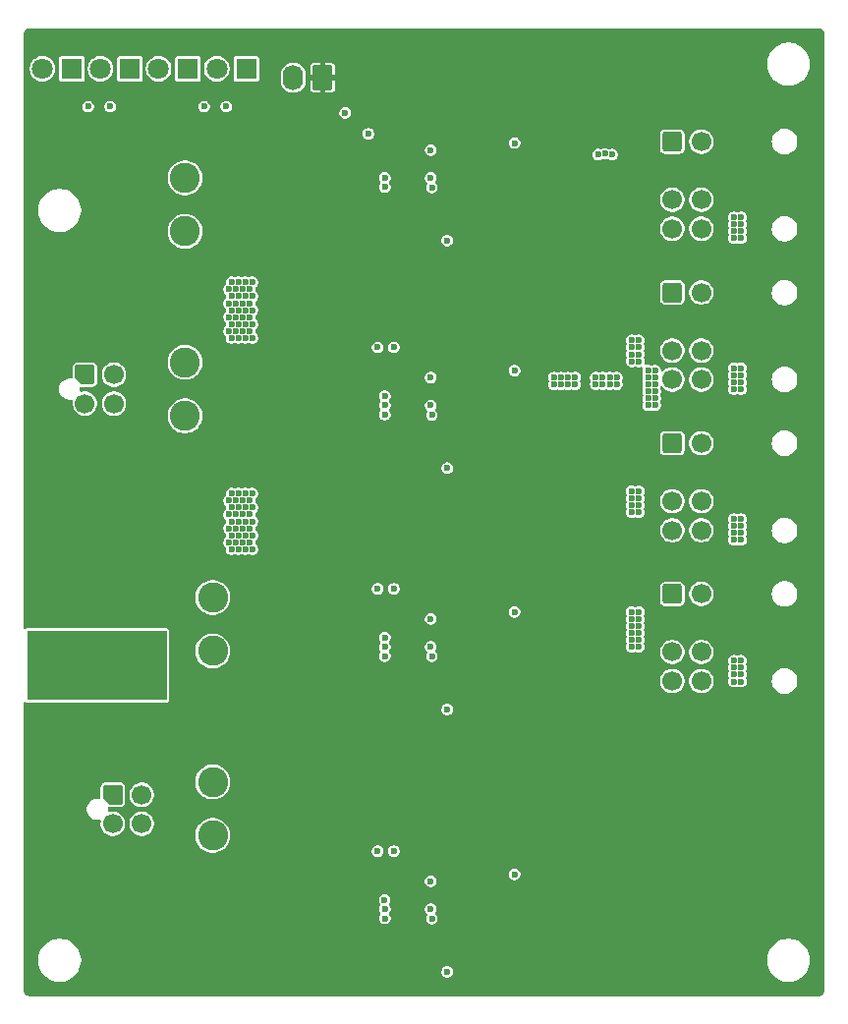
<source format=gbr>
%TF.GenerationSoftware,KiCad,Pcbnew,9.0.1-unknown-202503302321~efea324ee4~ubuntu22.04.1*%
%TF.CreationDate,2025-03-31T19:49:47+02:00*%
%TF.ProjectId,PowkiBoard,506f776b-6942-46f6-9172-642e6b696361,rev?*%
%TF.SameCoordinates,Original*%
%TF.FileFunction,Copper,L3,Inr*%
%TF.FilePolarity,Positive*%
%FSLAX46Y46*%
G04 Gerber Fmt 4.6, Leading zero omitted, Abs format (unit mm)*
G04 Created by KiCad (PCBNEW 9.0.1-unknown-202503302321~efea324ee4~ubuntu22.04.1) date 2025-03-31 19:49:47*
%MOMM*%
%LPD*%
G01*
G04 APERTURE LIST*
G04 Aperture macros list*
%AMRoundRect*
0 Rectangle with rounded corners*
0 $1 Rounding radius*
0 $2 $3 $4 $5 $6 $7 $8 $9 X,Y pos of 4 corners*
0 Add a 4 corners polygon primitive as box body*
4,1,4,$2,$3,$4,$5,$6,$7,$8,$9,$2,$3,0*
0 Add four circle primitives for the rounded corners*
1,1,$1+$1,$2,$3*
1,1,$1+$1,$4,$5*
1,1,$1+$1,$6,$7*
1,1,$1+$1,$8,$9*
0 Add four rect primitives between the rounded corners*
20,1,$1+$1,$2,$3,$4,$5,0*
20,1,$1+$1,$4,$5,$6,$7,0*
20,1,$1+$1,$6,$7,$8,$9,0*
20,1,$1+$1,$8,$9,$2,$3,0*%
%AMFreePoly0*
4,1,22,0.695671,0.830970,0.776777,0.776777,0.830970,0.695671,0.850000,0.600000,0.850000,-0.600000,0.830970,-0.695671,0.776777,-0.776777,0.695671,-0.830970,0.600000,-0.850000,-0.200000,-0.850000,-0.295671,-0.830970,-0.376777,-0.776777,-0.776777,-0.376777,-0.830970,-0.295671,-0.850000,-0.200000,-0.850000,0.600000,-0.830970,0.695671,-0.776777,0.776777,-0.695671,0.830970,-0.600000,0.850000,
0.600000,0.850000,0.695671,0.830970,0.695671,0.830970,$1*%
G04 Aperture macros list end*
%TA.AperFunction,ComponentPad*%
%ADD10RoundRect,0.250000X-0.600000X-0.600000X0.600000X-0.600000X0.600000X0.600000X-0.600000X0.600000X0*%
%TD*%
%TA.AperFunction,ComponentPad*%
%ADD11C,1.700000*%
%TD*%
%TA.AperFunction,ComponentPad*%
%ADD12R,1.800000X1.800000*%
%TD*%
%TA.AperFunction,ComponentPad*%
%ADD13C,1.800000*%
%TD*%
%TA.AperFunction,ComponentPad*%
%ADD14R,12.000000X6.000000*%
%TD*%
%TA.AperFunction,ComponentPad*%
%ADD15C,2.600000*%
%TD*%
%TA.AperFunction,ComponentPad*%
%ADD16FreePoly0,0.000000*%
%TD*%
%TA.AperFunction,ComponentPad*%
%ADD17RoundRect,0.250000X0.620000X0.845000X-0.620000X0.845000X-0.620000X-0.845000X0.620000X-0.845000X0*%
%TD*%
%TA.AperFunction,ComponentPad*%
%ADD18O,1.740000X2.190000*%
%TD*%
%TA.AperFunction,ViaPad*%
%ADD19C,0.600000*%
%TD*%
G04 APERTURE END LIST*
D10*
%TO.N,VIN*%
%TO.C,J5*%
X79585000Y-67070000D03*
D11*
%TO.N,GNDA*%
X79585000Y-69570000D03*
%TO.N,9V*%
X79585000Y-72070000D03*
%TO.N,5V*%
X79585000Y-74570000D03*
%TO.N,VIN*%
X82085000Y-67070000D03*
%TO.N,GNDA*%
X82085000Y-69570000D03*
%TO.N,12V*%
X82085000Y-72070000D03*
%TO.N,LG5V*%
X82085000Y-74570000D03*
%TD*%
D12*
%TO.N,Net-(D6-K)*%
%TO.C,D6*%
X42870000Y-47800000D03*
D13*
%TO.N,Net-(D6-A)*%
X40330000Y-47800000D03*
%TD*%
D12*
%TO.N,Net-(D5-K)*%
%TO.C,D5*%
X37870000Y-47800000D03*
D13*
%TO.N,Net-(D5-A)*%
X35330000Y-47800000D03*
%TD*%
D14*
%TO.N,GNDA*%
%TO.C,J3*%
X30000000Y-90600000D03*
%TD*%
D15*
%TO.N,Net-(J8-Pin_3)*%
%TO.C,U6*%
X37600000Y-77700000D03*
X37600000Y-73100000D03*
%TO.N,Net-(U4-VIN)*%
X37600000Y-61800000D03*
X37600000Y-57200000D03*
%TD*%
D16*
%TO.N,VBATT*%
%TO.C,J8*%
X28980000Y-74150000D03*
D11*
X28980000Y-76650000D03*
%TO.N,Net-(J8-Pin_3)*%
X31480000Y-74150000D03*
X31480000Y-76650000D03*
%TD*%
D10*
%TO.N,VIN*%
%TO.C,J4*%
X79585000Y-54080000D03*
D11*
%TO.N,GNDA*%
X79585000Y-56580000D03*
%TO.N,9V*%
X79585000Y-59080000D03*
%TO.N,5V*%
X79585000Y-61580000D03*
%TO.N,VIN*%
X82085000Y-54080000D03*
%TO.N,GNDA*%
X82085000Y-56580000D03*
%TO.N,12V*%
X82085000Y-59080000D03*
%TO.N,LG5V*%
X82085000Y-61580000D03*
%TD*%
D12*
%TO.N,Net-(D8-K)*%
%TO.C,D8*%
X32870000Y-47800000D03*
D13*
%TO.N,Net-(D8-A)*%
X30330000Y-47800000D03*
%TD*%
D15*
%TO.N,Net-(J1-Pin_3)*%
%TO.C,U5*%
X40000000Y-113850000D03*
X40000000Y-109250000D03*
%TO.N,VIN*%
X40000000Y-97950000D03*
X40000000Y-93350000D03*
%TD*%
D12*
%TO.N,Net-(D7-K)*%
%TO.C,D7*%
X27870000Y-47800000D03*
D13*
%TO.N,Net-(D7-A)*%
X25330000Y-47800000D03*
%TD*%
D16*
%TO.N,VBATT*%
%TO.C,J1*%
X31380000Y-110350000D03*
D11*
X31380000Y-112850000D03*
%TO.N,Net-(J1-Pin_3)*%
X33880000Y-110350000D03*
X33880000Y-112850000D03*
%TD*%
D17*
%TO.N,GNDA*%
%TO.C,J9*%
X49470000Y-48580000D03*
D18*
%TO.N,EN12V*%
X46930000Y-48580000D03*
%TD*%
D10*
%TO.N,VIN*%
%TO.C,J6*%
X79585000Y-80060000D03*
D11*
%TO.N,GNDA*%
X79585000Y-82560000D03*
%TO.N,9V*%
X79585000Y-85060000D03*
%TO.N,5V*%
X79585000Y-87560000D03*
%TO.N,VIN*%
X82085000Y-80060000D03*
%TO.N,GNDA*%
X82085000Y-82560000D03*
%TO.N,12V*%
X82085000Y-85060000D03*
%TO.N,LG5V*%
X82085000Y-87560000D03*
%TD*%
D14*
%TO.N,VBATT*%
%TO.C,J2*%
X30000000Y-99200000D03*
%TD*%
D10*
%TO.N,VIN*%
%TO.C,J7*%
X79585000Y-93050000D03*
D11*
%TO.N,GNDA*%
X79585000Y-95550000D03*
%TO.N,9V*%
X79585000Y-98050000D03*
%TO.N,5V*%
X79585000Y-100550000D03*
%TO.N,VIN*%
X82085000Y-93050000D03*
%TO.N,GNDA*%
X82085000Y-95550000D03*
%TO.N,12V*%
X82085000Y-98050000D03*
%TO.N,LG5V*%
X82085000Y-100550000D03*
%TD*%
D19*
%TO.N,VIN*%
X43400000Y-84400000D03*
X42800000Y-86800000D03*
X42800000Y-66200000D03*
X43400000Y-86800000D03*
X41400000Y-70400000D03*
X41600000Y-89200000D03*
X43400000Y-85600000D03*
X41400000Y-68000000D03*
X41400000Y-85000000D03*
X42200000Y-68600000D03*
X43400000Y-68600000D03*
X43200000Y-66800000D03*
X41600000Y-84400000D03*
X43400000Y-89200000D03*
X42200000Y-84400000D03*
X42600000Y-87400000D03*
X42800000Y-89200000D03*
X42800000Y-67400000D03*
X42600000Y-68000000D03*
X41600000Y-86800000D03*
X42800000Y-71000000D03*
X42600000Y-85000000D03*
X42600000Y-66800000D03*
X42200000Y-69800000D03*
X43200000Y-69200000D03*
X42800000Y-84400000D03*
X42000000Y-88600000D03*
X42000000Y-70400000D03*
X41400000Y-88600000D03*
X42600000Y-69200000D03*
X41600000Y-68600000D03*
X42200000Y-89200000D03*
X42200000Y-88000000D03*
X41600000Y-88000000D03*
X42800000Y-68600000D03*
X42200000Y-85600000D03*
X42800000Y-85600000D03*
X42000000Y-85000000D03*
X43200000Y-86200000D03*
X43200000Y-87400000D03*
X41600000Y-69800000D03*
X43400000Y-66200000D03*
X43400000Y-69800000D03*
X43200000Y-85000000D03*
X42000000Y-68000000D03*
X42600000Y-86200000D03*
X41600000Y-71000000D03*
X41600000Y-67400000D03*
X42200000Y-71000000D03*
X43200000Y-70400000D03*
X43200000Y-88600000D03*
X42000000Y-86200000D03*
X42800000Y-88000000D03*
X42800000Y-69800000D03*
X41600000Y-85600000D03*
X42200000Y-86800000D03*
X42000000Y-69200000D03*
X41400000Y-69200000D03*
X42000000Y-66800000D03*
X42200000Y-67400000D03*
X43400000Y-71000000D03*
X41400000Y-87400000D03*
X42600000Y-70400000D03*
X41400000Y-66800000D03*
X42600000Y-88600000D03*
X43400000Y-67400000D03*
X43200000Y-68000000D03*
X41400000Y-86200000D03*
X43400000Y-88000000D03*
X42000000Y-87400000D03*
X42200000Y-66200000D03*
X41600000Y-66200000D03*
%TO.N,GNDA*%
X56400000Y-96600000D03*
X44600000Y-72600000D03*
X69800000Y-59200000D03*
X79000000Y-90800000D03*
X47000000Y-73200000D03*
X57800000Y-75200000D03*
X73200000Y-78800000D03*
X68200000Y-122200000D03*
X86400000Y-78400000D03*
X48200000Y-73200000D03*
X57600000Y-55000000D03*
X57200000Y-97200000D03*
X44600000Y-105200000D03*
X45000000Y-65000000D03*
X79000000Y-91400000D03*
X55200000Y-81200000D03*
X47800000Y-78600000D03*
X65800000Y-78800000D03*
X78400000Y-122200000D03*
X44600000Y-93400000D03*
X55800000Y-95400000D03*
X44600000Y-114800000D03*
X37800000Y-96000000D03*
X53600000Y-107200000D03*
X42800000Y-53600000D03*
X40600000Y-101400000D03*
X82800000Y-122200000D03*
X44600000Y-107000000D03*
X80600000Y-122200000D03*
X55400000Y-114400000D03*
X71600000Y-122200000D03*
X86400000Y-64200000D03*
X40200000Y-82000000D03*
X35800000Y-52000000D03*
X55600000Y-90600000D03*
X57600000Y-118000000D03*
X60200000Y-122625000D03*
X47800000Y-122000000D03*
X84000000Y-57400000D03*
X57800000Y-96000000D03*
X55400000Y-111400000D03*
X37000000Y-96800000D03*
X40200000Y-80800000D03*
X72600000Y-122200000D03*
X47400000Y-65000000D03*
X55800000Y-96600000D03*
X53400000Y-81200000D03*
X55800000Y-81200000D03*
X57800000Y-97200000D03*
X50200000Y-99400000D03*
X60200000Y-101000000D03*
X47200000Y-122000000D03*
X55800000Y-82400000D03*
X44600000Y-83800000D03*
X53400000Y-124600000D03*
X69200000Y-59200000D03*
X51600000Y-122000000D03*
X40200000Y-72000000D03*
X56000000Y-118600000D03*
X67600000Y-78800000D03*
X40200000Y-79600000D03*
X67600000Y-122200000D03*
X55800000Y-62800000D03*
X55412500Y-101012500D03*
X55400000Y-109600000D03*
X46000000Y-122000000D03*
X55400000Y-107200000D03*
X57025000Y-125200000D03*
X48000000Y-89400000D03*
X73000000Y-53600000D03*
X69200000Y-99600000D03*
X55800000Y-118000000D03*
X53600000Y-111400000D03*
X47600000Y-73200000D03*
X73000000Y-50000000D03*
X47000000Y-53600000D03*
X30800000Y-82600000D03*
X55600000Y-89400000D03*
X47000000Y-56600000D03*
X86400000Y-58000000D03*
X57200000Y-118600000D03*
X57000000Y-75800000D03*
X44600000Y-82000000D03*
X40800000Y-103200000D03*
X45200000Y-56600000D03*
X40800000Y-104400000D03*
X46400000Y-73200000D03*
X57025000Y-102600000D03*
X40800000Y-105600000D03*
X65800000Y-99600000D03*
X44600000Y-92200000D03*
X52600000Y-65000000D03*
X44600000Y-111800000D03*
X56000000Y-58000000D03*
X52400000Y-71000000D03*
X75000000Y-78800000D03*
X72600000Y-59200000D03*
X44600000Y-47000000D03*
X57000000Y-97800000D03*
X40200000Y-81400000D03*
X57200000Y-55600000D03*
X55800000Y-97800000D03*
X55400000Y-104800000D03*
X55200000Y-61600000D03*
X44600000Y-79000000D03*
X79000000Y-77200000D03*
X45800000Y-116600000D03*
X44600000Y-113600000D03*
X46200000Y-65000000D03*
X55400000Y-112000000D03*
X71600000Y-59200000D03*
X45600000Y-84200000D03*
X55800000Y-119200000D03*
X55400000Y-113800000D03*
X53600000Y-110800000D03*
X74600000Y-51200000D03*
X74600000Y-51800000D03*
X45200000Y-116600000D03*
X41200000Y-118400000D03*
X55800000Y-62200000D03*
X44600000Y-48200000D03*
X57012500Y-123587500D03*
X44600000Y-91600000D03*
X45600000Y-51000000D03*
X44600000Y-116000000D03*
X42000000Y-51600000D03*
X82600000Y-63600000D03*
X44600000Y-49400000D03*
X80800000Y-52400000D03*
X44600000Y-101000000D03*
X72600000Y-78800000D03*
X47400000Y-84200000D03*
X82600000Y-63000000D03*
X44600000Y-111200000D03*
X56400000Y-118000000D03*
X46800000Y-69200000D03*
X56400000Y-95400000D03*
X82600000Y-89000000D03*
X48400000Y-59000000D03*
X53800000Y-60575000D03*
X55800000Y-125200000D03*
X49600000Y-122000000D03*
X46800000Y-65000000D03*
X40200000Y-82600000D03*
X57600000Y-119200000D03*
X53600000Y-106000000D03*
X48400000Y-78600000D03*
X57600000Y-96600000D03*
X70400000Y-59200000D03*
X82600000Y-78400000D03*
X55800000Y-102600000D03*
X57000000Y-56200000D03*
X56600000Y-121000000D03*
X47600000Y-94000000D03*
X48000000Y-51000000D03*
X56600000Y-119800000D03*
X49600000Y-78600000D03*
X53400000Y-102000000D03*
X79000000Y-52400000D03*
X44800000Y-122000000D03*
X55200000Y-102000000D03*
X69200000Y-78800000D03*
X54000000Y-102000000D03*
X52600000Y-69200000D03*
X67000000Y-99600000D03*
X47600000Y-56600000D03*
X45200000Y-53600000D03*
X79000000Y-64800000D03*
X76600000Y-122200000D03*
X55800000Y-77000000D03*
X82000000Y-50000000D03*
X45200000Y-94000000D03*
X80200000Y-52400000D03*
X66400000Y-122200000D03*
X47200000Y-99400000D03*
X55600000Y-71000000D03*
X41200000Y-117200000D03*
X46400000Y-53600000D03*
X53600000Y-106600000D03*
X55800000Y-125800000D03*
X55600000Y-69800000D03*
X44600000Y-113000000D03*
X57025000Y-81800000D03*
X56600000Y-56800000D03*
X84600000Y-122200000D03*
X66400000Y-99600000D03*
X44600000Y-99800000D03*
X57000000Y-55000000D03*
X74600000Y-49400000D03*
X53800000Y-80175000D03*
X84000000Y-58600000D03*
X57200000Y-119800000D03*
X53800000Y-100975000D03*
X44800000Y-59000000D03*
X44600000Y-114200000D03*
X82600000Y-65400000D03*
X55600000Y-90000000D03*
X56000000Y-56800000D03*
X44400000Y-65000000D03*
X48400000Y-99400000D03*
X55400000Y-104200000D03*
X45400000Y-122000000D03*
X34800000Y-94800000D03*
X53600000Y-109000000D03*
X69200000Y-122200000D03*
X55400000Y-105400000D03*
X53000000Y-90800000D03*
X79600000Y-50000000D03*
X73200000Y-122200000D03*
X84000000Y-58000000D03*
X31600000Y-83400000D03*
X86400000Y-91400000D03*
X82600000Y-89600000D03*
X53800000Y-123575000D03*
X44600000Y-73200000D03*
X86400000Y-55000000D03*
X44600000Y-79600000D03*
X55400000Y-106600000D03*
X59600000Y-60600000D03*
X32400000Y-80200000D03*
X55200000Y-124600000D03*
X54600000Y-102000000D03*
X59600000Y-123600000D03*
X44600000Y-108200000D03*
X73000000Y-51800000D03*
X57000000Y-57400000D03*
X44600000Y-71400000D03*
X74600000Y-50000000D03*
X81400000Y-50000000D03*
X80800000Y-50000000D03*
X53600000Y-108400000D03*
X73800000Y-99600000D03*
X79000000Y-65400000D03*
X77800000Y-122200000D03*
X82600000Y-91400000D03*
X40200000Y-79000000D03*
X55800000Y-74600000D03*
X46400000Y-116600000D03*
X76000000Y-122200000D03*
X34400000Y-82200000D03*
X35200000Y-94400000D03*
X40200000Y-71400000D03*
X86400000Y-77200000D03*
X43400000Y-56600000D03*
X32000000Y-83800000D03*
X79000000Y-76600000D03*
X57600000Y-120400000D03*
X44600000Y-80800000D03*
X57200000Y-98400000D03*
X35200000Y-51800000D03*
X86400000Y-65400000D03*
X74400000Y-59200000D03*
X56600000Y-96000000D03*
X44600000Y-104000000D03*
X44600000Y-100400000D03*
X57000000Y-95400000D03*
X50800000Y-122000000D03*
X53000000Y-90200000D03*
X45000000Y-69200000D03*
X57800000Y-56800000D03*
X71600000Y-78800000D03*
X56600000Y-76400000D03*
X79000000Y-50000000D03*
X55600000Y-69200000D03*
X79000000Y-89600000D03*
X44600000Y-46400000D03*
X60200000Y-80200000D03*
X57000000Y-118000000D03*
X74600000Y-53000000D03*
X55412500Y-80212500D03*
X57200000Y-77600000D03*
X82600000Y-52400000D03*
X79000000Y-64200000D03*
X82600000Y-77800000D03*
X56400000Y-97800000D03*
X46200000Y-69200000D03*
X42200000Y-53600000D03*
X57025000Y-62200000D03*
X47600000Y-53600000D03*
X70400000Y-122200000D03*
X45200000Y-73200000D03*
X69800000Y-99600000D03*
X53600000Y-112000000D03*
X86400000Y-63600000D03*
X40200000Y-83800000D03*
X46400000Y-94000000D03*
X81800000Y-122200000D03*
X60200000Y-123600000D03*
X75000000Y-99600000D03*
X56400000Y-75800000D03*
X44600000Y-50000000D03*
X55400000Y-108400000D03*
X40200000Y-83200000D03*
X45000000Y-51000000D03*
X56400000Y-77000000D03*
X50800000Y-99400000D03*
X48400000Y-122000000D03*
X44600000Y-47600000D03*
X34800000Y-82600000D03*
X47200000Y-78600000D03*
X44600000Y-110000000D03*
X56400000Y-119200000D03*
X44600000Y-53600000D03*
X53600000Y-113200000D03*
X36400000Y-52000000D03*
X71000000Y-78800000D03*
X73800000Y-78800000D03*
X55800000Y-56200000D03*
X55600000Y-65000000D03*
X59600000Y-80200000D03*
X57200000Y-121000000D03*
X55600000Y-84200000D03*
X54600000Y-81200000D03*
X45000000Y-84200000D03*
X73800000Y-59200000D03*
X53200000Y-84200000D03*
X52800000Y-122000000D03*
X55400000Y-109000000D03*
X44600000Y-102200000D03*
X37000000Y-52000000D03*
X56400000Y-74600000D03*
X84000000Y-56800000D03*
X56600000Y-77600000D03*
X52600000Y-64400000D03*
X60200000Y-100025000D03*
X44600000Y-56600000D03*
X44600000Y-108800000D03*
X47600000Y-116600000D03*
X32400000Y-84200000D03*
X55400000Y-110200000D03*
X56600000Y-75200000D03*
X34000000Y-95600000D03*
X44600000Y-80200000D03*
X44600000Y-70200000D03*
X52800000Y-73200000D03*
X82600000Y-64800000D03*
X79000000Y-76000000D03*
X44600000Y-101600000D03*
X44600000Y-69600000D03*
X33200000Y-85000000D03*
X84000000Y-54400000D03*
X65800000Y-59200000D03*
X56400000Y-55000000D03*
X31200000Y-83000000D03*
X57000000Y-120400000D03*
X57200000Y-76400000D03*
X42200000Y-56600000D03*
X45600000Y-65000000D03*
X40200000Y-80200000D03*
X41200000Y-116000000D03*
X52600000Y-69800000D03*
X56400000Y-120400000D03*
X46200000Y-84200000D03*
X53200000Y-83600000D03*
X55600000Y-70400000D03*
X65800000Y-122200000D03*
X47200000Y-59000000D03*
X46000000Y-59000000D03*
X86400000Y-54400000D03*
X35200000Y-83000000D03*
X86400000Y-53800000D03*
X77200000Y-122200000D03*
X40200000Y-72600000D03*
X70400000Y-99600000D03*
X47400000Y-51000000D03*
X48000000Y-69200000D03*
X43200000Y-51600000D03*
X73800000Y-122200000D03*
X84000000Y-122200000D03*
X44600000Y-89800000D03*
X44600000Y-50600000D03*
X55800000Y-102000000D03*
X44000000Y-56600000D03*
X68200000Y-59200000D03*
X56000000Y-76400000D03*
X86400000Y-56800000D03*
X71600000Y-99600000D03*
X36600000Y-97200000D03*
X44600000Y-72000000D03*
X50200000Y-59000000D03*
X55400000Y-103600000D03*
X44600000Y-105800000D03*
X57200000Y-75200000D03*
X44000000Y-53600000D03*
X73200000Y-59200000D03*
X86400000Y-90200000D03*
X43200000Y-65000000D03*
X55800000Y-103200000D03*
X68200000Y-78800000D03*
X67600000Y-59200000D03*
X44600000Y-91000000D03*
X57800000Y-76400000D03*
X44600000Y-45800000D03*
X79000000Y-63000000D03*
X55800000Y-124600000D03*
X55600000Y-83600000D03*
X45600000Y-69200000D03*
X50200000Y-78600000D03*
X86400000Y-55600000D03*
X54600000Y-61600000D03*
X67600000Y-99600000D03*
X47800000Y-99400000D03*
X55400000Y-112600000D03*
X68200000Y-99600000D03*
X67000000Y-59200000D03*
X36000000Y-83800000D03*
X67000000Y-78800000D03*
X75000000Y-122200000D03*
X53600000Y-110200000D03*
X57012500Y-60587500D03*
X86400000Y-56200000D03*
X71000000Y-59200000D03*
X42800000Y-56600000D03*
X52200000Y-122000000D03*
X40800000Y-106800000D03*
X56000000Y-98400000D03*
X84000000Y-55600000D03*
X47400000Y-89400000D03*
X44600000Y-90400000D03*
X57200000Y-58000000D03*
X55400000Y-106000000D03*
X44600000Y-116600000D03*
X56000000Y-96000000D03*
X56600000Y-118600000D03*
X55412500Y-123612500D03*
X32800000Y-84600000D03*
X73200000Y-99600000D03*
X79000000Y-89000000D03*
X55800000Y-57400000D03*
X85200000Y-122200000D03*
X82600000Y-90200000D03*
X82600000Y-50000000D03*
X80000000Y-122200000D03*
X46200000Y-78600000D03*
X56600000Y-97200000D03*
X45000000Y-89400000D03*
X57600000Y-97800000D03*
X69800000Y-122200000D03*
X80200000Y-50000000D03*
X57000000Y-119200000D03*
X57600000Y-75800000D03*
X60200000Y-79225000D03*
X84000000Y-53800000D03*
X40800000Y-103800000D03*
X34400000Y-95200000D03*
X44600000Y-110600000D03*
X86400000Y-63000000D03*
X86400000Y-89000000D03*
X41200000Y-117800000D03*
X57012500Y-100987500D03*
X33600000Y-81400000D03*
X40200000Y-73200000D03*
X57600000Y-77000000D03*
X40200000Y-51000000D03*
X83400000Y-122200000D03*
X59600000Y-101000000D03*
X53600000Y-113800000D03*
X46200000Y-51000000D03*
X50200000Y-122000000D03*
X40800000Y-106200000D03*
X55600000Y-63800000D03*
X55400000Y-110800000D03*
X57800000Y-55600000D03*
X57200000Y-96000000D03*
X55412500Y-60612500D03*
X45600000Y-99400000D03*
X40800000Y-102600000D03*
X32800000Y-52400000D03*
X82600000Y-77200000D03*
X56000000Y-119800000D03*
X86400000Y-77800000D03*
X82000000Y-52400000D03*
X55800000Y-55000000D03*
X31600000Y-52400000D03*
X50800000Y-59000000D03*
X79400000Y-122200000D03*
X40800000Y-105000000D03*
X32200000Y-52400000D03*
X75000000Y-59200000D03*
X56000000Y-121000000D03*
X74400000Y-122200000D03*
X44600000Y-94000000D03*
X56000000Y-97200000D03*
X45600000Y-89400000D03*
X48000000Y-65000000D03*
X45800000Y-94000000D03*
X74400000Y-78800000D03*
X66400000Y-59200000D03*
X50800000Y-78600000D03*
X44600000Y-82600000D03*
X52600000Y-70400000D03*
X73000000Y-52400000D03*
X37400000Y-96400000D03*
X45400000Y-59000000D03*
X32800000Y-80600000D03*
X33600000Y-85400000D03*
X82600000Y-76600000D03*
X40600000Y-100800000D03*
X48000000Y-84200000D03*
X53000000Y-92000000D03*
X56600000Y-98400000D03*
X38200000Y-95600000D03*
X55600000Y-83000000D03*
X86400000Y-76000000D03*
X86400000Y-64800000D03*
X44600000Y-115400000D03*
X81400000Y-52400000D03*
X66400000Y-78800000D03*
X86400000Y-90800000D03*
X53600000Y-109600000D03*
X52400000Y-72200000D03*
X57800000Y-119800000D03*
X57600000Y-95400000D03*
X81200000Y-122200000D03*
X52400000Y-72800000D03*
X45600000Y-78600000D03*
X44600000Y-103400000D03*
X73000000Y-50600000D03*
X44600000Y-83200000D03*
X54600000Y-124600000D03*
X56600000Y-55600000D03*
X60200000Y-59625000D03*
X86400000Y-58600000D03*
X54000000Y-61600000D03*
X53600000Y-104800000D03*
X53600000Y-105400000D03*
X46200000Y-89400000D03*
X86400000Y-89600000D03*
X56400000Y-56200000D03*
X86400000Y-76600000D03*
X37600000Y-52000000D03*
X82600000Y-90800000D03*
X73000000Y-51200000D03*
X34000000Y-81800000D03*
X57000000Y-74600000D03*
X46800000Y-84200000D03*
X71000000Y-122200000D03*
X44600000Y-106400000D03*
X34000000Y-52400000D03*
X86400000Y-57400000D03*
X55800000Y-81800000D03*
X55800000Y-75800000D03*
X46800000Y-51000000D03*
X55600000Y-64400000D03*
X34800000Y-51400000D03*
X45800000Y-56600000D03*
X55400000Y-107800000D03*
X44600000Y-70800000D03*
X60200000Y-60600000D03*
X44600000Y-112400000D03*
X57200000Y-56800000D03*
X40600000Y-100200000D03*
X46200000Y-99400000D03*
X54000000Y-81200000D03*
X54000000Y-124600000D03*
X57600000Y-57400000D03*
X57012500Y-80187500D03*
X48200000Y-116600000D03*
X79000000Y-63600000D03*
X79000000Y-90200000D03*
X72600000Y-99600000D03*
X56600000Y-58000000D03*
X57000000Y-77000000D03*
X56000000Y-77600000D03*
X74600000Y-52400000D03*
X74400000Y-99600000D03*
X45800000Y-53600000D03*
X53600000Y-114400000D03*
X44600000Y-104600000D03*
X84000000Y-55000000D03*
X38200000Y-52000000D03*
X84000000Y-56200000D03*
X74600000Y-50600000D03*
X79000000Y-77800000D03*
X53600000Y-112600000D03*
X44600000Y-92800000D03*
X40600000Y-102000000D03*
X35600000Y-94000000D03*
X69800000Y-78800000D03*
X53400000Y-61600000D03*
X46800000Y-89400000D03*
X55800000Y-120400000D03*
X45800000Y-73200000D03*
X47000000Y-94000000D03*
X79600000Y-52400000D03*
X33200000Y-81000000D03*
X52400000Y-71600000D03*
X53600000Y-107800000D03*
X57600000Y-74600000D03*
X57800000Y-118600000D03*
X79000000Y-78400000D03*
X55600000Y-91200000D03*
X49600000Y-99400000D03*
X43800000Y-65000000D03*
X46400000Y-56600000D03*
X43400000Y-53600000D03*
X55400000Y-113200000D03*
X47400000Y-69200000D03*
X33400000Y-52400000D03*
X56000000Y-55600000D03*
X40200000Y-50400000D03*
X67000000Y-122200000D03*
X53000000Y-89600000D03*
X73000000Y-53000000D03*
X56400000Y-57400000D03*
X44600000Y-109400000D03*
X35600000Y-83400000D03*
X55600000Y-91800000D03*
X49600000Y-59000000D03*
X55800000Y-61600000D03*
X45000000Y-78600000D03*
X82600000Y-64200000D03*
X53600000Y-104200000D03*
X42600000Y-51600000D03*
X30400000Y-82200000D03*
X45000000Y-99400000D03*
X47000000Y-116600000D03*
X57000000Y-96600000D03*
X34000000Y-85800000D03*
X82600000Y-76000000D03*
X57600000Y-56200000D03*
X56000000Y-75200000D03*
X41200000Y-116600000D03*
X73000000Y-49400000D03*
X47800000Y-59000000D03*
X70400000Y-78800000D03*
X44600000Y-102800000D03*
X71000000Y-99600000D03*
X44600000Y-48800000D03*
X53000000Y-91400000D03*
X44600000Y-107600000D03*
X44600000Y-81400000D03*
%TO.N,9V*%
X76100000Y-95200000D03*
X76700000Y-72400000D03*
X76700000Y-94600000D03*
X76700000Y-84800000D03*
X76100000Y-71800000D03*
X76100000Y-71200000D03*
X76700000Y-86000000D03*
X76700000Y-73000000D03*
X76100000Y-72400000D03*
X66000000Y-94600000D03*
X76700000Y-85400000D03*
X76700000Y-97600000D03*
X76100000Y-84800000D03*
X76700000Y-71800000D03*
X76700000Y-95200000D03*
X76700000Y-95800000D03*
X76100000Y-96400000D03*
X76100000Y-84200000D03*
X76100000Y-85400000D03*
X76700000Y-97000000D03*
X76700000Y-96400000D03*
X76100000Y-97600000D03*
X76100000Y-95800000D03*
X76100000Y-97000000D03*
X76100000Y-94600000D03*
X76100000Y-73000000D03*
X76100000Y-86000000D03*
X76700000Y-71200000D03*
X76700000Y-84200000D03*
%TO.N,5V*%
X78100000Y-76800000D03*
X74800000Y-75000000D03*
X69400000Y-75000000D03*
X77500000Y-73800000D03*
X73600000Y-74400000D03*
X69400000Y-74400000D03*
X74800000Y-74400000D03*
X77500000Y-75600000D03*
X78100000Y-73800000D03*
X77500000Y-76800000D03*
X78100000Y-76200000D03*
X77500000Y-76200000D03*
X78100000Y-75600000D03*
X70000000Y-75000000D03*
X70000000Y-74400000D03*
X74200000Y-74400000D03*
X73000000Y-75000000D03*
X77500000Y-74400000D03*
X66000000Y-73800000D03*
X71200000Y-75000000D03*
X73600000Y-75000000D03*
X78100000Y-74400000D03*
X73000000Y-74400000D03*
X77500000Y-75000000D03*
X78100000Y-75000000D03*
X71200000Y-74400000D03*
X70600000Y-74400000D03*
X74200000Y-75000000D03*
X70600000Y-75000000D03*
%TO.N,12V*%
X66000000Y-117200000D03*
%TO.N,Net-(U1-SS{slash}TR)*%
X54825000Y-97600000D03*
%TO.N,Net-(U2-SS{slash}TR)*%
X54825000Y-76800000D03*
%TO.N,Net-(U3-SS{slash}TR)*%
X54825000Y-120200000D03*
%TO.N,Net-(U1-COMP)*%
X58775000Y-97600000D03*
%TO.N,Net-(U2-COMP)*%
X58775000Y-76800000D03*
%TO.N,Net-(U3-COMP)*%
X58775000Y-120200000D03*
%TO.N,Net-(U4-COMP)*%
X58775000Y-57200000D03*
%TO.N,Net-(U4-SS{slash}TR)*%
X54825000Y-57200000D03*
%TO.N,LG5V*%
X84900000Y-100000000D03*
X85500000Y-73600000D03*
X84900000Y-75400000D03*
X84900000Y-74800000D03*
X73800000Y-55125000D03*
X85500000Y-99400000D03*
X84900000Y-87200000D03*
X84900000Y-61200000D03*
X85500000Y-75400000D03*
X74400000Y-55200000D03*
X73200000Y-55200000D03*
X85500000Y-100000000D03*
X84900000Y-87800000D03*
X85500000Y-60600000D03*
X85500000Y-74800000D03*
X85500000Y-61200000D03*
X66000000Y-54200000D03*
X85500000Y-86600000D03*
X84900000Y-99400000D03*
X85500000Y-61800000D03*
X84900000Y-60600000D03*
X84900000Y-100600000D03*
X84900000Y-73600000D03*
X85500000Y-100600000D03*
X84900000Y-88400000D03*
X84900000Y-86600000D03*
X85500000Y-88400000D03*
X84900000Y-74200000D03*
X84900000Y-98800000D03*
X85500000Y-87800000D03*
X84900000Y-61800000D03*
X85500000Y-87200000D03*
X84900000Y-62400000D03*
X85500000Y-74200000D03*
X85500000Y-98800000D03*
X85500000Y-62400000D03*
%TO.N,Net-(U1-FB)*%
X60200000Y-103000000D03*
X58872120Y-98422120D03*
%TO.N,Net-(U2-FB)*%
X58872120Y-77622120D03*
X60200000Y-82200000D03*
%TO.N,Net-(U3-FB)*%
X58872120Y-121022120D03*
X60200000Y-125600000D03*
%TO.N,PG9V*%
X58775000Y-95200000D03*
X54200000Y-92600000D03*
X55600000Y-92600000D03*
X31150000Y-51062500D03*
%TO.N,PG12V*%
X55600000Y-115200000D03*
X29250000Y-51062500D03*
X54200000Y-115200000D03*
X58775000Y-117800000D03*
%TO.N,PG5V*%
X39250000Y-51062500D03*
X58775000Y-74400000D03*
X54200000Y-71800000D03*
X55600000Y-71800000D03*
%TO.N,Net-(U1-RT{slash}SYNC)*%
X54825000Y-98400000D03*
%TO.N,Net-(U2-RT{slash}SYNC)*%
X54825000Y-77600000D03*
%TO.N,Net-(U3-RT{slash}SYNC)*%
X54825000Y-121000000D03*
%TO.N,PGLG5V*%
X51400000Y-51600000D03*
X53400000Y-53400000D03*
X58775000Y-54800000D03*
X41150000Y-51062500D03*
%TO.N,Net-(U4-RT{slash}SYNC)*%
X54825000Y-58000000D03*
%TO.N,Net-(U4-FB)*%
X60200000Y-62600000D03*
X58872120Y-58022120D03*
%TO.N,EN12V*%
X54825000Y-96800000D03*
X54825000Y-76000000D03*
X54800000Y-119400000D03*
%TD*%
%TA.AperFunction,Conductor*%
%TO.N,GNDA*%
G36*
X92206922Y-44301280D02*
G01*
X92297266Y-44311459D01*
X92324331Y-44317636D01*
X92403540Y-44345352D01*
X92428553Y-44357398D01*
X92499606Y-44402043D01*
X92521313Y-44419355D01*
X92580644Y-44478686D01*
X92597957Y-44500395D01*
X92642600Y-44571444D01*
X92654648Y-44596462D01*
X92682362Y-44675666D01*
X92688540Y-44702735D01*
X92698720Y-44793076D01*
X92699500Y-44806961D01*
X92699500Y-127193038D01*
X92698720Y-127206922D01*
X92698720Y-127206923D01*
X92688540Y-127297264D01*
X92682362Y-127324333D01*
X92654648Y-127403537D01*
X92642600Y-127428555D01*
X92597957Y-127499604D01*
X92580644Y-127521313D01*
X92521313Y-127580644D01*
X92499604Y-127597957D01*
X92428555Y-127642600D01*
X92403537Y-127654648D01*
X92324333Y-127682362D01*
X92297264Y-127688540D01*
X92217075Y-127697576D01*
X92206921Y-127698720D01*
X92193038Y-127699500D01*
X24206962Y-127699500D01*
X24193078Y-127698720D01*
X24180553Y-127697308D01*
X24102735Y-127688540D01*
X24075666Y-127682362D01*
X23996462Y-127654648D01*
X23971444Y-127642600D01*
X23900395Y-127597957D01*
X23878686Y-127580644D01*
X23819355Y-127521313D01*
X23802042Y-127499604D01*
X23757399Y-127428555D01*
X23745351Y-127403537D01*
X23717637Y-127324333D01*
X23711459Y-127297263D01*
X23701280Y-127206922D01*
X23700500Y-127193038D01*
X23700500Y-124478711D01*
X24949500Y-124478711D01*
X24949500Y-124721288D01*
X24981161Y-124961785D01*
X25043947Y-125196104D01*
X25131226Y-125406814D01*
X25136776Y-125420212D01*
X25258064Y-125630289D01*
X25258066Y-125630292D01*
X25258067Y-125630293D01*
X25405733Y-125822736D01*
X25405739Y-125822743D01*
X25577256Y-125994260D01*
X25577263Y-125994266D01*
X25671259Y-126066391D01*
X25769711Y-126141936D01*
X25979788Y-126263224D01*
X26203900Y-126356054D01*
X26438211Y-126418838D01*
X26618586Y-126442584D01*
X26678711Y-126450500D01*
X26678712Y-126450500D01*
X26921289Y-126450500D01*
X26969388Y-126444167D01*
X27161789Y-126418838D01*
X27396100Y-126356054D01*
X27620212Y-126263224D01*
X27830289Y-126141936D01*
X28022738Y-125994265D01*
X28194265Y-125822738D01*
X28341936Y-125630289D01*
X28397466Y-125534108D01*
X59699500Y-125534108D01*
X59699500Y-125665891D01*
X59733608Y-125793187D01*
X59750670Y-125822738D01*
X59799500Y-125907314D01*
X59892686Y-126000500D01*
X60006814Y-126066392D01*
X60134108Y-126100500D01*
X60134110Y-126100500D01*
X60265890Y-126100500D01*
X60265892Y-126100500D01*
X60393186Y-126066392D01*
X60507314Y-126000500D01*
X60600500Y-125907314D01*
X60666392Y-125793186D01*
X60700500Y-125665892D01*
X60700500Y-125534108D01*
X60666392Y-125406814D01*
X60600500Y-125292686D01*
X60507314Y-125199500D01*
X60450250Y-125166554D01*
X60393187Y-125133608D01*
X60329539Y-125116554D01*
X60265892Y-125099500D01*
X60134108Y-125099500D01*
X60006812Y-125133608D01*
X59892686Y-125199500D01*
X59892683Y-125199502D01*
X59799502Y-125292683D01*
X59799500Y-125292686D01*
X59733608Y-125406812D01*
X59699500Y-125534108D01*
X28397466Y-125534108D01*
X28463224Y-125420212D01*
X28556054Y-125196100D01*
X28618838Y-124961789D01*
X28650500Y-124721288D01*
X28650500Y-124478712D01*
X28650500Y-124478711D01*
X87749500Y-124478711D01*
X87749500Y-124721288D01*
X87781161Y-124961785D01*
X87843947Y-125196104D01*
X87931226Y-125406814D01*
X87936776Y-125420212D01*
X88058064Y-125630289D01*
X88058066Y-125630292D01*
X88058067Y-125630293D01*
X88205733Y-125822736D01*
X88205739Y-125822743D01*
X88377256Y-125994260D01*
X88377263Y-125994266D01*
X88471259Y-126066391D01*
X88569711Y-126141936D01*
X88779788Y-126263224D01*
X89003900Y-126356054D01*
X89238211Y-126418838D01*
X89418586Y-126442584D01*
X89478711Y-126450500D01*
X89478712Y-126450500D01*
X89721289Y-126450500D01*
X89769388Y-126444167D01*
X89961789Y-126418838D01*
X90196100Y-126356054D01*
X90420212Y-126263224D01*
X90630289Y-126141936D01*
X90822738Y-125994265D01*
X90994265Y-125822738D01*
X91141936Y-125630289D01*
X91263224Y-125420212D01*
X91356054Y-125196100D01*
X91418838Y-124961789D01*
X91450500Y-124721288D01*
X91450500Y-124478712D01*
X91418838Y-124238211D01*
X91356054Y-124003900D01*
X91263224Y-123779788D01*
X91141936Y-123569711D01*
X90994265Y-123377262D01*
X90994260Y-123377256D01*
X90822743Y-123205739D01*
X90822736Y-123205733D01*
X90630293Y-123058067D01*
X90630292Y-123058066D01*
X90630289Y-123058064D01*
X90420212Y-122936776D01*
X90420205Y-122936773D01*
X90196104Y-122843947D01*
X89961785Y-122781161D01*
X89721289Y-122749500D01*
X89721288Y-122749500D01*
X89478712Y-122749500D01*
X89478711Y-122749500D01*
X89238214Y-122781161D01*
X89003895Y-122843947D01*
X88779794Y-122936773D01*
X88779785Y-122936777D01*
X88569706Y-123058067D01*
X88377263Y-123205733D01*
X88377256Y-123205739D01*
X88205739Y-123377256D01*
X88205733Y-123377263D01*
X88058067Y-123569706D01*
X87936777Y-123779785D01*
X87936773Y-123779794D01*
X87843947Y-124003895D01*
X87781161Y-124238214D01*
X87749500Y-124478711D01*
X28650500Y-124478711D01*
X28618838Y-124238211D01*
X28556054Y-124003900D01*
X28463224Y-123779788D01*
X28341936Y-123569711D01*
X28194265Y-123377262D01*
X28194260Y-123377256D01*
X28022743Y-123205739D01*
X28022736Y-123205733D01*
X27830293Y-123058067D01*
X27830292Y-123058066D01*
X27830289Y-123058064D01*
X27620212Y-122936776D01*
X27620205Y-122936773D01*
X27396104Y-122843947D01*
X27161785Y-122781161D01*
X26921289Y-122749500D01*
X26921288Y-122749500D01*
X26678712Y-122749500D01*
X26678711Y-122749500D01*
X26438214Y-122781161D01*
X26203895Y-122843947D01*
X25979794Y-122936773D01*
X25979785Y-122936777D01*
X25769706Y-123058067D01*
X25577263Y-123205733D01*
X25577256Y-123205739D01*
X25405739Y-123377256D01*
X25405733Y-123377263D01*
X25258067Y-123569706D01*
X25136777Y-123779785D01*
X25136773Y-123779794D01*
X25043947Y-124003895D01*
X24981161Y-124238214D01*
X24949500Y-124478711D01*
X23700500Y-124478711D01*
X23700500Y-119334108D01*
X54299500Y-119334108D01*
X54299500Y-119465891D01*
X54333608Y-119593187D01*
X54366554Y-119650250D01*
X54399500Y-119707314D01*
X54399502Y-119707316D01*
X54417234Y-119725048D01*
X54450719Y-119786371D01*
X54445735Y-119856063D01*
X54427939Y-119888202D01*
X54424506Y-119892676D01*
X54358608Y-120006813D01*
X54324500Y-120134108D01*
X54324500Y-120265891D01*
X54358608Y-120393187D01*
X54391554Y-120450250D01*
X54424500Y-120507314D01*
X54424502Y-120507316D01*
X54429505Y-120512319D01*
X54462990Y-120573642D01*
X54458006Y-120643334D01*
X54429505Y-120687681D01*
X54424502Y-120692683D01*
X54424500Y-120692686D01*
X54358608Y-120806812D01*
X54352681Y-120828934D01*
X54324500Y-120934108D01*
X54324500Y-121065892D01*
X54330427Y-121088011D01*
X54358608Y-121193187D01*
X54391554Y-121250250D01*
X54424500Y-121307314D01*
X54517686Y-121400500D01*
X54631814Y-121466392D01*
X54759108Y-121500500D01*
X54759110Y-121500500D01*
X54890890Y-121500500D01*
X54890892Y-121500500D01*
X55018186Y-121466392D01*
X55132314Y-121400500D01*
X55225500Y-121307314D01*
X55291392Y-121193186D01*
X55325500Y-121065892D01*
X55325500Y-120934108D01*
X55291392Y-120806814D01*
X55225500Y-120692686D01*
X55220495Y-120687681D01*
X55187010Y-120626358D01*
X55191994Y-120556666D01*
X55220495Y-120512319D01*
X55225500Y-120507314D01*
X55291392Y-120393186D01*
X55325500Y-120265892D01*
X55325500Y-120134108D01*
X58274500Y-120134108D01*
X58274500Y-120265891D01*
X58308608Y-120393187D01*
X58341554Y-120450250D01*
X58374500Y-120507314D01*
X58374502Y-120507316D01*
X58444738Y-120577552D01*
X58478223Y-120638875D01*
X58473239Y-120708567D01*
X58464444Y-120727233D01*
X58405729Y-120828930D01*
X58405729Y-120828931D01*
X58371620Y-120956228D01*
X58371620Y-121088011D01*
X58405728Y-121215307D01*
X58438674Y-121272370D01*
X58471620Y-121329434D01*
X58564806Y-121422620D01*
X58678934Y-121488512D01*
X58806228Y-121522620D01*
X58806230Y-121522620D01*
X58938010Y-121522620D01*
X58938012Y-121522620D01*
X59065306Y-121488512D01*
X59179434Y-121422620D01*
X59272620Y-121329434D01*
X59338512Y-121215306D01*
X59372620Y-121088012D01*
X59372620Y-120956228D01*
X59338512Y-120828934D01*
X59272620Y-120714806D01*
X59202381Y-120644567D01*
X59168896Y-120583244D01*
X59173880Y-120513552D01*
X59182670Y-120494893D01*
X59241392Y-120393186D01*
X59275500Y-120265892D01*
X59275500Y-120134108D01*
X59241392Y-120006814D01*
X59175500Y-119892686D01*
X59082314Y-119799500D01*
X58986075Y-119743936D01*
X58968187Y-119733608D01*
X58870069Y-119707318D01*
X58840892Y-119699500D01*
X58709108Y-119699500D01*
X58581812Y-119733608D01*
X58467686Y-119799500D01*
X58467683Y-119799502D01*
X58374502Y-119892683D01*
X58374500Y-119892686D01*
X58308608Y-120006812D01*
X58274500Y-120134108D01*
X55325500Y-120134108D01*
X55291392Y-120006814D01*
X55225500Y-119892686D01*
X55207765Y-119874951D01*
X55174280Y-119813628D01*
X55179264Y-119743936D01*
X55197071Y-119711783D01*
X55200497Y-119707318D01*
X55200498Y-119707315D01*
X55200500Y-119707314D01*
X55266392Y-119593186D01*
X55300500Y-119465892D01*
X55300500Y-119334108D01*
X55266392Y-119206814D01*
X55200500Y-119092686D01*
X55107314Y-118999500D01*
X55050250Y-118966554D01*
X54993187Y-118933608D01*
X54929539Y-118916554D01*
X54865892Y-118899500D01*
X54734108Y-118899500D01*
X54606812Y-118933608D01*
X54492686Y-118999500D01*
X54492683Y-118999502D01*
X54399502Y-119092683D01*
X54399500Y-119092686D01*
X54333608Y-119206812D01*
X54299500Y-119334108D01*
X23700500Y-119334108D01*
X23700500Y-117734108D01*
X58274500Y-117734108D01*
X58274500Y-117865891D01*
X58308608Y-117993187D01*
X58341554Y-118050250D01*
X58374500Y-118107314D01*
X58467686Y-118200500D01*
X58581814Y-118266392D01*
X58709108Y-118300500D01*
X58709110Y-118300500D01*
X58840890Y-118300500D01*
X58840892Y-118300500D01*
X58968186Y-118266392D01*
X59082314Y-118200500D01*
X59175500Y-118107314D01*
X59241392Y-117993186D01*
X59275500Y-117865892D01*
X59275500Y-117734108D01*
X59241392Y-117606814D01*
X59175500Y-117492686D01*
X59082314Y-117399500D01*
X59025250Y-117366554D01*
X58968187Y-117333608D01*
X58904539Y-117316554D01*
X58840892Y-117299500D01*
X58709108Y-117299500D01*
X58581812Y-117333608D01*
X58467686Y-117399500D01*
X58467683Y-117399502D01*
X58374502Y-117492683D01*
X58374500Y-117492686D01*
X58308608Y-117606812D01*
X58274500Y-117734108D01*
X23700500Y-117734108D01*
X23700500Y-117134108D01*
X65499500Y-117134108D01*
X65499500Y-117265891D01*
X65533608Y-117393187D01*
X65566554Y-117450250D01*
X65599500Y-117507314D01*
X65692686Y-117600500D01*
X65806814Y-117666392D01*
X65934108Y-117700500D01*
X65934110Y-117700500D01*
X66065890Y-117700500D01*
X66065892Y-117700500D01*
X66193186Y-117666392D01*
X66307314Y-117600500D01*
X66400500Y-117507314D01*
X66466392Y-117393186D01*
X66500500Y-117265892D01*
X66500500Y-117134108D01*
X66466392Y-117006814D01*
X66400500Y-116892686D01*
X66307314Y-116799500D01*
X66250250Y-116766554D01*
X66193187Y-116733608D01*
X66129539Y-116716554D01*
X66065892Y-116699500D01*
X65934108Y-116699500D01*
X65806812Y-116733608D01*
X65692686Y-116799500D01*
X65692683Y-116799502D01*
X65599502Y-116892683D01*
X65599500Y-116892686D01*
X65533608Y-117006812D01*
X65499500Y-117134108D01*
X23700500Y-117134108D01*
X23700500Y-111511304D01*
X29139500Y-111511304D01*
X29139500Y-111688695D01*
X29174103Y-111862658D01*
X29174106Y-111862667D01*
X29241983Y-112026540D01*
X29241990Y-112026553D01*
X29340535Y-112174034D01*
X29340538Y-112174038D01*
X29465961Y-112299461D01*
X29465965Y-112299464D01*
X29613446Y-112398009D01*
X29613459Y-112398016D01*
X29736363Y-112448923D01*
X29777334Y-112465894D01*
X29777336Y-112465894D01*
X29777341Y-112465896D01*
X29951304Y-112500499D01*
X29951307Y-112500500D01*
X29951309Y-112500500D01*
X30128692Y-112500500D01*
X30149164Y-112496427D01*
X30206713Y-112484980D01*
X30276304Y-112491207D01*
X30331482Y-112534069D01*
X30354727Y-112599959D01*
X30352523Y-112630787D01*
X30329500Y-112746536D01*
X30329500Y-112953469D01*
X30369868Y-113156412D01*
X30369870Y-113156420D01*
X30449058Y-113347596D01*
X30564024Y-113519657D01*
X30710342Y-113665975D01*
X30710345Y-113665977D01*
X30882402Y-113780941D01*
X31073580Y-113860130D01*
X31276530Y-113900499D01*
X31276534Y-113900500D01*
X31276535Y-113900500D01*
X31483466Y-113900500D01*
X31483467Y-113900499D01*
X31686420Y-113860130D01*
X31877598Y-113780941D01*
X32049655Y-113665977D01*
X32195977Y-113519655D01*
X32310941Y-113347598D01*
X32390130Y-113156420D01*
X32430500Y-112953465D01*
X32430500Y-112746535D01*
X32430499Y-112746530D01*
X32829500Y-112746530D01*
X32829500Y-112953469D01*
X32869868Y-113156412D01*
X32869870Y-113156420D01*
X32949058Y-113347596D01*
X33064024Y-113519657D01*
X33210342Y-113665975D01*
X33210345Y-113665977D01*
X33382402Y-113780941D01*
X33573580Y-113860130D01*
X33776530Y-113900499D01*
X33776534Y-113900500D01*
X33776535Y-113900500D01*
X33983466Y-113900500D01*
X33983467Y-113900499D01*
X34186420Y-113860130D01*
X34377598Y-113780941D01*
X34450991Y-113731902D01*
X38499500Y-113731902D01*
X38499500Y-113968097D01*
X38536446Y-114201368D01*
X38609433Y-114425996D01*
X38716657Y-114636433D01*
X38855483Y-114827510D01*
X39022490Y-114994517D01*
X39213567Y-115133343D01*
X39312991Y-115184002D01*
X39424003Y-115240566D01*
X39424005Y-115240566D01*
X39424008Y-115240568D01*
X39501941Y-115265890D01*
X39648631Y-115313553D01*
X39881903Y-115350500D01*
X39881908Y-115350500D01*
X40118097Y-115350500D01*
X40351368Y-115313553D01*
X40575992Y-115240568D01*
X40784932Y-115134108D01*
X53699500Y-115134108D01*
X53699500Y-115265891D01*
X53733608Y-115393187D01*
X53766554Y-115450250D01*
X53799500Y-115507314D01*
X53892686Y-115600500D01*
X54006814Y-115666392D01*
X54134108Y-115700500D01*
X54134110Y-115700500D01*
X54265890Y-115700500D01*
X54265892Y-115700500D01*
X54393186Y-115666392D01*
X54507314Y-115600500D01*
X54600500Y-115507314D01*
X54666392Y-115393186D01*
X54700500Y-115265892D01*
X54700500Y-115134108D01*
X55099500Y-115134108D01*
X55099500Y-115265891D01*
X55133608Y-115393187D01*
X55166554Y-115450250D01*
X55199500Y-115507314D01*
X55292686Y-115600500D01*
X55406814Y-115666392D01*
X55534108Y-115700500D01*
X55534110Y-115700500D01*
X55665890Y-115700500D01*
X55665892Y-115700500D01*
X55793186Y-115666392D01*
X55907314Y-115600500D01*
X56000500Y-115507314D01*
X56066392Y-115393186D01*
X56100500Y-115265892D01*
X56100500Y-115134108D01*
X56066392Y-115006814D01*
X56000500Y-114892686D01*
X55907314Y-114799500D01*
X55850250Y-114766554D01*
X55793187Y-114733608D01*
X55729539Y-114716554D01*
X55665892Y-114699500D01*
X55534108Y-114699500D01*
X55406812Y-114733608D01*
X55292686Y-114799500D01*
X55292683Y-114799502D01*
X55199502Y-114892683D01*
X55199500Y-114892686D01*
X55133608Y-115006812D01*
X55099500Y-115134108D01*
X54700500Y-115134108D01*
X54666392Y-115006814D01*
X54600500Y-114892686D01*
X54507314Y-114799500D01*
X54450250Y-114766554D01*
X54393187Y-114733608D01*
X54329539Y-114716554D01*
X54265892Y-114699500D01*
X54134108Y-114699500D01*
X54006812Y-114733608D01*
X53892686Y-114799500D01*
X53892683Y-114799502D01*
X53799502Y-114892683D01*
X53799500Y-114892686D01*
X53733608Y-115006812D01*
X53699500Y-115134108D01*
X40784932Y-115134108D01*
X40786433Y-115133343D01*
X40977510Y-114994517D01*
X41144517Y-114827510D01*
X41283343Y-114636433D01*
X41390568Y-114425992D01*
X41463553Y-114201368D01*
X41500500Y-113968097D01*
X41500500Y-113731902D01*
X41463553Y-113498631D01*
X41390566Y-113274003D01*
X41283342Y-113063566D01*
X41144517Y-112872490D01*
X40977510Y-112705483D01*
X40786433Y-112566657D01*
X40741140Y-112543579D01*
X40575996Y-112459433D01*
X40351368Y-112386446D01*
X40118097Y-112349500D01*
X40118092Y-112349500D01*
X39881908Y-112349500D01*
X39881903Y-112349500D01*
X39648631Y-112386446D01*
X39424003Y-112459433D01*
X39213566Y-112566657D01*
X39125300Y-112630787D01*
X39022490Y-112705483D01*
X39022488Y-112705485D01*
X39022487Y-112705485D01*
X38855485Y-112872487D01*
X38855485Y-112872488D01*
X38855483Y-112872490D01*
X38796651Y-112953465D01*
X38716657Y-113063566D01*
X38609433Y-113274003D01*
X38536446Y-113498631D01*
X38499500Y-113731902D01*
X34450991Y-113731902D01*
X34549655Y-113665977D01*
X34549658Y-113665974D01*
X34576278Y-113639355D01*
X34695974Y-113519658D01*
X34695975Y-113519657D01*
X34695977Y-113519655D01*
X34810941Y-113347598D01*
X34890130Y-113156420D01*
X34930500Y-112953465D01*
X34930500Y-112746535D01*
X34890130Y-112543580D01*
X34810941Y-112352402D01*
X34695977Y-112180345D01*
X34695975Y-112180342D01*
X34549657Y-112034024D01*
X34463626Y-111976541D01*
X34377598Y-111919059D01*
X34377436Y-111918992D01*
X34186420Y-111839870D01*
X34186412Y-111839868D01*
X33983469Y-111799500D01*
X33983465Y-111799500D01*
X33776535Y-111799500D01*
X33776530Y-111799500D01*
X33573587Y-111839868D01*
X33573579Y-111839870D01*
X33382403Y-111919058D01*
X33210342Y-112034024D01*
X33064024Y-112180342D01*
X32949058Y-112352403D01*
X32869870Y-112543579D01*
X32869868Y-112543587D01*
X32829500Y-112746530D01*
X32430499Y-112746530D01*
X32390130Y-112543580D01*
X32310941Y-112352402D01*
X32195977Y-112180345D01*
X32195975Y-112180342D01*
X32049657Y-112034024D01*
X31963626Y-111976541D01*
X31877598Y-111919059D01*
X31877436Y-111918992D01*
X31686420Y-111839870D01*
X31686412Y-111839868D01*
X31483469Y-111799500D01*
X31483465Y-111799500D01*
X31276535Y-111799500D01*
X31276530Y-111799500D01*
X31085720Y-111837454D01*
X31016128Y-111831227D01*
X30960951Y-111788363D01*
X30937707Y-111722473D01*
X30937543Y-111713975D01*
X30937712Y-111702706D01*
X30940500Y-111688691D01*
X30940500Y-111517050D01*
X30940514Y-111516118D01*
X30950598Y-111483588D01*
X30960185Y-111450941D01*
X30960916Y-111450307D01*
X30961203Y-111449382D01*
X30987284Y-111427458D01*
X31012989Y-111405186D01*
X31013946Y-111405048D01*
X31014688Y-111404425D01*
X31048455Y-111400086D01*
X31082147Y-111395242D01*
X31083866Y-111395536D01*
X31083988Y-111395521D01*
X31084107Y-111395577D01*
X31088680Y-111396360D01*
X31139908Y-111406551D01*
X31180000Y-111410500D01*
X31180006Y-111410500D01*
X31979994Y-111410500D01*
X31980000Y-111410500D01*
X32020092Y-111406551D01*
X32117676Y-111387140D01*
X32191754Y-111356456D01*
X32274482Y-111301179D01*
X32331179Y-111244482D01*
X32386456Y-111161754D01*
X32417140Y-111087676D01*
X32436551Y-110990092D01*
X32440500Y-110950000D01*
X32440500Y-110246530D01*
X32829500Y-110246530D01*
X32829500Y-110453469D01*
X32869868Y-110656412D01*
X32869870Y-110656420D01*
X32949058Y-110847596D01*
X33064024Y-111019657D01*
X33210342Y-111165975D01*
X33210345Y-111165977D01*
X33382402Y-111280941D01*
X33573580Y-111360130D01*
X33755737Y-111396363D01*
X33776530Y-111400499D01*
X33776534Y-111400500D01*
X33776535Y-111400500D01*
X33983466Y-111400500D01*
X33983467Y-111400499D01*
X34186420Y-111360130D01*
X34377598Y-111280941D01*
X34549655Y-111165977D01*
X34695977Y-111019655D01*
X34810941Y-110847598D01*
X34890130Y-110656420D01*
X34930500Y-110453465D01*
X34930500Y-110246535D01*
X34890130Y-110043580D01*
X34810941Y-109852402D01*
X34695977Y-109680345D01*
X34695975Y-109680342D01*
X34549657Y-109534024D01*
X34432157Y-109455514D01*
X34377598Y-109419059D01*
X34328744Y-109398823D01*
X34186420Y-109339870D01*
X34186412Y-109339868D01*
X33983469Y-109299500D01*
X33983465Y-109299500D01*
X33776535Y-109299500D01*
X33776530Y-109299500D01*
X33573587Y-109339868D01*
X33573579Y-109339870D01*
X33382403Y-109419058D01*
X33210342Y-109534024D01*
X33064024Y-109680342D01*
X32949058Y-109852403D01*
X32869870Y-110043579D01*
X32869868Y-110043587D01*
X32829500Y-110246530D01*
X32440500Y-110246530D01*
X32440500Y-109750000D01*
X32436551Y-109709908D01*
X32417140Y-109612324D01*
X32412602Y-109601368D01*
X32386459Y-109538252D01*
X32386452Y-109538239D01*
X32331179Y-109455518D01*
X32331176Y-109455514D01*
X32274485Y-109398823D01*
X32274481Y-109398820D01*
X32191760Y-109343547D01*
X32191747Y-109343540D01*
X32117680Y-109312861D01*
X32117668Y-109312858D01*
X32020108Y-109293452D01*
X32020094Y-109293449D01*
X32010069Y-109292461D01*
X31980000Y-109289500D01*
X30780000Y-109289500D01*
X30753272Y-109292132D01*
X30739905Y-109293449D01*
X30739891Y-109293452D01*
X30642331Y-109312858D01*
X30642319Y-109312861D01*
X30568252Y-109343540D01*
X30568239Y-109343547D01*
X30485518Y-109398820D01*
X30485514Y-109398823D01*
X30428823Y-109455514D01*
X30428820Y-109455518D01*
X30373547Y-109538239D01*
X30373540Y-109538252D01*
X30342861Y-109612319D01*
X30342858Y-109612331D01*
X30323452Y-109709891D01*
X30323449Y-109709905D01*
X30319500Y-109750005D01*
X30319500Y-110549995D01*
X30321944Y-110574809D01*
X30308925Y-110643456D01*
X30260861Y-110694166D01*
X30193010Y-110710841D01*
X30174351Y-110708582D01*
X30128691Y-110699500D01*
X29951309Y-110699500D01*
X29951306Y-110699500D01*
X29777341Y-110734103D01*
X29777332Y-110734106D01*
X29613459Y-110801983D01*
X29613446Y-110801990D01*
X29465965Y-110900535D01*
X29465961Y-110900538D01*
X29340538Y-111025961D01*
X29340535Y-111025965D01*
X29241990Y-111173446D01*
X29241983Y-111173459D01*
X29174106Y-111337332D01*
X29174103Y-111337341D01*
X29139500Y-111511304D01*
X23700500Y-111511304D01*
X23700500Y-109131902D01*
X38499500Y-109131902D01*
X38499500Y-109368097D01*
X38536446Y-109601368D01*
X38609433Y-109825996D01*
X38716657Y-110036433D01*
X38855483Y-110227510D01*
X39022490Y-110394517D01*
X39213567Y-110533343D01*
X39294949Y-110574809D01*
X39424003Y-110640566D01*
X39424005Y-110640566D01*
X39424008Y-110640568D01*
X39544412Y-110679689D01*
X39648631Y-110713553D01*
X39881903Y-110750500D01*
X39881908Y-110750500D01*
X40118097Y-110750500D01*
X40351368Y-110713553D01*
X40366667Y-110708582D01*
X40575992Y-110640568D01*
X40786433Y-110533343D01*
X40977510Y-110394517D01*
X41144517Y-110227510D01*
X41283343Y-110036433D01*
X41390568Y-109825992D01*
X41463553Y-109601368D01*
X41473550Y-109538252D01*
X41500500Y-109368097D01*
X41500500Y-109131902D01*
X41463553Y-108898631D01*
X41390566Y-108674003D01*
X41283342Y-108463566D01*
X41144517Y-108272490D01*
X40977510Y-108105483D01*
X40786433Y-107966657D01*
X40575996Y-107859433D01*
X40351368Y-107786446D01*
X40118097Y-107749500D01*
X40118092Y-107749500D01*
X39881908Y-107749500D01*
X39881903Y-107749500D01*
X39648631Y-107786446D01*
X39424003Y-107859433D01*
X39213566Y-107966657D01*
X39104550Y-108045862D01*
X39022490Y-108105483D01*
X39022488Y-108105485D01*
X39022487Y-108105485D01*
X38855485Y-108272487D01*
X38855485Y-108272488D01*
X38855483Y-108272490D01*
X38795862Y-108354550D01*
X38716657Y-108463566D01*
X38609433Y-108674003D01*
X38536446Y-108898631D01*
X38499500Y-109131902D01*
X23700500Y-109131902D01*
X23700500Y-102934108D01*
X59699500Y-102934108D01*
X59699500Y-103065891D01*
X59733608Y-103193187D01*
X59766554Y-103250250D01*
X59799500Y-103307314D01*
X59892686Y-103400500D01*
X60006814Y-103466392D01*
X60134108Y-103500500D01*
X60134110Y-103500500D01*
X60265890Y-103500500D01*
X60265892Y-103500500D01*
X60393186Y-103466392D01*
X60507314Y-103400500D01*
X60600500Y-103307314D01*
X60666392Y-103193186D01*
X60700500Y-103065892D01*
X60700500Y-102934108D01*
X60666392Y-102806814D01*
X60600500Y-102692686D01*
X60507314Y-102599500D01*
X60450250Y-102566554D01*
X60393187Y-102533608D01*
X60329539Y-102516554D01*
X60265892Y-102499500D01*
X60134108Y-102499500D01*
X60006812Y-102533608D01*
X59892686Y-102599500D01*
X59892683Y-102599502D01*
X59799502Y-102692683D01*
X59799500Y-102692686D01*
X59733608Y-102806812D01*
X59699500Y-102934108D01*
X23700500Y-102934108D01*
X23700500Y-102473007D01*
X23720185Y-102405968D01*
X23772989Y-102360213D01*
X23842147Y-102350269D01*
X23893392Y-102369906D01*
X23921768Y-102388867D01*
X23921770Y-102388868D01*
X23980247Y-102400499D01*
X23980250Y-102400500D01*
X23980252Y-102400500D01*
X36019750Y-102400500D01*
X36019751Y-102400499D01*
X36034568Y-102397552D01*
X36078229Y-102388868D01*
X36078229Y-102388867D01*
X36078231Y-102388867D01*
X36144552Y-102344552D01*
X36188867Y-102278231D01*
X36188867Y-102278229D01*
X36188868Y-102278229D01*
X36200499Y-102219752D01*
X36200500Y-102219750D01*
X36200500Y-100446530D01*
X78534500Y-100446530D01*
X78534500Y-100653469D01*
X78574868Y-100856412D01*
X78574870Y-100856420D01*
X78654058Y-101047596D01*
X78769024Y-101219657D01*
X78915342Y-101365975D01*
X78915345Y-101365977D01*
X79087402Y-101480941D01*
X79278580Y-101560130D01*
X79481530Y-101600499D01*
X79481534Y-101600500D01*
X79481535Y-101600500D01*
X79688466Y-101600500D01*
X79688467Y-101600499D01*
X79891420Y-101560130D01*
X80082598Y-101480941D01*
X80254655Y-101365977D01*
X80400977Y-101219655D01*
X80515941Y-101047598D01*
X80595130Y-100856420D01*
X80635500Y-100653465D01*
X80635500Y-100446535D01*
X80635499Y-100446530D01*
X81034500Y-100446530D01*
X81034500Y-100653469D01*
X81074868Y-100856412D01*
X81074870Y-100856420D01*
X81154058Y-101047596D01*
X81269024Y-101219657D01*
X81415342Y-101365975D01*
X81415345Y-101365977D01*
X81587402Y-101480941D01*
X81778580Y-101560130D01*
X81981530Y-101600499D01*
X81981534Y-101600500D01*
X81981535Y-101600500D01*
X82188466Y-101600500D01*
X82188467Y-101600499D01*
X82391420Y-101560130D01*
X82582598Y-101480941D01*
X82754655Y-101365977D01*
X82900977Y-101219655D01*
X83015941Y-101047598D01*
X83095130Y-100856420D01*
X83135500Y-100653465D01*
X83135500Y-100446535D01*
X83095130Y-100243580D01*
X83015941Y-100052402D01*
X82900977Y-99880345D01*
X82900975Y-99880342D01*
X82754657Y-99734024D01*
X82610942Y-99637998D01*
X82582598Y-99619059D01*
X82557753Y-99608768D01*
X82391420Y-99539870D01*
X82391412Y-99539868D01*
X82188469Y-99499500D01*
X82188465Y-99499500D01*
X81981535Y-99499500D01*
X81981530Y-99499500D01*
X81778587Y-99539868D01*
X81778579Y-99539870D01*
X81587403Y-99619058D01*
X81415342Y-99734024D01*
X81269024Y-99880342D01*
X81154058Y-100052403D01*
X81074870Y-100243579D01*
X81074868Y-100243587D01*
X81034500Y-100446530D01*
X80635499Y-100446530D01*
X80595130Y-100243580D01*
X80515941Y-100052402D01*
X80400977Y-99880345D01*
X80400975Y-99880342D01*
X80254657Y-99734024D01*
X80110942Y-99637998D01*
X80082598Y-99619059D01*
X80057753Y-99608768D01*
X79891420Y-99539870D01*
X79891412Y-99539868D01*
X79688469Y-99499500D01*
X79688465Y-99499500D01*
X79481535Y-99499500D01*
X79481530Y-99499500D01*
X79278587Y-99539868D01*
X79278579Y-99539870D01*
X79087403Y-99619058D01*
X78915342Y-99734024D01*
X78769024Y-99880342D01*
X78654058Y-100052403D01*
X78574870Y-100243579D01*
X78574868Y-100243587D01*
X78534500Y-100446530D01*
X36200500Y-100446530D01*
X36200500Y-97831902D01*
X38499500Y-97831902D01*
X38499500Y-98068097D01*
X38536446Y-98301368D01*
X38609433Y-98525996D01*
X38701820Y-98707314D01*
X38716657Y-98736433D01*
X38855483Y-98927510D01*
X39022490Y-99094517D01*
X39213567Y-99233343D01*
X39312991Y-99284002D01*
X39424003Y-99340566D01*
X39424005Y-99340566D01*
X39424008Y-99340568D01*
X39544412Y-99379689D01*
X39648631Y-99413553D01*
X39881903Y-99450500D01*
X39881908Y-99450500D01*
X40118097Y-99450500D01*
X40351368Y-99413553D01*
X40575992Y-99340568D01*
X40786433Y-99233343D01*
X40977510Y-99094517D01*
X41144517Y-98927510D01*
X41283343Y-98736433D01*
X41390568Y-98525992D01*
X41463553Y-98301368D01*
X41463849Y-98299500D01*
X41500500Y-98068097D01*
X41500500Y-97831902D01*
X41463553Y-97598631D01*
X41401227Y-97406814D01*
X41390568Y-97374008D01*
X41390566Y-97374005D01*
X41390566Y-97374003D01*
X41321267Y-97237998D01*
X41283343Y-97163567D01*
X41144517Y-96972490D01*
X40977510Y-96805483D01*
X40879271Y-96734108D01*
X54324500Y-96734108D01*
X54324500Y-96865891D01*
X54358608Y-96993187D01*
X54362253Y-96999500D01*
X54424500Y-97107314D01*
X54424502Y-97107316D01*
X54429505Y-97112319D01*
X54462990Y-97173642D01*
X54458006Y-97243334D01*
X54429505Y-97287681D01*
X54424502Y-97292683D01*
X54424500Y-97292686D01*
X54358608Y-97406812D01*
X54324500Y-97534108D01*
X54324500Y-97665891D01*
X54358608Y-97793187D01*
X54380961Y-97831902D01*
X54424500Y-97907314D01*
X54424502Y-97907316D01*
X54429505Y-97912319D01*
X54462990Y-97973642D01*
X54458006Y-98043334D01*
X54429505Y-98087681D01*
X54424502Y-98092683D01*
X54424500Y-98092686D01*
X54358608Y-98206812D01*
X54324634Y-98333608D01*
X54324500Y-98334108D01*
X54324500Y-98465892D01*
X54340604Y-98525992D01*
X54358608Y-98593187D01*
X54391554Y-98650250D01*
X54424500Y-98707314D01*
X54517686Y-98800500D01*
X54616521Y-98857563D01*
X54631091Y-98865975D01*
X54631814Y-98866392D01*
X54759108Y-98900500D01*
X54759110Y-98900500D01*
X54890890Y-98900500D01*
X54890892Y-98900500D01*
X55018186Y-98866392D01*
X55132314Y-98800500D01*
X55225500Y-98707314D01*
X55291392Y-98593186D01*
X55325500Y-98465892D01*
X55325500Y-98334108D01*
X55291392Y-98206814D01*
X55225500Y-98092686D01*
X55220495Y-98087681D01*
X55187010Y-98026358D01*
X55191994Y-97956666D01*
X55220495Y-97912319D01*
X55225500Y-97907314D01*
X55291392Y-97793186D01*
X55325500Y-97665892D01*
X55325500Y-97534108D01*
X58274500Y-97534108D01*
X58274500Y-97665891D01*
X58308608Y-97793187D01*
X58330961Y-97831902D01*
X58374500Y-97907314D01*
X58374502Y-97907316D01*
X58444738Y-97977552D01*
X58478223Y-98038875D01*
X58473239Y-98108567D01*
X58464444Y-98127233D01*
X58405729Y-98228930D01*
X58405729Y-98228931D01*
X58405729Y-98228932D01*
X58405728Y-98228934D01*
X58371620Y-98356228D01*
X58371620Y-98488012D01*
X58381797Y-98525992D01*
X58405728Y-98615307D01*
X58429852Y-98657090D01*
X58471620Y-98729434D01*
X58564806Y-98822620D01*
X58678934Y-98888512D01*
X58806228Y-98922620D01*
X58806230Y-98922620D01*
X58938010Y-98922620D01*
X58938012Y-98922620D01*
X59065306Y-98888512D01*
X59179434Y-98822620D01*
X59272620Y-98729434D01*
X59338512Y-98615306D01*
X59372620Y-98488012D01*
X59372620Y-98356228D01*
X59338512Y-98228934D01*
X59272620Y-98114806D01*
X59202381Y-98044567D01*
X59168896Y-97983244D01*
X59173880Y-97913552D01*
X59182670Y-97894893D01*
X59241392Y-97793186D01*
X59275500Y-97665892D01*
X59275500Y-97534108D01*
X59241392Y-97406814D01*
X59175500Y-97292686D01*
X59082314Y-97199500D01*
X59008124Y-97156666D01*
X58968187Y-97133608D01*
X58904539Y-97116554D01*
X58840892Y-97099500D01*
X58709108Y-97099500D01*
X58581812Y-97133608D01*
X58467686Y-97199500D01*
X58467683Y-97199502D01*
X58374502Y-97292683D01*
X58374500Y-97292686D01*
X58308608Y-97406812D01*
X58274500Y-97534108D01*
X55325500Y-97534108D01*
X55291392Y-97406814D01*
X55225500Y-97292686D01*
X55220495Y-97287681D01*
X55187010Y-97226358D01*
X55191994Y-97156666D01*
X55220495Y-97112319D01*
X55225500Y-97107314D01*
X55291392Y-96993186D01*
X55325500Y-96865892D01*
X55325500Y-96734108D01*
X55291392Y-96606814D01*
X55225500Y-96492686D01*
X55132314Y-96399500D01*
X55075250Y-96366554D01*
X55018187Y-96333608D01*
X54954539Y-96316554D01*
X54890892Y-96299500D01*
X54759108Y-96299500D01*
X54631812Y-96333608D01*
X54517686Y-96399500D01*
X54517683Y-96399502D01*
X54424502Y-96492683D01*
X54424500Y-96492686D01*
X54358608Y-96606812D01*
X54324500Y-96734108D01*
X40879271Y-96734108D01*
X40786433Y-96666657D01*
X40575996Y-96559433D01*
X40351368Y-96486446D01*
X40118097Y-96449500D01*
X40118092Y-96449500D01*
X39881908Y-96449500D01*
X39881903Y-96449500D01*
X39648631Y-96486446D01*
X39424003Y-96559433D01*
X39213566Y-96666657D01*
X39175792Y-96694102D01*
X39022490Y-96805483D01*
X39022488Y-96805485D01*
X39022487Y-96805485D01*
X38855485Y-96972487D01*
X38855485Y-96972488D01*
X38855483Y-96972490D01*
X38795862Y-97054550D01*
X38716657Y-97163566D01*
X38609433Y-97374003D01*
X38536446Y-97598631D01*
X38499500Y-97831902D01*
X36200500Y-97831902D01*
X36200500Y-96180249D01*
X36200499Y-96180247D01*
X36188868Y-96121770D01*
X36188867Y-96121769D01*
X36144552Y-96055447D01*
X36078230Y-96011132D01*
X36078229Y-96011131D01*
X36019752Y-95999500D01*
X36019748Y-95999500D01*
X23980252Y-95999500D01*
X23980247Y-95999500D01*
X23921770Y-96011131D01*
X23921770Y-96011132D01*
X23893390Y-96030095D01*
X23826713Y-96050972D01*
X23759333Y-96032487D01*
X23712643Y-95980508D01*
X23700500Y-95926992D01*
X23700500Y-95134108D01*
X58274500Y-95134108D01*
X58274500Y-95265891D01*
X58308608Y-95393187D01*
X58308609Y-95393188D01*
X58374500Y-95507314D01*
X58467686Y-95600500D01*
X58581814Y-95666392D01*
X58709108Y-95700500D01*
X58709110Y-95700500D01*
X58840890Y-95700500D01*
X58840892Y-95700500D01*
X58968186Y-95666392D01*
X59082314Y-95600500D01*
X59175500Y-95507314D01*
X59241392Y-95393186D01*
X59275500Y-95265892D01*
X59275500Y-95134108D01*
X59241392Y-95006814D01*
X59175500Y-94892686D01*
X59082314Y-94799500D01*
X59025250Y-94766554D01*
X58968187Y-94733608D01*
X58904539Y-94716554D01*
X58840892Y-94699500D01*
X58709108Y-94699500D01*
X58581812Y-94733608D01*
X58467686Y-94799500D01*
X58467683Y-94799502D01*
X58374502Y-94892683D01*
X58374500Y-94892686D01*
X58308608Y-95006812D01*
X58274500Y-95134108D01*
X23700500Y-95134108D01*
X23700500Y-93231902D01*
X38499500Y-93231902D01*
X38499500Y-93468097D01*
X38536446Y-93701368D01*
X38609433Y-93925996D01*
X38677779Y-94060131D01*
X38716657Y-94136433D01*
X38855483Y-94327510D01*
X39022490Y-94494517D01*
X39213567Y-94633343D01*
X39277444Y-94665890D01*
X39424003Y-94740566D01*
X39424005Y-94740566D01*
X39424008Y-94740568D01*
X39544412Y-94779689D01*
X39648631Y-94813553D01*
X39881903Y-94850500D01*
X39881908Y-94850500D01*
X40118097Y-94850500D01*
X40351368Y-94813553D01*
X40394612Y-94799502D01*
X40575992Y-94740568D01*
X40786433Y-94633343D01*
X40923018Y-94534108D01*
X65499500Y-94534108D01*
X65499500Y-94665891D01*
X65533608Y-94793187D01*
X65545367Y-94813553D01*
X65599500Y-94907314D01*
X65692686Y-95000500D01*
X65806814Y-95066392D01*
X65934108Y-95100500D01*
X65934110Y-95100500D01*
X66065890Y-95100500D01*
X66065892Y-95100500D01*
X66193186Y-95066392D01*
X66307314Y-95000500D01*
X66400500Y-94907314D01*
X66466392Y-94793186D01*
X66500500Y-94665892D01*
X66500500Y-94534108D01*
X75599500Y-94534108D01*
X75599500Y-94665892D01*
X75617645Y-94733608D01*
X75633608Y-94793185D01*
X75633611Y-94793192D01*
X75659481Y-94838001D01*
X75675954Y-94905901D01*
X75659481Y-94961999D01*
X75633611Y-95006807D01*
X75633608Y-95006814D01*
X75599500Y-95134108D01*
X75599500Y-95265891D01*
X75633608Y-95393185D01*
X75633611Y-95393192D01*
X75659481Y-95438001D01*
X75675954Y-95505901D01*
X75659481Y-95561999D01*
X75633611Y-95606807D01*
X75633608Y-95606814D01*
X75599500Y-95734108D01*
X75599500Y-95865891D01*
X75633608Y-95993185D01*
X75633611Y-95993192D01*
X75659481Y-96038001D01*
X75675954Y-96105901D01*
X75659481Y-96161999D01*
X75633611Y-96206807D01*
X75633608Y-96206814D01*
X75599500Y-96334108D01*
X75599500Y-96465892D01*
X75606680Y-96492686D01*
X75633608Y-96593185D01*
X75633611Y-96593192D01*
X75659481Y-96638001D01*
X75675954Y-96705901D01*
X75659481Y-96761999D01*
X75633611Y-96806807D01*
X75633608Y-96806814D01*
X75599500Y-96934108D01*
X75599500Y-97065892D01*
X75628372Y-97173642D01*
X75633608Y-97193185D01*
X75633611Y-97193192D01*
X75659481Y-97238001D01*
X75675954Y-97305901D01*
X75659481Y-97361999D01*
X75633611Y-97406807D01*
X75633608Y-97406814D01*
X75599500Y-97534108D01*
X75599500Y-97665891D01*
X75633608Y-97793187D01*
X75655961Y-97831902D01*
X75699500Y-97907314D01*
X75792686Y-98000500D01*
X75906814Y-98066392D01*
X76034108Y-98100500D01*
X76034110Y-98100500D01*
X76165890Y-98100500D01*
X76165892Y-98100500D01*
X76293186Y-98066392D01*
X76337999Y-98040518D01*
X76405898Y-98024045D01*
X76462000Y-98040518D01*
X76466877Y-98043334D01*
X76506811Y-98066391D01*
X76506813Y-98066391D01*
X76506814Y-98066392D01*
X76634108Y-98100500D01*
X76634110Y-98100500D01*
X76765890Y-98100500D01*
X76765892Y-98100500D01*
X76893186Y-98066392D01*
X77007314Y-98000500D01*
X77061284Y-97946530D01*
X78534500Y-97946530D01*
X78534500Y-98153469D01*
X78574868Y-98356412D01*
X78574870Y-98356420D01*
X78631313Y-98492686D01*
X78654059Y-98547598D01*
X78693624Y-98606812D01*
X78769024Y-98719657D01*
X78915342Y-98865975D01*
X78915345Y-98865977D01*
X79087402Y-98980941D01*
X79278580Y-99060130D01*
X79479021Y-99100000D01*
X79481530Y-99100499D01*
X79481534Y-99100500D01*
X79481535Y-99100500D01*
X79688466Y-99100500D01*
X79688467Y-99100499D01*
X79891420Y-99060130D01*
X80082598Y-98980941D01*
X80254655Y-98865977D01*
X80400977Y-98719655D01*
X80515941Y-98547598D01*
X80595130Y-98356420D01*
X80635500Y-98153465D01*
X80635500Y-97946535D01*
X80635499Y-97946530D01*
X81034500Y-97946530D01*
X81034500Y-98153469D01*
X81074868Y-98356412D01*
X81074870Y-98356420D01*
X81131313Y-98492686D01*
X81154059Y-98547598D01*
X81193624Y-98606812D01*
X81269024Y-98719657D01*
X81415342Y-98865975D01*
X81415345Y-98865977D01*
X81587402Y-98980941D01*
X81778580Y-99060130D01*
X81979021Y-99100000D01*
X81981530Y-99100499D01*
X81981534Y-99100500D01*
X81981535Y-99100500D01*
X82188466Y-99100500D01*
X82188467Y-99100499D01*
X82391420Y-99060130D01*
X82582598Y-98980941D01*
X82754655Y-98865977D01*
X82886524Y-98734108D01*
X84399500Y-98734108D01*
X84399500Y-98865892D01*
X84416011Y-98927510D01*
X84433608Y-98993185D01*
X84433611Y-98993192D01*
X84459481Y-99038001D01*
X84475954Y-99105901D01*
X84459481Y-99161999D01*
X84433611Y-99206807D01*
X84433608Y-99206814D01*
X84399500Y-99334108D01*
X84399500Y-99465892D01*
X84402369Y-99476597D01*
X84433608Y-99593185D01*
X84433611Y-99593192D01*
X84459481Y-99638001D01*
X84475954Y-99705901D01*
X84459481Y-99761999D01*
X84433611Y-99806807D01*
X84433608Y-99806814D01*
X84399500Y-99934108D01*
X84399500Y-100065892D01*
X84416023Y-100127555D01*
X84433608Y-100193185D01*
X84433611Y-100193192D01*
X84459481Y-100238001D01*
X84475954Y-100305901D01*
X84459481Y-100361999D01*
X84433611Y-100406807D01*
X84433608Y-100406814D01*
X84399500Y-100534108D01*
X84399500Y-100665891D01*
X84433608Y-100793187D01*
X84441986Y-100807697D01*
X84499500Y-100907314D01*
X84592686Y-101000500D01*
X84706814Y-101066392D01*
X84834108Y-101100500D01*
X84834110Y-101100500D01*
X84965890Y-101100500D01*
X84965892Y-101100500D01*
X85093186Y-101066392D01*
X85137999Y-101040518D01*
X85205898Y-101024045D01*
X85262000Y-101040518D01*
X85274259Y-101047596D01*
X85306811Y-101066391D01*
X85306813Y-101066391D01*
X85306814Y-101066392D01*
X85434108Y-101100500D01*
X85434110Y-101100500D01*
X85565890Y-101100500D01*
X85565892Y-101100500D01*
X85693186Y-101066392D01*
X85807314Y-101000500D01*
X85900500Y-100907314D01*
X85966392Y-100793186D01*
X86000500Y-100665892D01*
X86000500Y-100534108D01*
X85981551Y-100463389D01*
X88164500Y-100463389D01*
X88164500Y-100636611D01*
X88191598Y-100807701D01*
X88245127Y-100972445D01*
X88323768Y-101126788D01*
X88425586Y-101266928D01*
X88548072Y-101389414D01*
X88688212Y-101491232D01*
X88842555Y-101569873D01*
X89007299Y-101623402D01*
X89178389Y-101650500D01*
X89178390Y-101650500D01*
X89351610Y-101650500D01*
X89351611Y-101650500D01*
X89522701Y-101623402D01*
X89687445Y-101569873D01*
X89841788Y-101491232D01*
X89981928Y-101389414D01*
X90104414Y-101266928D01*
X90206232Y-101126788D01*
X90284873Y-100972445D01*
X90338402Y-100807701D01*
X90365500Y-100636611D01*
X90365500Y-100463389D01*
X90338402Y-100292299D01*
X90284873Y-100127555D01*
X90206232Y-99973212D01*
X90104414Y-99833072D01*
X89981928Y-99710586D01*
X89841788Y-99608768D01*
X89687445Y-99530127D01*
X89522701Y-99476598D01*
X89522699Y-99476597D01*
X89522698Y-99476597D01*
X89391271Y-99455781D01*
X89351611Y-99449500D01*
X89178389Y-99449500D01*
X89138728Y-99455781D01*
X89007302Y-99476597D01*
X88842552Y-99530128D01*
X88688211Y-99608768D01*
X88647980Y-99637998D01*
X88548072Y-99710586D01*
X88548070Y-99710588D01*
X88548069Y-99710588D01*
X88425588Y-99833069D01*
X88425588Y-99833070D01*
X88425586Y-99833072D01*
X88391242Y-99880342D01*
X88323768Y-99973211D01*
X88245128Y-100127552D01*
X88191597Y-100292302D01*
X88167170Y-100446530D01*
X88164500Y-100463389D01*
X85981551Y-100463389D01*
X85966392Y-100406814D01*
X85935613Y-100353505D01*
X85932108Y-100344352D01*
X85930063Y-100318908D01*
X85924045Y-100294102D01*
X85927205Y-100283338D01*
X85926512Y-100274706D01*
X85933672Y-100261315D01*
X85940519Y-100237998D01*
X85966391Y-100193188D01*
X85966392Y-100193185D01*
X86000500Y-100065892D01*
X86000500Y-99934108D01*
X85966392Y-99806814D01*
X85966391Y-99806813D01*
X85966391Y-99806811D01*
X85940519Y-99762002D01*
X85924045Y-99694102D01*
X85940519Y-99637998D01*
X85951455Y-99619058D01*
X85966392Y-99593186D01*
X86000500Y-99465892D01*
X86000500Y-99334108D01*
X85966392Y-99206814D01*
X85966391Y-99206813D01*
X85966391Y-99206811D01*
X85940519Y-99162002D01*
X85924045Y-99094102D01*
X85940519Y-99037998D01*
X85966391Y-98993188D01*
X85966392Y-98993185D01*
X86000500Y-98865892D01*
X86000500Y-98734108D01*
X85966392Y-98606814D01*
X85900500Y-98492686D01*
X85807314Y-98399500D01*
X85737999Y-98359481D01*
X85693187Y-98333608D01*
X85629539Y-98316554D01*
X85565892Y-98299500D01*
X85434108Y-98299500D01*
X85306814Y-98333608D01*
X85306807Y-98333611D01*
X85261999Y-98359481D01*
X85194099Y-98375954D01*
X85138001Y-98359481D01*
X85093192Y-98333611D01*
X85093188Y-98333609D01*
X85093186Y-98333608D01*
X84965892Y-98299500D01*
X84834108Y-98299500D01*
X84706812Y-98333608D01*
X84592686Y-98399500D01*
X84592683Y-98399502D01*
X84499502Y-98492683D01*
X84499500Y-98492686D01*
X84433608Y-98606812D01*
X84406680Y-98707313D01*
X84399500Y-98734108D01*
X82886524Y-98734108D01*
X82900977Y-98719655D01*
X82921411Y-98689071D01*
X82942782Y-98657090D01*
X82976376Y-98606812D01*
X83015941Y-98547598D01*
X83095130Y-98356420D01*
X83135500Y-98153465D01*
X83135500Y-97946535D01*
X83095130Y-97743580D01*
X83015941Y-97552402D01*
X82900977Y-97380345D01*
X82900975Y-97380342D01*
X82754657Y-97234024D01*
X82604372Y-97133608D01*
X82582598Y-97119059D01*
X82566326Y-97112319D01*
X82391420Y-97039870D01*
X82391412Y-97039868D01*
X82188469Y-96999500D01*
X82188465Y-96999500D01*
X81981535Y-96999500D01*
X81981530Y-96999500D01*
X81778587Y-97039868D01*
X81778579Y-97039870D01*
X81587403Y-97119058D01*
X81415342Y-97234024D01*
X81269024Y-97380342D01*
X81154058Y-97552403D01*
X81074870Y-97743579D01*
X81074868Y-97743587D01*
X81034500Y-97946530D01*
X80635499Y-97946530D01*
X80595130Y-97743580D01*
X80515941Y-97552402D01*
X80400977Y-97380345D01*
X80400975Y-97380342D01*
X80254657Y-97234024D01*
X80104372Y-97133608D01*
X80082598Y-97119059D01*
X80066326Y-97112319D01*
X79891420Y-97039870D01*
X79891412Y-97039868D01*
X79688469Y-96999500D01*
X79688465Y-96999500D01*
X79481535Y-96999500D01*
X79481530Y-96999500D01*
X79278587Y-97039868D01*
X79278579Y-97039870D01*
X79087403Y-97119058D01*
X78915342Y-97234024D01*
X78769024Y-97380342D01*
X78654058Y-97552403D01*
X78574870Y-97743579D01*
X78574868Y-97743587D01*
X78534500Y-97946530D01*
X77061284Y-97946530D01*
X77100500Y-97907314D01*
X77166392Y-97793186D01*
X77200500Y-97665892D01*
X77200500Y-97534108D01*
X77166392Y-97406814D01*
X77166391Y-97406812D01*
X77166391Y-97406811D01*
X77140519Y-97362002D01*
X77124045Y-97294102D01*
X77140519Y-97237998D01*
X77142814Y-97234024D01*
X77166392Y-97193186D01*
X77200500Y-97065892D01*
X77200500Y-96934108D01*
X77166392Y-96806814D01*
X77166391Y-96806813D01*
X77166391Y-96806811D01*
X77140519Y-96762002D01*
X77124045Y-96694102D01*
X77140519Y-96637998D01*
X77166391Y-96593188D01*
X77166392Y-96593185D01*
X77200500Y-96465892D01*
X77200500Y-96334108D01*
X77166392Y-96206814D01*
X77166391Y-96206813D01*
X77166391Y-96206811D01*
X77140519Y-96162002D01*
X77124045Y-96094102D01*
X77140519Y-96037998D01*
X77166391Y-95993188D01*
X77166392Y-95993185D01*
X77200500Y-95865892D01*
X77200500Y-95734108D01*
X77166392Y-95606814D01*
X77166391Y-95606813D01*
X77166391Y-95606811D01*
X77140519Y-95562002D01*
X77124045Y-95494102D01*
X77140519Y-95437998D01*
X77166391Y-95393188D01*
X77166392Y-95393185D01*
X77200500Y-95265892D01*
X77200500Y-95134108D01*
X77166392Y-95006814D01*
X77166391Y-95006812D01*
X77166391Y-95006811D01*
X77140519Y-94962002D01*
X77124045Y-94894102D01*
X77140519Y-94837998D01*
X77166391Y-94793188D01*
X77166392Y-94793185D01*
X77200500Y-94665892D01*
X77200500Y-94534108D01*
X77166392Y-94406814D01*
X77100500Y-94292686D01*
X77007314Y-94199500D01*
X76922444Y-94150500D01*
X76893187Y-94133608D01*
X76829539Y-94116554D01*
X76765892Y-94099500D01*
X76634108Y-94099500D01*
X76506814Y-94133608D01*
X76506807Y-94133611D01*
X76461999Y-94159481D01*
X76394099Y-94175954D01*
X76338001Y-94159481D01*
X76293192Y-94133611D01*
X76293188Y-94133609D01*
X76293186Y-94133608D01*
X76165892Y-94099500D01*
X76034108Y-94099500D01*
X75906812Y-94133608D01*
X75792686Y-94199500D01*
X75792683Y-94199502D01*
X75699502Y-94292683D01*
X75699500Y-94292686D01*
X75633608Y-94406812D01*
X75625171Y-94438300D01*
X75599500Y-94534108D01*
X66500500Y-94534108D01*
X66466392Y-94406814D01*
X66400500Y-94292686D01*
X66307314Y-94199500D01*
X66222444Y-94150500D01*
X66193187Y-94133608D01*
X66129539Y-94116554D01*
X66065892Y-94099500D01*
X65934108Y-94099500D01*
X65806812Y-94133608D01*
X65692686Y-94199500D01*
X65692683Y-94199502D01*
X65599502Y-94292683D01*
X65599500Y-94292686D01*
X65533608Y-94406812D01*
X65499500Y-94534108D01*
X40923018Y-94534108D01*
X40977510Y-94494517D01*
X41144517Y-94327510D01*
X41283343Y-94136433D01*
X41390568Y-93925992D01*
X41463553Y-93701368D01*
X41487908Y-93547596D01*
X41500500Y-93468097D01*
X41500500Y-93231902D01*
X41463553Y-92998631D01*
X41429689Y-92894412D01*
X41390568Y-92774008D01*
X41390566Y-92774005D01*
X41390566Y-92774003D01*
X41292876Y-92582276D01*
X41292875Y-92582274D01*
X41283344Y-92563569D01*
X41283342Y-92563566D01*
X41261939Y-92534108D01*
X53699500Y-92534108D01*
X53699500Y-92665891D01*
X53733608Y-92793187D01*
X53766554Y-92850250D01*
X53799500Y-92907314D01*
X53892686Y-93000500D01*
X54006814Y-93066392D01*
X54134108Y-93100500D01*
X54134110Y-93100500D01*
X54265890Y-93100500D01*
X54265892Y-93100500D01*
X54393186Y-93066392D01*
X54507314Y-93000500D01*
X54600500Y-92907314D01*
X54666392Y-92793186D01*
X54700500Y-92665892D01*
X54700500Y-92534108D01*
X55099500Y-92534108D01*
X55099500Y-92665891D01*
X55133608Y-92793187D01*
X55166554Y-92850250D01*
X55199500Y-92907314D01*
X55292686Y-93000500D01*
X55406814Y-93066392D01*
X55534108Y-93100500D01*
X55534110Y-93100500D01*
X55665890Y-93100500D01*
X55665892Y-93100500D01*
X55793186Y-93066392D01*
X55907314Y-93000500D01*
X56000500Y-92907314D01*
X56066392Y-92793186D01*
X56100500Y-92665892D01*
X56100500Y-92534108D01*
X56066392Y-92406814D01*
X56059993Y-92395730D01*
X78534500Y-92395730D01*
X78534500Y-93704269D01*
X78537353Y-93734699D01*
X78537353Y-93734701D01*
X78582206Y-93862880D01*
X78582207Y-93862882D01*
X78662850Y-93972150D01*
X78772118Y-94052793D01*
X78793089Y-94060131D01*
X78900299Y-94097646D01*
X78930730Y-94100500D01*
X78930734Y-94100500D01*
X80239270Y-94100500D01*
X80269699Y-94097646D01*
X80269701Y-94097646D01*
X80349070Y-94069873D01*
X80397882Y-94052793D01*
X80507150Y-93972150D01*
X80587793Y-93862882D01*
X80621368Y-93766930D01*
X80632646Y-93734701D01*
X80632646Y-93734699D01*
X80635500Y-93704269D01*
X80635500Y-92946530D01*
X81034500Y-92946530D01*
X81034500Y-93153469D01*
X81074868Y-93356412D01*
X81074870Y-93356420D01*
X81154058Y-93547596D01*
X81269024Y-93719657D01*
X81415342Y-93865975D01*
X81415345Y-93865977D01*
X81587402Y-93980941D01*
X81778580Y-94060130D01*
X81967187Y-94097646D01*
X81981530Y-94100499D01*
X81981534Y-94100500D01*
X81981535Y-94100500D01*
X82188466Y-94100500D01*
X82188467Y-94100499D01*
X82391420Y-94060130D01*
X82582598Y-93980941D01*
X82754655Y-93865977D01*
X82900977Y-93719655D01*
X83015941Y-93547598D01*
X83095130Y-93356420D01*
X83135500Y-93153465D01*
X83135500Y-92963389D01*
X88164500Y-92963389D01*
X88164500Y-93136611D01*
X88167170Y-93153466D01*
X88179593Y-93231908D01*
X88191598Y-93307701D01*
X88245127Y-93472445D01*
X88323768Y-93626788D01*
X88425586Y-93766928D01*
X88548072Y-93889414D01*
X88688212Y-93991232D01*
X88842555Y-94069873D01*
X89007299Y-94123402D01*
X89178389Y-94150500D01*
X89178390Y-94150500D01*
X89351610Y-94150500D01*
X89351611Y-94150500D01*
X89522701Y-94123402D01*
X89687445Y-94069873D01*
X89841788Y-93991232D01*
X89981928Y-93889414D01*
X90104414Y-93766928D01*
X90206232Y-93626788D01*
X90284873Y-93472445D01*
X90338402Y-93307701D01*
X90365500Y-93136611D01*
X90365500Y-92963389D01*
X90338402Y-92792299D01*
X90284873Y-92627555D01*
X90206232Y-92473212D01*
X90104414Y-92333072D01*
X89981928Y-92210586D01*
X89841788Y-92108768D01*
X89687445Y-92030127D01*
X89522701Y-91976598D01*
X89522699Y-91976597D01*
X89522698Y-91976597D01*
X89391271Y-91955781D01*
X89351611Y-91949500D01*
X89178389Y-91949500D01*
X89138728Y-91955781D01*
X89007302Y-91976597D01*
X88842552Y-92030128D01*
X88688211Y-92108768D01*
X88608256Y-92166859D01*
X88548072Y-92210586D01*
X88548070Y-92210588D01*
X88548069Y-92210588D01*
X88425588Y-92333069D01*
X88425588Y-92333070D01*
X88425586Y-92333072D01*
X88402171Y-92365300D01*
X88323768Y-92473211D01*
X88245128Y-92627552D01*
X88191597Y-92792302D01*
X88173381Y-92907314D01*
X88164500Y-92963389D01*
X83135500Y-92963389D01*
X83135500Y-92946535D01*
X83095130Y-92743580D01*
X83015941Y-92552402D01*
X82900977Y-92380345D01*
X82900975Y-92380342D01*
X82754657Y-92234024D01*
X82604372Y-92133608D01*
X82582598Y-92119059D01*
X82557753Y-92108768D01*
X82391420Y-92039870D01*
X82391412Y-92039868D01*
X82188469Y-91999500D01*
X82188465Y-91999500D01*
X81981535Y-91999500D01*
X81981530Y-91999500D01*
X81778587Y-92039868D01*
X81778579Y-92039870D01*
X81587403Y-92119058D01*
X81415342Y-92234024D01*
X81269024Y-92380342D01*
X81154058Y-92552403D01*
X81074870Y-92743579D01*
X81074868Y-92743587D01*
X81034500Y-92946530D01*
X80635500Y-92946530D01*
X80635500Y-92395730D01*
X80632646Y-92365300D01*
X80632646Y-92365298D01*
X80587793Y-92237119D01*
X80587792Y-92237117D01*
X80507150Y-92127850D01*
X80397882Y-92047207D01*
X80397880Y-92047206D01*
X80269700Y-92002353D01*
X80239270Y-91999500D01*
X80239266Y-91999500D01*
X78930734Y-91999500D01*
X78930730Y-91999500D01*
X78900300Y-92002353D01*
X78900298Y-92002353D01*
X78772119Y-92047206D01*
X78772117Y-92047207D01*
X78662850Y-92127850D01*
X78582207Y-92237117D01*
X78582206Y-92237119D01*
X78537353Y-92365298D01*
X78537353Y-92365300D01*
X78534500Y-92395730D01*
X56059993Y-92395730D01*
X56000500Y-92292686D01*
X55907314Y-92199500D01*
X55850250Y-92166554D01*
X55793187Y-92133608D01*
X55700481Y-92108768D01*
X55665892Y-92099500D01*
X55534108Y-92099500D01*
X55406812Y-92133608D01*
X55292686Y-92199500D01*
X55292683Y-92199502D01*
X55199502Y-92292683D01*
X55199500Y-92292686D01*
X55133608Y-92406812D01*
X55099500Y-92534108D01*
X54700500Y-92534108D01*
X54666392Y-92406814D01*
X54600500Y-92292686D01*
X54507314Y-92199500D01*
X54450250Y-92166554D01*
X54393187Y-92133608D01*
X54300481Y-92108768D01*
X54265892Y-92099500D01*
X54134108Y-92099500D01*
X54006812Y-92133608D01*
X53892686Y-92199500D01*
X53892683Y-92199502D01*
X53799502Y-92292683D01*
X53799500Y-92292686D01*
X53733608Y-92406812D01*
X53699500Y-92534108D01*
X41261939Y-92534108D01*
X41144517Y-92372490D01*
X40977510Y-92205483D01*
X40786433Y-92066657D01*
X40575996Y-91959433D01*
X40351368Y-91886446D01*
X40118097Y-91849500D01*
X40118092Y-91849500D01*
X39881908Y-91849500D01*
X39881903Y-91849500D01*
X39648631Y-91886446D01*
X39424003Y-91959433D01*
X39213566Y-92066657D01*
X39155606Y-92108768D01*
X39022490Y-92205483D01*
X39022488Y-92205485D01*
X39022487Y-92205485D01*
X38855485Y-92372487D01*
X38855485Y-92372488D01*
X38855483Y-92372490D01*
X38795862Y-92454550D01*
X38716657Y-92563566D01*
X38609433Y-92774003D01*
X38536446Y-92998631D01*
X38499500Y-93231902D01*
X23700500Y-93231902D01*
X23700500Y-84934108D01*
X40899500Y-84934108D01*
X40899500Y-85065891D01*
X40933608Y-85193187D01*
X40937253Y-85199500D01*
X40999500Y-85307314D01*
X40999502Y-85307316D01*
X41075671Y-85383485D01*
X41109156Y-85444808D01*
X41107766Y-85503255D01*
X41099500Y-85534106D01*
X41099500Y-85534108D01*
X41099500Y-85665892D01*
X41107059Y-85694102D01*
X41107766Y-85696742D01*
X41106101Y-85766591D01*
X41075672Y-85816512D01*
X40999503Y-85892682D01*
X40999500Y-85892686D01*
X40933608Y-86006812D01*
X40905826Y-86110499D01*
X40899500Y-86134108D01*
X40899500Y-86265892D01*
X40916554Y-86329539D01*
X40933608Y-86393187D01*
X40940268Y-86404722D01*
X40999500Y-86507314D01*
X40999502Y-86507316D01*
X41075671Y-86583485D01*
X41109156Y-86644808D01*
X41107766Y-86703255D01*
X41099500Y-86734106D01*
X41099500Y-86734108D01*
X41099500Y-86865892D01*
X41106051Y-86890342D01*
X41107766Y-86896742D01*
X41106101Y-86966591D01*
X41075672Y-87016512D01*
X40999503Y-87092682D01*
X40999500Y-87092686D01*
X40933608Y-87206812D01*
X40899500Y-87334108D01*
X40899500Y-87465891D01*
X40933608Y-87593187D01*
X40937253Y-87599500D01*
X40999500Y-87707314D01*
X40999502Y-87707316D01*
X41075671Y-87783485D01*
X41109156Y-87844808D01*
X41107766Y-87903255D01*
X41099500Y-87934106D01*
X41099500Y-87934108D01*
X41099500Y-88065892D01*
X41107059Y-88094102D01*
X41107766Y-88096742D01*
X41106101Y-88166591D01*
X41075672Y-88216512D01*
X40999503Y-88292682D01*
X40999500Y-88292686D01*
X40933608Y-88406812D01*
X40899500Y-88534108D01*
X40899500Y-88665892D01*
X40916554Y-88729539D01*
X40933608Y-88793187D01*
X40940268Y-88804722D01*
X40999500Y-88907314D01*
X40999502Y-88907316D01*
X41075671Y-88983485D01*
X41109156Y-89044808D01*
X41107766Y-89103255D01*
X41099500Y-89134106D01*
X41099500Y-89265891D01*
X41133608Y-89393187D01*
X41166554Y-89450250D01*
X41199500Y-89507314D01*
X41292686Y-89600500D01*
X41406814Y-89666392D01*
X41534108Y-89700500D01*
X41534110Y-89700500D01*
X41665890Y-89700500D01*
X41665892Y-89700500D01*
X41793186Y-89666392D01*
X41837999Y-89640518D01*
X41905898Y-89624045D01*
X41962000Y-89640518D01*
X41977800Y-89649640D01*
X42006811Y-89666391D01*
X42006813Y-89666391D01*
X42006814Y-89666392D01*
X42134108Y-89700500D01*
X42134110Y-89700500D01*
X42265890Y-89700500D01*
X42265892Y-89700500D01*
X42393186Y-89666392D01*
X42437999Y-89640518D01*
X42505898Y-89624045D01*
X42562000Y-89640518D01*
X42577800Y-89649640D01*
X42606811Y-89666391D01*
X42606813Y-89666391D01*
X42606814Y-89666392D01*
X42734108Y-89700500D01*
X42734110Y-89700500D01*
X42865890Y-89700500D01*
X42865892Y-89700500D01*
X42993186Y-89666392D01*
X43037999Y-89640518D01*
X43105898Y-89624045D01*
X43162000Y-89640518D01*
X43177800Y-89649640D01*
X43206811Y-89666391D01*
X43206813Y-89666391D01*
X43206814Y-89666392D01*
X43334108Y-89700500D01*
X43334110Y-89700500D01*
X43465890Y-89700500D01*
X43465892Y-89700500D01*
X43593186Y-89666392D01*
X43707314Y-89600500D01*
X43800500Y-89507314D01*
X43866392Y-89393186D01*
X43900500Y-89265892D01*
X43900500Y-89134108D01*
X43866392Y-89006814D01*
X43800500Y-88892686D01*
X43724328Y-88816514D01*
X43690843Y-88755191D01*
X43692234Y-88696740D01*
X43700500Y-88665892D01*
X43700500Y-88534108D01*
X43692234Y-88503258D01*
X43693897Y-88433410D01*
X43724328Y-88383486D01*
X43731839Y-88375975D01*
X43800500Y-88307314D01*
X43866392Y-88193186D01*
X43900500Y-88065892D01*
X43900500Y-87934108D01*
X43866392Y-87806814D01*
X43800500Y-87692686D01*
X43724328Y-87616514D01*
X43721677Y-87611660D01*
X43717071Y-87608600D01*
X43705113Y-87581325D01*
X43690843Y-87555191D01*
X43690650Y-87548335D01*
X43689017Y-87544610D01*
X43690094Y-87528569D01*
X43689554Y-87509320D01*
X43690567Y-87502962D01*
X43700500Y-87465892D01*
X43700500Y-87456530D01*
X78534500Y-87456530D01*
X78534500Y-87663469D01*
X78574868Y-87866412D01*
X78574870Y-87866420D01*
X78645941Y-88038001D01*
X78654059Y-88057598D01*
X78659600Y-88065891D01*
X78769024Y-88229657D01*
X78915342Y-88375975D01*
X78915345Y-88375977D01*
X79087402Y-88490941D01*
X79278580Y-88570130D01*
X79481530Y-88610499D01*
X79481534Y-88610500D01*
X79481535Y-88610500D01*
X79688466Y-88610500D01*
X79688467Y-88610499D01*
X79891420Y-88570130D01*
X80082598Y-88490941D01*
X80254655Y-88375977D01*
X80400977Y-88229655D01*
X80515941Y-88057598D01*
X80595130Y-87866420D01*
X80635500Y-87663465D01*
X80635500Y-87456535D01*
X80635499Y-87456530D01*
X81034500Y-87456530D01*
X81034500Y-87663469D01*
X81074868Y-87866412D01*
X81074870Y-87866420D01*
X81145941Y-88038001D01*
X81154059Y-88057598D01*
X81159600Y-88065891D01*
X81269024Y-88229657D01*
X81415342Y-88375975D01*
X81415345Y-88375977D01*
X81587402Y-88490941D01*
X81778580Y-88570130D01*
X81981530Y-88610499D01*
X81981534Y-88610500D01*
X81981535Y-88610500D01*
X82188466Y-88610500D01*
X82188467Y-88610499D01*
X82391420Y-88570130D01*
X82582598Y-88490941D01*
X82754655Y-88375977D01*
X82900977Y-88229655D01*
X83015941Y-88057598D01*
X83095130Y-87866420D01*
X83135500Y-87663465D01*
X83135500Y-87456535D01*
X83095130Y-87253580D01*
X83015941Y-87062402D01*
X82900977Y-86890345D01*
X82900975Y-86890342D01*
X82754657Y-86744024D01*
X82582635Y-86629084D01*
X82582598Y-86629059D01*
X82557753Y-86618768D01*
X82391420Y-86549870D01*
X82391412Y-86549868D01*
X82312181Y-86534108D01*
X84399500Y-86534108D01*
X84399500Y-86665892D01*
X84417779Y-86734108D01*
X84433608Y-86793185D01*
X84433611Y-86793192D01*
X84459481Y-86838001D01*
X84475954Y-86905901D01*
X84459481Y-86961999D01*
X84433611Y-87006807D01*
X84433608Y-87006814D01*
X84399500Y-87134108D01*
X84399500Y-87265892D01*
X84417779Y-87334108D01*
X84433608Y-87393185D01*
X84433611Y-87393192D01*
X84459481Y-87438001D01*
X84475954Y-87505901D01*
X84459481Y-87561999D01*
X84433611Y-87606807D01*
X84433608Y-87606814D01*
X84399500Y-87734108D01*
X84399500Y-87865892D01*
X84417779Y-87934108D01*
X84433608Y-87993185D01*
X84433611Y-87993192D01*
X84459481Y-88038001D01*
X84475954Y-88105901D01*
X84459481Y-88161999D01*
X84433611Y-88206807D01*
X84433608Y-88206814D01*
X84399500Y-88334108D01*
X84399500Y-88465891D01*
X84433608Y-88593187D01*
X84443604Y-88610500D01*
X84499500Y-88707314D01*
X84592686Y-88800500D01*
X84706814Y-88866392D01*
X84834108Y-88900500D01*
X84834110Y-88900500D01*
X84965890Y-88900500D01*
X84965892Y-88900500D01*
X85093186Y-88866392D01*
X85137999Y-88840518D01*
X85205898Y-88824045D01*
X85262000Y-88840518D01*
X85277800Y-88849640D01*
X85306811Y-88866391D01*
X85306813Y-88866391D01*
X85306814Y-88866392D01*
X85434108Y-88900500D01*
X85434110Y-88900500D01*
X85565890Y-88900500D01*
X85565892Y-88900500D01*
X85693186Y-88866392D01*
X85807314Y-88800500D01*
X85900500Y-88707314D01*
X85966392Y-88593186D01*
X86000500Y-88465892D01*
X86000500Y-88334108D01*
X85966392Y-88206814D01*
X85966391Y-88206813D01*
X85966391Y-88206811D01*
X85940519Y-88162002D01*
X85924045Y-88094102D01*
X85940519Y-88037998D01*
X85966391Y-87993188D01*
X85969269Y-87982447D01*
X86000500Y-87865892D01*
X86000500Y-87734108D01*
X85966392Y-87606814D01*
X85966391Y-87606813D01*
X85966391Y-87606811D01*
X85940519Y-87562002D01*
X85937688Y-87550334D01*
X85930725Y-87540556D01*
X85929603Y-87517012D01*
X85924045Y-87494102D01*
X85927888Y-87481010D01*
X85927526Y-87473389D01*
X88164500Y-87473389D01*
X88164500Y-87646611D01*
X88167170Y-87663466D01*
X88189873Y-87806814D01*
X88191598Y-87817701D01*
X88245127Y-87982445D01*
X88323768Y-88136788D01*
X88425586Y-88276928D01*
X88548072Y-88399414D01*
X88688212Y-88501232D01*
X88842555Y-88579873D01*
X89007299Y-88633402D01*
X89178389Y-88660500D01*
X89178390Y-88660500D01*
X89351610Y-88660500D01*
X89351611Y-88660500D01*
X89522701Y-88633402D01*
X89687445Y-88579873D01*
X89841788Y-88501232D01*
X89981928Y-88399414D01*
X90104414Y-88276928D01*
X90206232Y-88136788D01*
X90284873Y-87982445D01*
X90338402Y-87817701D01*
X90365500Y-87646611D01*
X90365500Y-87473389D01*
X90338402Y-87302299D01*
X90284873Y-87137555D01*
X90206232Y-86983212D01*
X90104414Y-86843072D01*
X89981928Y-86720586D01*
X89841788Y-86618768D01*
X89687445Y-86540127D01*
X89522701Y-86486598D01*
X89522699Y-86486597D01*
X89522698Y-86486597D01*
X89391271Y-86465781D01*
X89351611Y-86459500D01*
X89178389Y-86459500D01*
X89138728Y-86465781D01*
X89007302Y-86486597D01*
X88842552Y-86540128D01*
X88688211Y-86618768D01*
X88608256Y-86676859D01*
X88548072Y-86720586D01*
X88548070Y-86720588D01*
X88548069Y-86720588D01*
X88425588Y-86843069D01*
X88425588Y-86843070D01*
X88425586Y-86843072D01*
X88391242Y-86890342D01*
X88323768Y-86983211D01*
X88245128Y-87137552D01*
X88191597Y-87302302D01*
X88170105Y-87437999D01*
X88164500Y-87473389D01*
X85927526Y-87473389D01*
X85927401Y-87470765D01*
X85940516Y-87438003D01*
X85966392Y-87393186D01*
X86000500Y-87265892D01*
X86000500Y-87134108D01*
X85966392Y-87006814D01*
X85966391Y-87006813D01*
X85966391Y-87006811D01*
X85940519Y-86962002D01*
X85924045Y-86894102D01*
X85940519Y-86837998D01*
X85966391Y-86793188D01*
X85966392Y-86793185D01*
X86000500Y-86665892D01*
X86000500Y-86534108D01*
X85966392Y-86406814D01*
X85900500Y-86292686D01*
X85807314Y-86199500D01*
X85737999Y-86159481D01*
X85693187Y-86133608D01*
X85606941Y-86110499D01*
X85565892Y-86099500D01*
X85434108Y-86099500D01*
X85306814Y-86133608D01*
X85306807Y-86133611D01*
X85261999Y-86159481D01*
X85194099Y-86175954D01*
X85138001Y-86159481D01*
X85093192Y-86133611D01*
X85093188Y-86133609D01*
X85093186Y-86133608D01*
X84965892Y-86099500D01*
X84834108Y-86099500D01*
X84706812Y-86133608D01*
X84592686Y-86199500D01*
X84592683Y-86199502D01*
X84499502Y-86292683D01*
X84499500Y-86292686D01*
X84433608Y-86406812D01*
X84417644Y-86466392D01*
X84399500Y-86534108D01*
X82312181Y-86534108D01*
X82188469Y-86509500D01*
X82188465Y-86509500D01*
X81981535Y-86509500D01*
X81981530Y-86509500D01*
X81778587Y-86549868D01*
X81778579Y-86549870D01*
X81587403Y-86629058D01*
X81415342Y-86744024D01*
X81269024Y-86890342D01*
X81154058Y-87062403D01*
X81074870Y-87253579D01*
X81074868Y-87253587D01*
X81034500Y-87456530D01*
X80635499Y-87456530D01*
X80595130Y-87253580D01*
X80515941Y-87062402D01*
X80400977Y-86890345D01*
X80400975Y-86890342D01*
X80254657Y-86744024D01*
X80082635Y-86629084D01*
X80082598Y-86629059D01*
X80057753Y-86618768D01*
X79891420Y-86549870D01*
X79891412Y-86549868D01*
X79688469Y-86509500D01*
X79688465Y-86509500D01*
X79481535Y-86509500D01*
X79481530Y-86509500D01*
X79278587Y-86549868D01*
X79278579Y-86549870D01*
X79087403Y-86629058D01*
X78915342Y-86744024D01*
X78769024Y-86890342D01*
X78654058Y-87062403D01*
X78574870Y-87253579D01*
X78574868Y-87253587D01*
X78534500Y-87456530D01*
X43700500Y-87456530D01*
X43700500Y-87334108D01*
X43692234Y-87303258D01*
X43693897Y-87233410D01*
X43724328Y-87183486D01*
X43800500Y-87107314D01*
X43866392Y-86993186D01*
X43900500Y-86865892D01*
X43900500Y-86734108D01*
X43866392Y-86606814D01*
X43800500Y-86492686D01*
X43724328Y-86416514D01*
X43690843Y-86355191D01*
X43692234Y-86296740D01*
X43700500Y-86265892D01*
X43700500Y-86134108D01*
X43692234Y-86103258D01*
X43693897Y-86033410D01*
X43724328Y-85983486D01*
X43800500Y-85907314D01*
X43866392Y-85793186D01*
X43900500Y-85665892D01*
X43900500Y-85534108D01*
X43866392Y-85406814D01*
X43800500Y-85292686D01*
X43724328Y-85216514D01*
X43690843Y-85155191D01*
X43692234Y-85096740D01*
X43692941Y-85094102D01*
X43700500Y-85065892D01*
X43700500Y-84934108D01*
X43692234Y-84903258D01*
X43693897Y-84833410D01*
X43724328Y-84783486D01*
X43754235Y-84753579D01*
X43800500Y-84707314D01*
X43866392Y-84593186D01*
X43900500Y-84465892D01*
X43900500Y-84334108D01*
X43866392Y-84206814D01*
X43866389Y-84206808D01*
X43855520Y-84187982D01*
X43855519Y-84187981D01*
X43824415Y-84134108D01*
X75599500Y-84134108D01*
X75599500Y-84265892D01*
X75617779Y-84334108D01*
X75633608Y-84393185D01*
X75633611Y-84393192D01*
X75659481Y-84438001D01*
X75675954Y-84505901D01*
X75659481Y-84561999D01*
X75633611Y-84606807D01*
X75633608Y-84606814D01*
X75599500Y-84734108D01*
X75599500Y-84865892D01*
X75623788Y-84956535D01*
X75633608Y-84993185D01*
X75633611Y-84993192D01*
X75659481Y-85038001D01*
X75675954Y-85105901D01*
X75659481Y-85161999D01*
X75633611Y-85206807D01*
X75633608Y-85206814D01*
X75599500Y-85334108D01*
X75599500Y-85465892D01*
X75624073Y-85557598D01*
X75633608Y-85593185D01*
X75633611Y-85593192D01*
X75659481Y-85638001D01*
X75675954Y-85705901D01*
X75659481Y-85761999D01*
X75633611Y-85806807D01*
X75633608Y-85806814D01*
X75599500Y-85934108D01*
X75599500Y-86065892D01*
X75600636Y-86070130D01*
X75633608Y-86193187D01*
X75666554Y-86250250D01*
X75699500Y-86307314D01*
X75792686Y-86400500D01*
X75906814Y-86466392D01*
X76034108Y-86500500D01*
X76034110Y-86500500D01*
X76165890Y-86500500D01*
X76165892Y-86500500D01*
X76293186Y-86466392D01*
X76337999Y-86440518D01*
X76405898Y-86424045D01*
X76462000Y-86440518D01*
X76477800Y-86449640D01*
X76506811Y-86466391D01*
X76506813Y-86466391D01*
X76506814Y-86466392D01*
X76634108Y-86500500D01*
X76634110Y-86500500D01*
X76765890Y-86500500D01*
X76765892Y-86500500D01*
X76893186Y-86466392D01*
X77007314Y-86400500D01*
X77100500Y-86307314D01*
X77166392Y-86193186D01*
X77200500Y-86065892D01*
X77200500Y-85934108D01*
X77166392Y-85806814D01*
X77166391Y-85806813D01*
X77166391Y-85806811D01*
X77140519Y-85762002D01*
X77124045Y-85694102D01*
X77140519Y-85637998D01*
X77166391Y-85593188D01*
X77166392Y-85593185D01*
X77200500Y-85465892D01*
X77200500Y-85334108D01*
X77166392Y-85206814D01*
X77166391Y-85206813D01*
X77166391Y-85206811D01*
X77141366Y-85163469D01*
X77140518Y-85161999D01*
X77124045Y-85094102D01*
X77132376Y-85054954D01*
X77135800Y-85046171D01*
X77166392Y-84993186D01*
X77176214Y-84956530D01*
X78534500Y-84956530D01*
X78534500Y-85163469D01*
X78574868Y-85366412D01*
X78574870Y-85366420D01*
X78607339Y-85444808D01*
X78654059Y-85557598D01*
X78677842Y-85593192D01*
X78769024Y-85729657D01*
X78915342Y-85875975D01*
X78915345Y-85875977D01*
X79087402Y-85990941D01*
X79278580Y-86070130D01*
X79426234Y-86099500D01*
X79481530Y-86110499D01*
X79481534Y-86110500D01*
X79481535Y-86110500D01*
X79688466Y-86110500D01*
X79688467Y-86110499D01*
X79891420Y-86070130D01*
X80082598Y-85990941D01*
X80254655Y-85875977D01*
X80400977Y-85729655D01*
X80515941Y-85557598D01*
X80595130Y-85366420D01*
X80635500Y-85163465D01*
X80635500Y-84956535D01*
X80635499Y-84956530D01*
X81034500Y-84956530D01*
X81034500Y-85163469D01*
X81074868Y-85366412D01*
X81074870Y-85366420D01*
X81107339Y-85444808D01*
X81154059Y-85557598D01*
X81177842Y-85593192D01*
X81269024Y-85729657D01*
X81415342Y-85875975D01*
X81415345Y-85875977D01*
X81587402Y-85990941D01*
X81778580Y-86070130D01*
X81926234Y-86099500D01*
X81981530Y-86110499D01*
X81981534Y-86110500D01*
X81981535Y-86110500D01*
X82188466Y-86110500D01*
X82188467Y-86110499D01*
X82391420Y-86070130D01*
X82582598Y-85990941D01*
X82754655Y-85875977D01*
X82900977Y-85729655D01*
X83015941Y-85557598D01*
X83095130Y-85366420D01*
X83135500Y-85163465D01*
X83135500Y-84956535D01*
X83095130Y-84753580D01*
X83015941Y-84562402D01*
X82900977Y-84390345D01*
X82900975Y-84390342D01*
X82754657Y-84244024D01*
X82590154Y-84134108D01*
X82582598Y-84129059D01*
X82494786Y-84092686D01*
X82391420Y-84049870D01*
X82391412Y-84049868D01*
X82188469Y-84009500D01*
X82188465Y-84009500D01*
X81981535Y-84009500D01*
X81981530Y-84009500D01*
X81778587Y-84049868D01*
X81778579Y-84049870D01*
X81587403Y-84129058D01*
X81415342Y-84244024D01*
X81269024Y-84390342D01*
X81154058Y-84562403D01*
X81074870Y-84753579D01*
X81074868Y-84753587D01*
X81034500Y-84956530D01*
X80635499Y-84956530D01*
X80595130Y-84753580D01*
X80515941Y-84562402D01*
X80400977Y-84390345D01*
X80400975Y-84390342D01*
X80254657Y-84244024D01*
X80090154Y-84134108D01*
X80082598Y-84129059D01*
X79994786Y-84092686D01*
X79891420Y-84049870D01*
X79891412Y-84049868D01*
X79688469Y-84009500D01*
X79688465Y-84009500D01*
X79481535Y-84009500D01*
X79481530Y-84009500D01*
X79278587Y-84049868D01*
X79278579Y-84049870D01*
X79087403Y-84129058D01*
X78915342Y-84244024D01*
X78769024Y-84390342D01*
X78654058Y-84562403D01*
X78574870Y-84753579D01*
X78574868Y-84753587D01*
X78534500Y-84956530D01*
X77176214Y-84956530D01*
X77200500Y-84865892D01*
X77200500Y-84734108D01*
X77166392Y-84606814D01*
X77166391Y-84606813D01*
X77166391Y-84606811D01*
X77140519Y-84562002D01*
X77124045Y-84494102D01*
X77140519Y-84437998D01*
X77166391Y-84393188D01*
X77167154Y-84390342D01*
X77200500Y-84265892D01*
X77200500Y-84134108D01*
X77166392Y-84006814D01*
X77100500Y-83892686D01*
X77007314Y-83799500D01*
X76937999Y-83759481D01*
X76893187Y-83733608D01*
X76829539Y-83716554D01*
X76765892Y-83699500D01*
X76634108Y-83699500D01*
X76506814Y-83733608D01*
X76506807Y-83733611D01*
X76461999Y-83759481D01*
X76394099Y-83775954D01*
X76338001Y-83759481D01*
X76293192Y-83733611D01*
X76293188Y-83733609D01*
X76293186Y-83733608D01*
X76165892Y-83699500D01*
X76034108Y-83699500D01*
X75906812Y-83733608D01*
X75792686Y-83799500D01*
X75792683Y-83799502D01*
X75699502Y-83892683D01*
X75699500Y-83892686D01*
X75633608Y-84006812D01*
X75622071Y-84049870D01*
X75599500Y-84134108D01*
X43824415Y-84134108D01*
X43821499Y-84129058D01*
X43800500Y-84092686D01*
X43707314Y-83999500D01*
X43637999Y-83959481D01*
X43593187Y-83933608D01*
X43529539Y-83916554D01*
X43465892Y-83899500D01*
X43334108Y-83899500D01*
X43206814Y-83933608D01*
X43206807Y-83933611D01*
X43161999Y-83959481D01*
X43094099Y-83975954D01*
X43038001Y-83959481D01*
X42993192Y-83933611D01*
X42993188Y-83933609D01*
X42993186Y-83933608D01*
X42865892Y-83899500D01*
X42734108Y-83899500D01*
X42606814Y-83933608D01*
X42606807Y-83933611D01*
X42561999Y-83959481D01*
X42494099Y-83975954D01*
X42438001Y-83959481D01*
X42393192Y-83933611D01*
X42393188Y-83933609D01*
X42393186Y-83933608D01*
X42265892Y-83899500D01*
X42134108Y-83899500D01*
X42006814Y-83933608D01*
X42006807Y-83933611D01*
X41961999Y-83959481D01*
X41894099Y-83975954D01*
X41838001Y-83959481D01*
X41793192Y-83933611D01*
X41793188Y-83933609D01*
X41793186Y-83933608D01*
X41665892Y-83899500D01*
X41534108Y-83899500D01*
X41406812Y-83933608D01*
X41292686Y-83999500D01*
X41292683Y-83999502D01*
X41199502Y-84092683D01*
X41199500Y-84092686D01*
X41133608Y-84206812D01*
X41117778Y-84265892D01*
X41099500Y-84334108D01*
X41099500Y-84465892D01*
X41107059Y-84494102D01*
X41107766Y-84496742D01*
X41106101Y-84566591D01*
X41075672Y-84616512D01*
X40999503Y-84692682D01*
X40999500Y-84692686D01*
X40933608Y-84806812D01*
X40899500Y-84934108D01*
X23700500Y-84934108D01*
X23700500Y-82134108D01*
X59699500Y-82134108D01*
X59699500Y-82265891D01*
X59733608Y-82393187D01*
X59766554Y-82450250D01*
X59799500Y-82507314D01*
X59892686Y-82600500D01*
X60006814Y-82666392D01*
X60134108Y-82700500D01*
X60134110Y-82700500D01*
X60265890Y-82700500D01*
X60265892Y-82700500D01*
X60393186Y-82666392D01*
X60507314Y-82600500D01*
X60600500Y-82507314D01*
X60666392Y-82393186D01*
X60700500Y-82265892D01*
X60700500Y-82134108D01*
X60666392Y-82006814D01*
X60600500Y-81892686D01*
X60507314Y-81799500D01*
X60450250Y-81766554D01*
X60393187Y-81733608D01*
X60329539Y-81716554D01*
X60265892Y-81699500D01*
X60134108Y-81699500D01*
X60006812Y-81733608D01*
X59892686Y-81799500D01*
X59892683Y-81799502D01*
X59799502Y-81892683D01*
X59799500Y-81892686D01*
X59733608Y-82006812D01*
X59699500Y-82134108D01*
X23700500Y-82134108D01*
X23700500Y-79405730D01*
X78534500Y-79405730D01*
X78534500Y-80714269D01*
X78537353Y-80744699D01*
X78537353Y-80744701D01*
X78582206Y-80872880D01*
X78582207Y-80872882D01*
X78662850Y-80982150D01*
X78772118Y-81062793D01*
X78793089Y-81070131D01*
X78900299Y-81107646D01*
X78930730Y-81110500D01*
X78930734Y-81110500D01*
X80239270Y-81110500D01*
X80269699Y-81107646D01*
X80269701Y-81107646D01*
X80349070Y-81079873D01*
X80397882Y-81062793D01*
X80507150Y-80982150D01*
X80587793Y-80872882D01*
X80621368Y-80776930D01*
X80632646Y-80744701D01*
X80632646Y-80744699D01*
X80635500Y-80714269D01*
X80635500Y-79956530D01*
X81034500Y-79956530D01*
X81034500Y-80163469D01*
X81074868Y-80366412D01*
X81074870Y-80366420D01*
X81154058Y-80557596D01*
X81269024Y-80729657D01*
X81415342Y-80875975D01*
X81415345Y-80875977D01*
X81587402Y-80990941D01*
X81778580Y-81070130D01*
X81967187Y-81107646D01*
X81981530Y-81110499D01*
X81981534Y-81110500D01*
X81981535Y-81110500D01*
X82188466Y-81110500D01*
X82188467Y-81110499D01*
X82391420Y-81070130D01*
X82582598Y-80990941D01*
X82754655Y-80875977D01*
X82900977Y-80729655D01*
X83015941Y-80557598D01*
X83095130Y-80366420D01*
X83135500Y-80163465D01*
X83135500Y-79973389D01*
X88164500Y-79973389D01*
X88164500Y-80146611D01*
X88191598Y-80317701D01*
X88245127Y-80482445D01*
X88323768Y-80636788D01*
X88425586Y-80776928D01*
X88548072Y-80899414D01*
X88688212Y-81001232D01*
X88842555Y-81079873D01*
X89007299Y-81133402D01*
X89178389Y-81160500D01*
X89178390Y-81160500D01*
X89351610Y-81160500D01*
X89351611Y-81160500D01*
X89522701Y-81133402D01*
X89687445Y-81079873D01*
X89841788Y-81001232D01*
X89981928Y-80899414D01*
X90104414Y-80776928D01*
X90206232Y-80636788D01*
X90284873Y-80482445D01*
X90338402Y-80317701D01*
X90365500Y-80146611D01*
X90365500Y-79973389D01*
X90338402Y-79802299D01*
X90284873Y-79637555D01*
X90206232Y-79483212D01*
X90104414Y-79343072D01*
X89981928Y-79220586D01*
X89841788Y-79118768D01*
X89687445Y-79040127D01*
X89522701Y-78986598D01*
X89522699Y-78986597D01*
X89522698Y-78986597D01*
X89391271Y-78965781D01*
X89351611Y-78959500D01*
X89178389Y-78959500D01*
X89138728Y-78965781D01*
X89007302Y-78986597D01*
X88842552Y-79040128D01*
X88688211Y-79118768D01*
X88626571Y-79163553D01*
X88548072Y-79220586D01*
X88548070Y-79220588D01*
X88548069Y-79220588D01*
X88425588Y-79343069D01*
X88425588Y-79343070D01*
X88425586Y-79343072D01*
X88402171Y-79375300D01*
X88323768Y-79483211D01*
X88245128Y-79637552D01*
X88191597Y-79802302D01*
X88167170Y-79956530D01*
X88164500Y-79973389D01*
X83135500Y-79973389D01*
X83135500Y-79956535D01*
X83095130Y-79753580D01*
X83015941Y-79562402D01*
X82900977Y-79390345D01*
X82900975Y-79390342D01*
X82754657Y-79244024D01*
X82634222Y-79163553D01*
X82582598Y-79129059D01*
X82557753Y-79118768D01*
X82391420Y-79049870D01*
X82391412Y-79049868D01*
X82188469Y-79009500D01*
X82188465Y-79009500D01*
X81981535Y-79009500D01*
X81981530Y-79009500D01*
X81778587Y-79049868D01*
X81778579Y-79049870D01*
X81587403Y-79129058D01*
X81415342Y-79244024D01*
X81269024Y-79390342D01*
X81154058Y-79562403D01*
X81074870Y-79753579D01*
X81074868Y-79753587D01*
X81034500Y-79956530D01*
X80635500Y-79956530D01*
X80635500Y-79405730D01*
X80632646Y-79375300D01*
X80632646Y-79375298D01*
X80587793Y-79247119D01*
X80587792Y-79247117D01*
X80507150Y-79137850D01*
X80397882Y-79057207D01*
X80397880Y-79057206D01*
X80269700Y-79012353D01*
X80239270Y-79009500D01*
X80239266Y-79009500D01*
X78930734Y-79009500D01*
X78930730Y-79009500D01*
X78900300Y-79012353D01*
X78900298Y-79012353D01*
X78772119Y-79057206D01*
X78772117Y-79057207D01*
X78662850Y-79137850D01*
X78582207Y-79247117D01*
X78582206Y-79247119D01*
X78537353Y-79375298D01*
X78537353Y-79375300D01*
X78534500Y-79405730D01*
X23700500Y-79405730D01*
X23700500Y-75311304D01*
X26739500Y-75311304D01*
X26739500Y-75488695D01*
X26774103Y-75662658D01*
X26774106Y-75662667D01*
X26841983Y-75826540D01*
X26841990Y-75826553D01*
X26940535Y-75974034D01*
X26940538Y-75974038D01*
X27065961Y-76099461D01*
X27065965Y-76099464D01*
X27213446Y-76198009D01*
X27213459Y-76198016D01*
X27306239Y-76236446D01*
X27377334Y-76265894D01*
X27377336Y-76265894D01*
X27377341Y-76265896D01*
X27551304Y-76300499D01*
X27551307Y-76300500D01*
X27551309Y-76300500D01*
X27728692Y-76300500D01*
X27749164Y-76296427D01*
X27806713Y-76284980D01*
X27876304Y-76291207D01*
X27931482Y-76334069D01*
X27954727Y-76399959D01*
X27952523Y-76430787D01*
X27929500Y-76546536D01*
X27929500Y-76753469D01*
X27969868Y-76956412D01*
X27969870Y-76956420D01*
X28039287Y-77124008D01*
X28049059Y-77147598D01*
X28069601Y-77178341D01*
X28164024Y-77319657D01*
X28310342Y-77465975D01*
X28310345Y-77465977D01*
X28482402Y-77580941D01*
X28673580Y-77660130D01*
X28876530Y-77700499D01*
X28876534Y-77700500D01*
X28876535Y-77700500D01*
X29083466Y-77700500D01*
X29083467Y-77700499D01*
X29286420Y-77660130D01*
X29477598Y-77580941D01*
X29649655Y-77465977D01*
X29795977Y-77319655D01*
X29910941Y-77147598D01*
X29990130Y-76956420D01*
X30030500Y-76753465D01*
X30030500Y-76546535D01*
X30030499Y-76546530D01*
X30429500Y-76546530D01*
X30429500Y-76753469D01*
X30469868Y-76956412D01*
X30469870Y-76956420D01*
X30539287Y-77124008D01*
X30549059Y-77147598D01*
X30569601Y-77178341D01*
X30664024Y-77319657D01*
X30810342Y-77465975D01*
X30810345Y-77465977D01*
X30982402Y-77580941D01*
X31173580Y-77660130D01*
X31376530Y-77700499D01*
X31376534Y-77700500D01*
X31376535Y-77700500D01*
X31583466Y-77700500D01*
X31583467Y-77700499D01*
X31786420Y-77660130D01*
X31975278Y-77581902D01*
X36099500Y-77581902D01*
X36099500Y-77818097D01*
X36136446Y-78051368D01*
X36209433Y-78275996D01*
X36316657Y-78486433D01*
X36455483Y-78677510D01*
X36622490Y-78844517D01*
X36813567Y-78983343D01*
X36912991Y-79034002D01*
X37024003Y-79090566D01*
X37024005Y-79090566D01*
X37024008Y-79090568D01*
X37142468Y-79129058D01*
X37248631Y-79163553D01*
X37481903Y-79200500D01*
X37481908Y-79200500D01*
X37718097Y-79200500D01*
X37951368Y-79163553D01*
X38030473Y-79137850D01*
X38175992Y-79090568D01*
X38386433Y-78983343D01*
X38577510Y-78844517D01*
X38744517Y-78677510D01*
X38883343Y-78486433D01*
X38990568Y-78275992D01*
X39063553Y-78051368D01*
X39082865Y-77929436D01*
X39100500Y-77818097D01*
X39100500Y-77581902D01*
X39063553Y-77348631D01*
X39015422Y-77200500D01*
X38990568Y-77124008D01*
X38990566Y-77124005D01*
X38990566Y-77124003D01*
X38923911Y-76993186D01*
X38883343Y-76913567D01*
X38744517Y-76722490D01*
X38577510Y-76555483D01*
X38386433Y-76416657D01*
X38353742Y-76400000D01*
X38175996Y-76309433D01*
X37951368Y-76236446D01*
X37718097Y-76199500D01*
X37718092Y-76199500D01*
X37481908Y-76199500D01*
X37481903Y-76199500D01*
X37248631Y-76236446D01*
X37024003Y-76309433D01*
X36813566Y-76416657D01*
X36708922Y-76492686D01*
X36622490Y-76555483D01*
X36622488Y-76555485D01*
X36622487Y-76555485D01*
X36455485Y-76722487D01*
X36455485Y-76722488D01*
X36455483Y-76722490D01*
X36395862Y-76804550D01*
X36316657Y-76913566D01*
X36209433Y-77124003D01*
X36136446Y-77348631D01*
X36099500Y-77581902D01*
X31975278Y-77581902D01*
X31977598Y-77580941D01*
X32149655Y-77465977D01*
X32295977Y-77319655D01*
X32410941Y-77147598D01*
X32490130Y-76956420D01*
X32530500Y-76753465D01*
X32530500Y-76546535D01*
X32490130Y-76343580D01*
X32410941Y-76152402D01*
X32295977Y-75980345D01*
X32295974Y-75980341D01*
X32249741Y-75934108D01*
X54324500Y-75934108D01*
X54324500Y-76065891D01*
X54358608Y-76193187D01*
X54362253Y-76199500D01*
X54424500Y-76307314D01*
X54424502Y-76307316D01*
X54429505Y-76312319D01*
X54462990Y-76373642D01*
X54458006Y-76443334D01*
X54429505Y-76487681D01*
X54424502Y-76492683D01*
X54424500Y-76492686D01*
X54358608Y-76606812D01*
X54324500Y-76734108D01*
X54324500Y-76865891D01*
X54358608Y-76993187D01*
X54391554Y-77050250D01*
X54424500Y-77107314D01*
X54424502Y-77107316D01*
X54429505Y-77112319D01*
X54462990Y-77173642D01*
X54458006Y-77243334D01*
X54429505Y-77287681D01*
X54424502Y-77292683D01*
X54424500Y-77292686D01*
X54358608Y-77406812D01*
X54324500Y-77534108D01*
X54324500Y-77665892D01*
X54330427Y-77688011D01*
X54358608Y-77793187D01*
X54372990Y-77818097D01*
X54424500Y-77907314D01*
X54517686Y-78000500D01*
X54631814Y-78066392D01*
X54759108Y-78100500D01*
X54759110Y-78100500D01*
X54890890Y-78100500D01*
X54890892Y-78100500D01*
X55018186Y-78066392D01*
X55132314Y-78000500D01*
X55225500Y-77907314D01*
X55291392Y-77793186D01*
X55325500Y-77665892D01*
X55325500Y-77534108D01*
X55291392Y-77406814D01*
X55225500Y-77292686D01*
X55220495Y-77287681D01*
X55187010Y-77226358D01*
X55191994Y-77156666D01*
X55220495Y-77112319D01*
X55225500Y-77107314D01*
X55291392Y-76993186D01*
X55325500Y-76865892D01*
X55325500Y-76734108D01*
X58274500Y-76734108D01*
X58274500Y-76865891D01*
X58308608Y-76993187D01*
X58341554Y-77050250D01*
X58374500Y-77107314D01*
X58374502Y-77107316D01*
X58444738Y-77177552D01*
X58478223Y-77238875D01*
X58473239Y-77308567D01*
X58464444Y-77327233D01*
X58405729Y-77428930D01*
X58405729Y-77428931D01*
X58405729Y-77428932D01*
X58405728Y-77428934D01*
X58393671Y-77473932D01*
X58371620Y-77556228D01*
X58371620Y-77688011D01*
X58405728Y-77815307D01*
X58407339Y-77818097D01*
X58471620Y-77929434D01*
X58564806Y-78022620D01*
X58678934Y-78088512D01*
X58806228Y-78122620D01*
X58806230Y-78122620D01*
X58938010Y-78122620D01*
X58938012Y-78122620D01*
X59065306Y-78088512D01*
X59179434Y-78022620D01*
X59272620Y-77929434D01*
X59338512Y-77815306D01*
X59372620Y-77688012D01*
X59372620Y-77556228D01*
X59338512Y-77428934D01*
X59272620Y-77314806D01*
X59202381Y-77244567D01*
X59168896Y-77183244D01*
X59173880Y-77113552D01*
X59182670Y-77094893D01*
X59241392Y-76993186D01*
X59275500Y-76865892D01*
X59275500Y-76734108D01*
X59241392Y-76606814D01*
X59175500Y-76492686D01*
X59082314Y-76399500D01*
X59008124Y-76356666D01*
X58968187Y-76333608D01*
X58904539Y-76316554D01*
X58840892Y-76299500D01*
X58709108Y-76299500D01*
X58581812Y-76333608D01*
X58467686Y-76399500D01*
X58467683Y-76399502D01*
X58374502Y-76492683D01*
X58374500Y-76492686D01*
X58308608Y-76606812D01*
X58274500Y-76734108D01*
X55325500Y-76734108D01*
X55291392Y-76606814D01*
X55225500Y-76492686D01*
X55220495Y-76487681D01*
X55187010Y-76426358D01*
X55191994Y-76356666D01*
X55220495Y-76312319D01*
X55225500Y-76307314D01*
X55291392Y-76193186D01*
X55325500Y-76065892D01*
X55325500Y-75934108D01*
X55291392Y-75806814D01*
X55225500Y-75692686D01*
X55132314Y-75599500D01*
X55075250Y-75566554D01*
X55018187Y-75533608D01*
X54934673Y-75511231D01*
X54890892Y-75499500D01*
X54759108Y-75499500D01*
X54631812Y-75533608D01*
X54517686Y-75599500D01*
X54517683Y-75599502D01*
X54424502Y-75692683D01*
X54424500Y-75692686D01*
X54358608Y-75806812D01*
X54324500Y-75934108D01*
X32249741Y-75934108D01*
X32149657Y-75834024D01*
X32063626Y-75776541D01*
X31977598Y-75719059D01*
X31977436Y-75718992D01*
X31786420Y-75639870D01*
X31786412Y-75639868D01*
X31583469Y-75599500D01*
X31583465Y-75599500D01*
X31376535Y-75599500D01*
X31376530Y-75599500D01*
X31173587Y-75639868D01*
X31173579Y-75639870D01*
X30982403Y-75719058D01*
X30810342Y-75834024D01*
X30664024Y-75980342D01*
X30549058Y-76152403D01*
X30469870Y-76343579D01*
X30469868Y-76343587D01*
X30429500Y-76546530D01*
X30030499Y-76546530D01*
X29990130Y-76343580D01*
X29910941Y-76152402D01*
X29795977Y-75980345D01*
X29795975Y-75980342D01*
X29649657Y-75834024D01*
X29563626Y-75776541D01*
X29477598Y-75719059D01*
X29477436Y-75718992D01*
X29286420Y-75639870D01*
X29286412Y-75639868D01*
X29083469Y-75599500D01*
X29083465Y-75599500D01*
X28876535Y-75599500D01*
X28876530Y-75599500D01*
X28685720Y-75637454D01*
X28616128Y-75631227D01*
X28560951Y-75588363D01*
X28537707Y-75522473D01*
X28537543Y-75513975D01*
X28537712Y-75502706D01*
X28540500Y-75488691D01*
X28540500Y-75317050D01*
X28540514Y-75316118D01*
X28550598Y-75283588D01*
X28560185Y-75250941D01*
X28560916Y-75250307D01*
X28561203Y-75249382D01*
X28587284Y-75227458D01*
X28612989Y-75205186D01*
X28613946Y-75205048D01*
X28614688Y-75204425D01*
X28648455Y-75200086D01*
X28682147Y-75195242D01*
X28683866Y-75195536D01*
X28683988Y-75195521D01*
X28684107Y-75195577D01*
X28688680Y-75196360D01*
X28739908Y-75206551D01*
X28780000Y-75210500D01*
X28780006Y-75210500D01*
X29579994Y-75210500D01*
X29580000Y-75210500D01*
X29620092Y-75206551D01*
X29717676Y-75187140D01*
X29791754Y-75156456D01*
X29874482Y-75101179D01*
X29931179Y-75044482D01*
X29986456Y-74961754D01*
X30017140Y-74887676D01*
X30036551Y-74790092D01*
X30040500Y-74750000D01*
X30040500Y-74046530D01*
X30429500Y-74046530D01*
X30429500Y-74253469D01*
X30469868Y-74456412D01*
X30469870Y-74456420D01*
X30545082Y-74637998D01*
X30549059Y-74647598D01*
X30580132Y-74694102D01*
X30664024Y-74819657D01*
X30810342Y-74965975D01*
X30810345Y-74965977D01*
X30982402Y-75080941D01*
X31173580Y-75160130D01*
X31355737Y-75196363D01*
X31376530Y-75200499D01*
X31376534Y-75200500D01*
X31376535Y-75200500D01*
X31583466Y-75200500D01*
X31583467Y-75200499D01*
X31786420Y-75160130D01*
X31977598Y-75080941D01*
X32149655Y-74965977D01*
X32295977Y-74819655D01*
X32410941Y-74647598D01*
X32490130Y-74456420D01*
X32530500Y-74253465D01*
X32530500Y-74046535D01*
X32490130Y-73843580D01*
X32410941Y-73652402D01*
X32295977Y-73480345D01*
X32295975Y-73480342D01*
X32149657Y-73334024D01*
X31985539Y-73224365D01*
X31977598Y-73219059D01*
X31975263Y-73218092D01*
X31786420Y-73139870D01*
X31786412Y-73139868D01*
X31583468Y-73099500D01*
X31583465Y-73099500D01*
X31376535Y-73099500D01*
X31376530Y-73099500D01*
X31173587Y-73139868D01*
X31173579Y-73139870D01*
X30982403Y-73219058D01*
X30810342Y-73334024D01*
X30664024Y-73480342D01*
X30549058Y-73652403D01*
X30469870Y-73843579D01*
X30469868Y-73843587D01*
X30429500Y-74046530D01*
X30040500Y-74046530D01*
X30040500Y-73550000D01*
X30036551Y-73509908D01*
X30017140Y-73412324D01*
X29995252Y-73359481D01*
X29986459Y-73338252D01*
X29986452Y-73338239D01*
X29931179Y-73255518D01*
X29931176Y-73255514D01*
X29874485Y-73198823D01*
X29874481Y-73198820D01*
X29791760Y-73143547D01*
X29791747Y-73143540D01*
X29717680Y-73112861D01*
X29717668Y-73112858D01*
X29620108Y-73093452D01*
X29620094Y-73093449D01*
X29610069Y-73092461D01*
X29580000Y-73089500D01*
X28380000Y-73089500D01*
X28353272Y-73092132D01*
X28339905Y-73093449D01*
X28339891Y-73093452D01*
X28242331Y-73112858D01*
X28242319Y-73112861D01*
X28168252Y-73143540D01*
X28168239Y-73143547D01*
X28085518Y-73198820D01*
X28085514Y-73198823D01*
X28028823Y-73255514D01*
X28028820Y-73255518D01*
X27973547Y-73338239D01*
X27973540Y-73338252D01*
X27942861Y-73412319D01*
X27942858Y-73412331D01*
X27923452Y-73509891D01*
X27923449Y-73509905D01*
X27922504Y-73519500D01*
X27921066Y-73534108D01*
X27919500Y-73550005D01*
X27919500Y-74349995D01*
X27921944Y-74374809D01*
X27908925Y-74443456D01*
X27860861Y-74494166D01*
X27793010Y-74510841D01*
X27774351Y-74508582D01*
X27728691Y-74499500D01*
X27551309Y-74499500D01*
X27551306Y-74499500D01*
X27377341Y-74534103D01*
X27377332Y-74534106D01*
X27213459Y-74601983D01*
X27213446Y-74601990D01*
X27065965Y-74700535D01*
X27065961Y-74700538D01*
X26940538Y-74825961D01*
X26940535Y-74825965D01*
X26841990Y-74973446D01*
X26841983Y-74973459D01*
X26774106Y-75137332D01*
X26774103Y-75137341D01*
X26739500Y-75311304D01*
X23700500Y-75311304D01*
X23700500Y-72981902D01*
X36099500Y-72981902D01*
X36099500Y-73218097D01*
X36136446Y-73451368D01*
X36209433Y-73675996D01*
X36294822Y-73843579D01*
X36316657Y-73886433D01*
X36455483Y-74077510D01*
X36622490Y-74244517D01*
X36813567Y-74383343D01*
X36878667Y-74416513D01*
X37024003Y-74490566D01*
X37024005Y-74490566D01*
X37024008Y-74490568D01*
X37086402Y-74510841D01*
X37248631Y-74563553D01*
X37481903Y-74600500D01*
X37481908Y-74600500D01*
X37718097Y-74600500D01*
X37951368Y-74563553D01*
X38022154Y-74540553D01*
X38175992Y-74490568D01*
X38386433Y-74383343D01*
X38454199Y-74334108D01*
X58274500Y-74334108D01*
X58274500Y-74465892D01*
X58275805Y-74470763D01*
X58308608Y-74593187D01*
X58313689Y-74601987D01*
X58374500Y-74707314D01*
X58467686Y-74800500D01*
X58566521Y-74857563D01*
X58580944Y-74865890D01*
X58581814Y-74866392D01*
X58709108Y-74900500D01*
X58709110Y-74900500D01*
X58840890Y-74900500D01*
X58840892Y-74900500D01*
X58968186Y-74866392D01*
X59082314Y-74800500D01*
X59175500Y-74707314D01*
X59241392Y-74593186D01*
X59275500Y-74465892D01*
X59275500Y-74334108D01*
X68899500Y-74334108D01*
X68899500Y-74465892D01*
X68925820Y-74564118D01*
X68933608Y-74593185D01*
X68933611Y-74593192D01*
X68959481Y-74638001D01*
X68975954Y-74705901D01*
X68959481Y-74761999D01*
X68933611Y-74806807D01*
X68933608Y-74806814D01*
X68899500Y-74934108D01*
X68899500Y-75065892D01*
X68907059Y-75094102D01*
X68933608Y-75193187D01*
X68960437Y-75239655D01*
X68999500Y-75307314D01*
X69092686Y-75400500D01*
X69162001Y-75440519D01*
X69205944Y-75465890D01*
X69206814Y-75466392D01*
X69334108Y-75500500D01*
X69334110Y-75500500D01*
X69465890Y-75500500D01*
X69465892Y-75500500D01*
X69593186Y-75466392D01*
X69594056Y-75465890D01*
X69605716Y-75459157D01*
X69637999Y-75440518D01*
X69705898Y-75424045D01*
X69762000Y-75440518D01*
X69777800Y-75449640D01*
X69806811Y-75466391D01*
X69806813Y-75466391D01*
X69806814Y-75466392D01*
X69934108Y-75500500D01*
X69934110Y-75500500D01*
X70065890Y-75500500D01*
X70065892Y-75500500D01*
X70193186Y-75466392D01*
X70194056Y-75465890D01*
X70205716Y-75459157D01*
X70237999Y-75440518D01*
X70305898Y-75424045D01*
X70362000Y-75440518D01*
X70377800Y-75449640D01*
X70406811Y-75466391D01*
X70406813Y-75466391D01*
X70406814Y-75466392D01*
X70534108Y-75500500D01*
X70534110Y-75500500D01*
X70665890Y-75500500D01*
X70665892Y-75500500D01*
X70793186Y-75466392D01*
X70794056Y-75465890D01*
X70805716Y-75459157D01*
X70837999Y-75440518D01*
X70905898Y-75424045D01*
X70962000Y-75440518D01*
X70977800Y-75449640D01*
X71006811Y-75466391D01*
X71006813Y-75466391D01*
X71006814Y-75466392D01*
X71134108Y-75500500D01*
X71134110Y-75500500D01*
X71265890Y-75500500D01*
X71265892Y-75500500D01*
X71393186Y-75466392D01*
X71507314Y-75400500D01*
X71600500Y-75307314D01*
X71666392Y-75193186D01*
X71700500Y-75065892D01*
X71700500Y-74934108D01*
X71666392Y-74806814D01*
X71666391Y-74806813D01*
X71666391Y-74806811D01*
X71640519Y-74762002D01*
X71624045Y-74694102D01*
X71640519Y-74637998D01*
X71666391Y-74593188D01*
X71666392Y-74593185D01*
X71700500Y-74465892D01*
X71700500Y-74334108D01*
X72499500Y-74334108D01*
X72499500Y-74465892D01*
X72525820Y-74564118D01*
X72533608Y-74593185D01*
X72533611Y-74593192D01*
X72559481Y-74638001D01*
X72575954Y-74705901D01*
X72559481Y-74761999D01*
X72533611Y-74806807D01*
X72533608Y-74806814D01*
X72499500Y-74934108D01*
X72499500Y-75065892D01*
X72507059Y-75094102D01*
X72533608Y-75193187D01*
X72560437Y-75239655D01*
X72599500Y-75307314D01*
X72692686Y-75400500D01*
X72762001Y-75440519D01*
X72805944Y-75465890D01*
X72806814Y-75466392D01*
X72934108Y-75500500D01*
X72934110Y-75500500D01*
X73065890Y-75500500D01*
X73065892Y-75500500D01*
X73193186Y-75466392D01*
X73194056Y-75465890D01*
X73205716Y-75459157D01*
X73237999Y-75440518D01*
X73305898Y-75424045D01*
X73362000Y-75440518D01*
X73377800Y-75449640D01*
X73406811Y-75466391D01*
X73406813Y-75466391D01*
X73406814Y-75466392D01*
X73534108Y-75500500D01*
X73534110Y-75500500D01*
X73665890Y-75500500D01*
X73665892Y-75500500D01*
X73793186Y-75466392D01*
X73794056Y-75465890D01*
X73805716Y-75459157D01*
X73837999Y-75440518D01*
X73905898Y-75424045D01*
X73962000Y-75440518D01*
X73977800Y-75449640D01*
X74006811Y-75466391D01*
X74006813Y-75466391D01*
X74006814Y-75466392D01*
X74134108Y-75500500D01*
X74134110Y-75500500D01*
X74265890Y-75500500D01*
X74265892Y-75500500D01*
X74393186Y-75466392D01*
X74394056Y-75465890D01*
X74405716Y-75459157D01*
X74437999Y-75440518D01*
X74505898Y-75424045D01*
X74562000Y-75440518D01*
X74577800Y-75449640D01*
X74606811Y-75466391D01*
X74606813Y-75466391D01*
X74606814Y-75466392D01*
X74734108Y-75500500D01*
X74734110Y-75500500D01*
X74865890Y-75500500D01*
X74865892Y-75500500D01*
X74993186Y-75466392D01*
X75107314Y-75400500D01*
X75200500Y-75307314D01*
X75266392Y-75193186D01*
X75300500Y-75065892D01*
X75300500Y-74934108D01*
X75266392Y-74806814D01*
X75266391Y-74806813D01*
X75266391Y-74806811D01*
X75240519Y-74762002D01*
X75224045Y-74694102D01*
X75240519Y-74637998D01*
X75266391Y-74593188D01*
X75266392Y-74593185D01*
X75300500Y-74465892D01*
X75300500Y-74334108D01*
X75266392Y-74206814D01*
X75200500Y-74092686D01*
X75107314Y-73999500D01*
X75037999Y-73959481D01*
X74993187Y-73933608D01*
X74929539Y-73916554D01*
X74865892Y-73899500D01*
X74734108Y-73899500D01*
X74606814Y-73933608D01*
X74606807Y-73933611D01*
X74561999Y-73959481D01*
X74494099Y-73975954D01*
X74438001Y-73959481D01*
X74393192Y-73933611D01*
X74393188Y-73933609D01*
X74393186Y-73933608D01*
X74265892Y-73899500D01*
X74134108Y-73899500D01*
X74006814Y-73933608D01*
X74006807Y-73933611D01*
X73961999Y-73959481D01*
X73894099Y-73975954D01*
X73838001Y-73959481D01*
X73793192Y-73933611D01*
X73793188Y-73933609D01*
X73793186Y-73933608D01*
X73665892Y-73899500D01*
X73534108Y-73899500D01*
X73406814Y-73933608D01*
X73406807Y-73933611D01*
X73361999Y-73959481D01*
X73294099Y-73975954D01*
X73238001Y-73959481D01*
X73193192Y-73933611D01*
X73193188Y-73933609D01*
X73193186Y-73933608D01*
X73065892Y-73899500D01*
X72934108Y-73899500D01*
X72806812Y-73933608D01*
X72692686Y-73999500D01*
X72692683Y-73999502D01*
X72599502Y-74092683D01*
X72599500Y-74092686D01*
X72533608Y-74206812D01*
X72517644Y-74266392D01*
X72499500Y-74334108D01*
X71700500Y-74334108D01*
X71666392Y-74206814D01*
X71600500Y-74092686D01*
X71507314Y-73999500D01*
X71437999Y-73959481D01*
X71393187Y-73933608D01*
X71329539Y-73916554D01*
X71265892Y-73899500D01*
X71134108Y-73899500D01*
X71006814Y-73933608D01*
X71006807Y-73933611D01*
X70961999Y-73959481D01*
X70894099Y-73975954D01*
X70838001Y-73959481D01*
X70793192Y-73933611D01*
X70793188Y-73933609D01*
X70793186Y-73933608D01*
X70665892Y-73899500D01*
X70534108Y-73899500D01*
X70406814Y-73933608D01*
X70406807Y-73933611D01*
X70361999Y-73959481D01*
X70294099Y-73975954D01*
X70238001Y-73959481D01*
X70193192Y-73933611D01*
X70193188Y-73933609D01*
X70193186Y-73933608D01*
X70065892Y-73899500D01*
X69934108Y-73899500D01*
X69806814Y-73933608D01*
X69806807Y-73933611D01*
X69761999Y-73959481D01*
X69694099Y-73975954D01*
X69638001Y-73959481D01*
X69593192Y-73933611D01*
X69593188Y-73933609D01*
X69593186Y-73933608D01*
X69465892Y-73899500D01*
X69334108Y-73899500D01*
X69206812Y-73933608D01*
X69092686Y-73999500D01*
X69092683Y-73999502D01*
X68999502Y-74092683D01*
X68999500Y-74092686D01*
X68933608Y-74206812D01*
X68917644Y-74266392D01*
X68899500Y-74334108D01*
X59275500Y-74334108D01*
X59241392Y-74206814D01*
X59175500Y-74092686D01*
X59082314Y-73999500D01*
X59012999Y-73959481D01*
X58968187Y-73933608D01*
X58904539Y-73916554D01*
X58840892Y-73899500D01*
X58709108Y-73899500D01*
X58581812Y-73933608D01*
X58467686Y-73999500D01*
X58467683Y-73999502D01*
X58374502Y-74092683D01*
X58374500Y-74092686D01*
X58308608Y-74206812D01*
X58292644Y-74266392D01*
X58274500Y-74334108D01*
X38454199Y-74334108D01*
X38577510Y-74244517D01*
X38744517Y-74077510D01*
X38883343Y-73886433D01*
X38960956Y-73734108D01*
X65499500Y-73734108D01*
X65499500Y-73865892D01*
X65507059Y-73894102D01*
X65533608Y-73993187D01*
X65541472Y-74006807D01*
X65599500Y-74107314D01*
X65692686Y-74200500D01*
X65784424Y-74253465D01*
X65806810Y-74266390D01*
X65806814Y-74266392D01*
X65934108Y-74300500D01*
X65934110Y-74300500D01*
X66065890Y-74300500D01*
X66065892Y-74300500D01*
X66193186Y-74266392D01*
X66307314Y-74200500D01*
X66400500Y-74107314D01*
X66466392Y-73993186D01*
X66500500Y-73865892D01*
X66500500Y-73734108D01*
X66466392Y-73606814D01*
X66400500Y-73492686D01*
X66307314Y-73399500D01*
X66201230Y-73338252D01*
X66193187Y-73333608D01*
X66129539Y-73316554D01*
X66065892Y-73299500D01*
X65934108Y-73299500D01*
X65806812Y-73333608D01*
X65692686Y-73399500D01*
X65692683Y-73399502D01*
X65599502Y-73492683D01*
X65599500Y-73492686D01*
X65533608Y-73606812D01*
X65517778Y-73665892D01*
X65499500Y-73734108D01*
X38960956Y-73734108D01*
X38990568Y-73675992D01*
X39063553Y-73451368D01*
X39072437Y-73395277D01*
X39100500Y-73218097D01*
X39100500Y-72981902D01*
X39063553Y-72748631D01*
X39004731Y-72567598D01*
X38990568Y-72524008D01*
X38990566Y-72524005D01*
X38990566Y-72524003D01*
X38883342Y-72313566D01*
X38873849Y-72300500D01*
X38744517Y-72122490D01*
X38577510Y-71955483D01*
X38399703Y-71826298D01*
X38399702Y-71826297D01*
X38386436Y-71816659D01*
X38386435Y-71816658D01*
X38386433Y-71816657D01*
X38320715Y-71783172D01*
X38224423Y-71734108D01*
X53699500Y-71734108D01*
X53699500Y-71865891D01*
X53733608Y-71993187D01*
X53733611Y-71993192D01*
X53799500Y-72107314D01*
X53892686Y-72200500D01*
X54006814Y-72266392D01*
X54134108Y-72300500D01*
X54134110Y-72300500D01*
X54265890Y-72300500D01*
X54265892Y-72300500D01*
X54393186Y-72266392D01*
X54507314Y-72200500D01*
X54600500Y-72107314D01*
X54666392Y-71993186D01*
X54700500Y-71865892D01*
X54700500Y-71734108D01*
X55099500Y-71734108D01*
X55099500Y-71865891D01*
X55133608Y-71993187D01*
X55133611Y-71993192D01*
X55199500Y-72107314D01*
X55292686Y-72200500D01*
X55406814Y-72266392D01*
X55534108Y-72300500D01*
X55534110Y-72300500D01*
X55665890Y-72300500D01*
X55665892Y-72300500D01*
X55793186Y-72266392D01*
X55907314Y-72200500D01*
X56000500Y-72107314D01*
X56066392Y-71993186D01*
X56100500Y-71865892D01*
X56100500Y-71734108D01*
X56066392Y-71606814D01*
X56000500Y-71492686D01*
X55907314Y-71399500D01*
X55850250Y-71366554D01*
X55793187Y-71333608D01*
X55729539Y-71316554D01*
X55665892Y-71299500D01*
X55534108Y-71299500D01*
X55406812Y-71333608D01*
X55292686Y-71399500D01*
X55292683Y-71399502D01*
X55199502Y-71492683D01*
X55199500Y-71492686D01*
X55133608Y-71606812D01*
X55099500Y-71734108D01*
X54700500Y-71734108D01*
X54666392Y-71606814D01*
X54600500Y-71492686D01*
X54507314Y-71399500D01*
X54450250Y-71366554D01*
X54393187Y-71333608D01*
X54329539Y-71316554D01*
X54265892Y-71299500D01*
X54134108Y-71299500D01*
X54006812Y-71333608D01*
X53892686Y-71399500D01*
X53892683Y-71399502D01*
X53799502Y-71492683D01*
X53799500Y-71492686D01*
X53733608Y-71606812D01*
X53699500Y-71734108D01*
X38224423Y-71734108D01*
X38175996Y-71709433D01*
X37951368Y-71636446D01*
X37718097Y-71599500D01*
X37718092Y-71599500D01*
X37481908Y-71599500D01*
X37481903Y-71599500D01*
X37248631Y-71636446D01*
X37024003Y-71709433D01*
X36813566Y-71816657D01*
X36745802Y-71865891D01*
X36622490Y-71955483D01*
X36622488Y-71955485D01*
X36622487Y-71955485D01*
X36455485Y-72122487D01*
X36455485Y-72122488D01*
X36455483Y-72122490D01*
X36398807Y-72200497D01*
X36316657Y-72313566D01*
X36209433Y-72524003D01*
X36136446Y-72748631D01*
X36099500Y-72981902D01*
X23700500Y-72981902D01*
X23700500Y-66734108D01*
X40899500Y-66734108D01*
X40899500Y-66865891D01*
X40933608Y-66993187D01*
X40937253Y-66999500D01*
X40999500Y-67107314D01*
X40999502Y-67107316D01*
X41075671Y-67183485D01*
X41109156Y-67244808D01*
X41107766Y-67303255D01*
X41099500Y-67334106D01*
X41099500Y-67334108D01*
X41099500Y-67465892D01*
X41106615Y-67492445D01*
X41107766Y-67496742D01*
X41106101Y-67566591D01*
X41075672Y-67616512D01*
X40999503Y-67692682D01*
X40999500Y-67692686D01*
X40933608Y-67806812D01*
X40906117Y-67909411D01*
X40899500Y-67934108D01*
X40899500Y-68065892D01*
X40905925Y-68089871D01*
X40933608Y-68193187D01*
X40937253Y-68199500D01*
X40999500Y-68307314D01*
X40999502Y-68307316D01*
X41075671Y-68383485D01*
X41109156Y-68444808D01*
X41107766Y-68503255D01*
X41099500Y-68534106D01*
X41099500Y-68534108D01*
X41099500Y-68665892D01*
X41107766Y-68696742D01*
X41106101Y-68766591D01*
X41075672Y-68816512D01*
X40999503Y-68892682D01*
X40999500Y-68892686D01*
X40933608Y-69006812D01*
X40899500Y-69134108D01*
X40899500Y-69265891D01*
X40933608Y-69393187D01*
X40937253Y-69399500D01*
X40999500Y-69507314D01*
X40999502Y-69507316D01*
X41075671Y-69583485D01*
X41109156Y-69644808D01*
X41107766Y-69703255D01*
X41099500Y-69734106D01*
X41099500Y-69734108D01*
X41099500Y-69865892D01*
X41107766Y-69896742D01*
X41106101Y-69966591D01*
X41075672Y-70016512D01*
X40999503Y-70092682D01*
X40999500Y-70092686D01*
X40933608Y-70206812D01*
X40899500Y-70334108D01*
X40899500Y-70465891D01*
X40933608Y-70593187D01*
X40937253Y-70599500D01*
X40999500Y-70707314D01*
X40999502Y-70707316D01*
X41075671Y-70783485D01*
X41109156Y-70844808D01*
X41107766Y-70903255D01*
X41099500Y-70934106D01*
X41099500Y-70934108D01*
X41099500Y-71065892D01*
X41116554Y-71129539D01*
X41133608Y-71193187D01*
X41166554Y-71250250D01*
X41199500Y-71307314D01*
X41292686Y-71400500D01*
X41406814Y-71466392D01*
X41534108Y-71500500D01*
X41534110Y-71500500D01*
X41665890Y-71500500D01*
X41665892Y-71500500D01*
X41793186Y-71466392D01*
X41837999Y-71440518D01*
X41905898Y-71424045D01*
X41962000Y-71440518D01*
X41977800Y-71449640D01*
X42006811Y-71466391D01*
X42006813Y-71466391D01*
X42006814Y-71466392D01*
X42134108Y-71500500D01*
X42134110Y-71500500D01*
X42265890Y-71500500D01*
X42265892Y-71500500D01*
X42393186Y-71466392D01*
X42437999Y-71440518D01*
X42505898Y-71424045D01*
X42562000Y-71440518D01*
X42577800Y-71449640D01*
X42606811Y-71466391D01*
X42606813Y-71466391D01*
X42606814Y-71466392D01*
X42734108Y-71500500D01*
X42734110Y-71500500D01*
X42865890Y-71500500D01*
X42865892Y-71500500D01*
X42993186Y-71466392D01*
X43037999Y-71440518D01*
X43105898Y-71424045D01*
X43162000Y-71440518D01*
X43177800Y-71449640D01*
X43206811Y-71466391D01*
X43206813Y-71466391D01*
X43206814Y-71466392D01*
X43334108Y-71500500D01*
X43334110Y-71500500D01*
X43465890Y-71500500D01*
X43465892Y-71500500D01*
X43593186Y-71466392D01*
X43707314Y-71400500D01*
X43800500Y-71307314D01*
X43866392Y-71193186D01*
X43882222Y-71134108D01*
X75599500Y-71134108D01*
X75599500Y-71265892D01*
X75617645Y-71333608D01*
X75633608Y-71393185D01*
X75633611Y-71393192D01*
X75659481Y-71438001D01*
X75675954Y-71505901D01*
X75659481Y-71561999D01*
X75633611Y-71606807D01*
X75633608Y-71606814D01*
X75599500Y-71734108D01*
X75599500Y-71865891D01*
X75633608Y-71993185D01*
X75633611Y-71993192D01*
X75659481Y-72038001D01*
X75675954Y-72105901D01*
X75659481Y-72161999D01*
X75633611Y-72206807D01*
X75633608Y-72206814D01*
X75599500Y-72334108D01*
X75599500Y-72465892D01*
X75626752Y-72567596D01*
X75633608Y-72593185D01*
X75633611Y-72593192D01*
X75659481Y-72638001D01*
X75675954Y-72705901D01*
X75659481Y-72761999D01*
X75633611Y-72806807D01*
X75633608Y-72806814D01*
X75599500Y-72934108D01*
X75599500Y-73065892D01*
X75605826Y-73089500D01*
X75633608Y-73193187D01*
X75647990Y-73218097D01*
X75699500Y-73307314D01*
X75792686Y-73400500D01*
X75906814Y-73466392D01*
X76034108Y-73500500D01*
X76034110Y-73500500D01*
X76165890Y-73500500D01*
X76165892Y-73500500D01*
X76293186Y-73466392D01*
X76337999Y-73440518D01*
X76405898Y-73424045D01*
X76462000Y-73440518D01*
X76477800Y-73449640D01*
X76506811Y-73466391D01*
X76506813Y-73466391D01*
X76506814Y-73466392D01*
X76634108Y-73500500D01*
X76634110Y-73500500D01*
X76765889Y-73500500D01*
X76765892Y-73500500D01*
X76877555Y-73470580D01*
X76947400Y-73472243D01*
X77005262Y-73511405D01*
X77032767Y-73575633D01*
X77029419Y-73622447D01*
X76999500Y-73734108D01*
X76999500Y-73865892D01*
X77025253Y-73962002D01*
X77033608Y-73993185D01*
X77033611Y-73993192D01*
X77059481Y-74038001D01*
X77075954Y-74105901D01*
X77059481Y-74161999D01*
X77033611Y-74206807D01*
X77033609Y-74206812D01*
X77033608Y-74206814D01*
X76999500Y-74334108D01*
X76999500Y-74465892D01*
X77025820Y-74564118D01*
X77033608Y-74593185D01*
X77033611Y-74593192D01*
X77059481Y-74638001D01*
X77075954Y-74705901D01*
X77059481Y-74761999D01*
X77033611Y-74806807D01*
X77033608Y-74806814D01*
X76999500Y-74934108D01*
X76999500Y-75065892D01*
X77031989Y-75187141D01*
X77033608Y-75193185D01*
X77033611Y-75193192D01*
X77059481Y-75238001D01*
X77075954Y-75305901D01*
X77059481Y-75361999D01*
X77033611Y-75406807D01*
X77033608Y-75406814D01*
X76999500Y-75534108D01*
X76999500Y-75665892D01*
X77010600Y-75707316D01*
X77033608Y-75793185D01*
X77033611Y-75793192D01*
X77059481Y-75838001D01*
X77075954Y-75905901D01*
X77059481Y-75961999D01*
X77033611Y-76006807D01*
X77033608Y-76006814D01*
X76999500Y-76134108D01*
X76999500Y-76265892D01*
X77028372Y-76373642D01*
X77033608Y-76393185D01*
X77033611Y-76393192D01*
X77059481Y-76438001D01*
X77075954Y-76505901D01*
X77059481Y-76561999D01*
X77033611Y-76606807D01*
X77033608Y-76606814D01*
X76999500Y-76734108D01*
X76999500Y-76865891D01*
X77033608Y-76993187D01*
X77066554Y-77050250D01*
X77099500Y-77107314D01*
X77192686Y-77200500D01*
X77306814Y-77266392D01*
X77434108Y-77300500D01*
X77434110Y-77300500D01*
X77565890Y-77300500D01*
X77565892Y-77300500D01*
X77693186Y-77266392D01*
X77737999Y-77240518D01*
X77805898Y-77224045D01*
X77862000Y-77240518D01*
X77866877Y-77243334D01*
X77906811Y-77266391D01*
X77906813Y-77266391D01*
X77906814Y-77266392D01*
X78034108Y-77300500D01*
X78034110Y-77300500D01*
X78165890Y-77300500D01*
X78165892Y-77300500D01*
X78293186Y-77266392D01*
X78407314Y-77200500D01*
X78500500Y-77107314D01*
X78566392Y-76993186D01*
X78600500Y-76865892D01*
X78600500Y-76734108D01*
X78566392Y-76606814D01*
X78566391Y-76606812D01*
X78566391Y-76606811D01*
X78540519Y-76562002D01*
X78524045Y-76494102D01*
X78540519Y-76437998D01*
X78544683Y-76430787D01*
X78566392Y-76393186D01*
X78600500Y-76265892D01*
X78600500Y-76134108D01*
X78566392Y-76006814D01*
X78566391Y-76006813D01*
X78566391Y-76006811D01*
X78540519Y-75962002D01*
X78524045Y-75894102D01*
X78540519Y-75837998D01*
X78542814Y-75834024D01*
X78566392Y-75793186D01*
X78600500Y-75665892D01*
X78600500Y-75534108D01*
X78566392Y-75406814D01*
X78566391Y-75406813D01*
X78566391Y-75406811D01*
X78540519Y-75362002D01*
X78537688Y-75350335D01*
X78530726Y-75340558D01*
X78529603Y-75317014D01*
X78524045Y-75294102D01*
X78527888Y-75281012D01*
X78527400Y-75270768D01*
X78540517Y-75238002D01*
X78546221Y-75228122D01*
X78596787Y-75179905D01*
X78665394Y-75166681D01*
X78730259Y-75192648D01*
X78756712Y-75221230D01*
X78769024Y-75239657D01*
X78915342Y-75385975D01*
X78915345Y-75385977D01*
X79087402Y-75500941D01*
X79278580Y-75580130D01*
X79481530Y-75620499D01*
X79481534Y-75620500D01*
X79481535Y-75620500D01*
X79688466Y-75620500D01*
X79688467Y-75620499D01*
X79891420Y-75580130D01*
X80082598Y-75500941D01*
X80254655Y-75385977D01*
X80400977Y-75239655D01*
X80515941Y-75067598D01*
X80595130Y-74876420D01*
X80635500Y-74673465D01*
X80635500Y-74466535D01*
X80635499Y-74466530D01*
X81034500Y-74466530D01*
X81034500Y-74673469D01*
X81074868Y-74876412D01*
X81074870Y-74876420D01*
X81153351Y-75065890D01*
X81154059Y-75067598D01*
X81206972Y-75146788D01*
X81269024Y-75239657D01*
X81415342Y-75385975D01*
X81415345Y-75385977D01*
X81587402Y-75500941D01*
X81778580Y-75580130D01*
X81981530Y-75620499D01*
X81981534Y-75620500D01*
X81981535Y-75620500D01*
X82188466Y-75620500D01*
X82188467Y-75620499D01*
X82391420Y-75580130D01*
X82582598Y-75500941D01*
X82754655Y-75385977D01*
X82900977Y-75239655D01*
X83015941Y-75067598D01*
X83095130Y-74876420D01*
X83135500Y-74673465D01*
X83135500Y-74466535D01*
X83095130Y-74263580D01*
X83015941Y-74072402D01*
X82900977Y-73900345D01*
X82900975Y-73900342D01*
X82754657Y-73754024D01*
X82582595Y-73639057D01*
X82391420Y-73559870D01*
X82391412Y-73559868D01*
X82261908Y-73534108D01*
X84399500Y-73534108D01*
X84399500Y-73665892D01*
X84423115Y-73754023D01*
X84433608Y-73793185D01*
X84433611Y-73793192D01*
X84459481Y-73838001D01*
X84475954Y-73905901D01*
X84459481Y-73961999D01*
X84433611Y-74006807D01*
X84433608Y-74006814D01*
X84399500Y-74134108D01*
X84399500Y-74265892D01*
X84430971Y-74383342D01*
X84433608Y-74393185D01*
X84433611Y-74393192D01*
X84459481Y-74438001D01*
X84475954Y-74505901D01*
X84459481Y-74561999D01*
X84433611Y-74606807D01*
X84433608Y-74606814D01*
X84399500Y-74734108D01*
X84399500Y-74865892D01*
X84433410Y-74992445D01*
X84433608Y-74993185D01*
X84433611Y-74993192D01*
X84459481Y-75038001D01*
X84475954Y-75105901D01*
X84459481Y-75161999D01*
X84433611Y-75206807D01*
X84433608Y-75206814D01*
X84399500Y-75334108D01*
X84399500Y-75465892D01*
X84411649Y-75511232D01*
X84433608Y-75593187D01*
X84455571Y-75631227D01*
X84499500Y-75707314D01*
X84592686Y-75800500D01*
X84706814Y-75866392D01*
X84834108Y-75900500D01*
X84834110Y-75900500D01*
X84965890Y-75900500D01*
X84965892Y-75900500D01*
X85093186Y-75866392D01*
X85137999Y-75840518D01*
X85205898Y-75824045D01*
X85262000Y-75840518D01*
X85277800Y-75849640D01*
X85306811Y-75866391D01*
X85306813Y-75866391D01*
X85306814Y-75866392D01*
X85434108Y-75900500D01*
X85434110Y-75900500D01*
X85565890Y-75900500D01*
X85565892Y-75900500D01*
X85693186Y-75866392D01*
X85807314Y-75800500D01*
X85900500Y-75707314D01*
X85966392Y-75593186D01*
X86000500Y-75465892D01*
X86000500Y-75334108D01*
X85966392Y-75206814D01*
X85966391Y-75206813D01*
X85966391Y-75206811D01*
X85940519Y-75162002D01*
X85924045Y-75094102D01*
X85940519Y-75037998D01*
X85966391Y-74993188D01*
X85966590Y-74992447D01*
X86000500Y-74865892D01*
X86000500Y-74734108D01*
X85966392Y-74606814D01*
X85966391Y-74606813D01*
X85966391Y-74606811D01*
X85940519Y-74562002D01*
X85937687Y-74550332D01*
X85930724Y-74540553D01*
X85929603Y-74517010D01*
X85924045Y-74494102D01*
X85927190Y-74483389D01*
X88164500Y-74483389D01*
X88164500Y-74656611D01*
X88167170Y-74673466D01*
X88190323Y-74819655D01*
X88191598Y-74827701D01*
X88245127Y-74992445D01*
X88323768Y-75146788D01*
X88425586Y-75286928D01*
X88548072Y-75409414D01*
X88688212Y-75511232D01*
X88842555Y-75589873D01*
X89007299Y-75643402D01*
X89178389Y-75670500D01*
X89178390Y-75670500D01*
X89351610Y-75670500D01*
X89351611Y-75670500D01*
X89522701Y-75643402D01*
X89687445Y-75589873D01*
X89841788Y-75511232D01*
X89981928Y-75409414D01*
X90104414Y-75286928D01*
X90206232Y-75146788D01*
X90284873Y-74992445D01*
X90338402Y-74827701D01*
X90365500Y-74656611D01*
X90365500Y-74483389D01*
X90338402Y-74312299D01*
X90284873Y-74147555D01*
X90206232Y-73993212D01*
X90104414Y-73853072D01*
X89981928Y-73730586D01*
X89841788Y-73628768D01*
X89687445Y-73550127D01*
X89522701Y-73496598D01*
X89522699Y-73496597D01*
X89522698Y-73496597D01*
X89391271Y-73475781D01*
X89351611Y-73469500D01*
X89178389Y-73469500D01*
X89138728Y-73475781D01*
X89007302Y-73496597D01*
X89007299Y-73496598D01*
X88842931Y-73550005D01*
X88842552Y-73550128D01*
X88688211Y-73628768D01*
X88637115Y-73665892D01*
X88548072Y-73730586D01*
X88548070Y-73730588D01*
X88548069Y-73730588D01*
X88425588Y-73853069D01*
X88425588Y-73853070D01*
X88425586Y-73853072D01*
X88416272Y-73865892D01*
X88323768Y-73993211D01*
X88245128Y-74147552D01*
X88191597Y-74312302D01*
X88178786Y-74393188D01*
X88164500Y-74483389D01*
X85927190Y-74483389D01*
X85927888Y-74481011D01*
X85927401Y-74470763D01*
X85940520Y-74437997D01*
X85952924Y-74416514D01*
X85952924Y-74416513D01*
X85956939Y-74409558D01*
X85966392Y-74393186D01*
X86000500Y-74265892D01*
X86000500Y-74134108D01*
X85966392Y-74006814D01*
X85966391Y-74006813D01*
X85966391Y-74006811D01*
X85940519Y-73962002D01*
X85924045Y-73894102D01*
X85940519Y-73837998D01*
X85966391Y-73793188D01*
X85966392Y-73793185D01*
X86000500Y-73665892D01*
X86000500Y-73534108D01*
X85966392Y-73406814D01*
X85900500Y-73292686D01*
X85807314Y-73199500D01*
X85737999Y-73159481D01*
X85693187Y-73133608D01*
X85615756Y-73112861D01*
X85565892Y-73099500D01*
X85434108Y-73099500D01*
X85306814Y-73133608D01*
X85306807Y-73133611D01*
X85261999Y-73159481D01*
X85194099Y-73175954D01*
X85138001Y-73159481D01*
X85093192Y-73133611D01*
X85093188Y-73133609D01*
X85093186Y-73133608D01*
X84965892Y-73099500D01*
X84834108Y-73099500D01*
X84706812Y-73133608D01*
X84592686Y-73199500D01*
X84592683Y-73199502D01*
X84499502Y-73292683D01*
X84499500Y-73292686D01*
X84433608Y-73406812D01*
X84410600Y-73492683D01*
X84399500Y-73534108D01*
X82261908Y-73534108D01*
X82188469Y-73519500D01*
X82188465Y-73519500D01*
X81981535Y-73519500D01*
X81981530Y-73519500D01*
X81778587Y-73559868D01*
X81778579Y-73559870D01*
X81587403Y-73639058D01*
X81415342Y-73754024D01*
X81269024Y-73900342D01*
X81154058Y-74072403D01*
X81074870Y-74263579D01*
X81074868Y-74263587D01*
X81034500Y-74466530D01*
X80635499Y-74466530D01*
X80595130Y-74263580D01*
X80515941Y-74072402D01*
X80400977Y-73900345D01*
X80400975Y-73900342D01*
X80254657Y-73754024D01*
X80168626Y-73696541D01*
X80082598Y-73639059D01*
X80082593Y-73639057D01*
X79891420Y-73559870D01*
X79891412Y-73559868D01*
X79688469Y-73519500D01*
X79688465Y-73519500D01*
X79481535Y-73519500D01*
X79481530Y-73519500D01*
X79278587Y-73559868D01*
X79278579Y-73559870D01*
X79087403Y-73639058D01*
X78915342Y-73754024D01*
X78915341Y-73754025D01*
X78812181Y-73857186D01*
X78750858Y-73890671D01*
X78681166Y-73885687D01*
X78625233Y-73843815D01*
X78600816Y-73778351D01*
X78600500Y-73769505D01*
X78600500Y-73734110D01*
X78600500Y-73734108D01*
X78566392Y-73606814D01*
X78500500Y-73492686D01*
X78407314Y-73399500D01*
X78301230Y-73338252D01*
X78293187Y-73333608D01*
X78229539Y-73316554D01*
X78165892Y-73299500D01*
X78034108Y-73299500D01*
X77906814Y-73333608D01*
X77906807Y-73333611D01*
X77861999Y-73359481D01*
X77794099Y-73375954D01*
X77738001Y-73359481D01*
X77693192Y-73333611D01*
X77693188Y-73333609D01*
X77693186Y-73333608D01*
X77565892Y-73299500D01*
X77434108Y-73299500D01*
X77404946Y-73307314D01*
X77322448Y-73329419D01*
X77252598Y-73327756D01*
X77194736Y-73288593D01*
X77167232Y-73224365D01*
X77170579Y-73177558D01*
X77200500Y-73065892D01*
X77200500Y-72934108D01*
X77166392Y-72806814D01*
X77166391Y-72806813D01*
X77166391Y-72806811D01*
X77140519Y-72762002D01*
X77124045Y-72694102D01*
X77140519Y-72637998D01*
X77166391Y-72593188D01*
X77173248Y-72567598D01*
X77200500Y-72465892D01*
X77200500Y-72334108D01*
X77166392Y-72206814D01*
X77166391Y-72206813D01*
X77166391Y-72206811D01*
X77140519Y-72162002D01*
X77124045Y-72094102D01*
X77132720Y-72054082D01*
X77136036Y-72045762D01*
X77166392Y-71993186D01*
X77173534Y-71966530D01*
X78534500Y-71966530D01*
X78534500Y-72173469D01*
X78566454Y-72334110D01*
X78574870Y-72376420D01*
X78654059Y-72567598D01*
X78711541Y-72653626D01*
X78769024Y-72739657D01*
X78915342Y-72885975D01*
X78915345Y-72885977D01*
X79087402Y-73000941D01*
X79278580Y-73080130D01*
X79443116Y-73112858D01*
X79481530Y-73120499D01*
X79481534Y-73120500D01*
X79481535Y-73120500D01*
X79688466Y-73120500D01*
X79688467Y-73120499D01*
X79891420Y-73080130D01*
X80082598Y-73000941D01*
X80254655Y-72885977D01*
X80400977Y-72739655D01*
X80515941Y-72567598D01*
X80595130Y-72376420D01*
X80635500Y-72173465D01*
X80635500Y-71966535D01*
X80635499Y-71966530D01*
X81034500Y-71966530D01*
X81034500Y-72173469D01*
X81066454Y-72334110D01*
X81074870Y-72376420D01*
X81154059Y-72567598D01*
X81211541Y-72653626D01*
X81269024Y-72739657D01*
X81415342Y-72885975D01*
X81415345Y-72885977D01*
X81587402Y-73000941D01*
X81778580Y-73080130D01*
X81943116Y-73112858D01*
X81981530Y-73120499D01*
X81981534Y-73120500D01*
X81981535Y-73120500D01*
X82188466Y-73120500D01*
X82188467Y-73120499D01*
X82391420Y-73080130D01*
X82582598Y-73000941D01*
X82754655Y-72885977D01*
X82900977Y-72739655D01*
X83015941Y-72567598D01*
X83095130Y-72376420D01*
X83135500Y-72173465D01*
X83135500Y-71966535D01*
X83095130Y-71763580D01*
X83015941Y-71572402D01*
X82900977Y-71400345D01*
X82900975Y-71400342D01*
X82754657Y-71254024D01*
X82663605Y-71193186D01*
X82582598Y-71139059D01*
X82570650Y-71134110D01*
X82391420Y-71059870D01*
X82391412Y-71059868D01*
X82188469Y-71019500D01*
X82188465Y-71019500D01*
X81981535Y-71019500D01*
X81981530Y-71019500D01*
X81778587Y-71059868D01*
X81778579Y-71059870D01*
X81587403Y-71139058D01*
X81415342Y-71254024D01*
X81269024Y-71400342D01*
X81154058Y-71572403D01*
X81074870Y-71763579D01*
X81074868Y-71763587D01*
X81034500Y-71966530D01*
X80635499Y-71966530D01*
X80595130Y-71763580D01*
X80515941Y-71572402D01*
X80400977Y-71400345D01*
X80400975Y-71400342D01*
X80254657Y-71254024D01*
X80163605Y-71193186D01*
X80082598Y-71139059D01*
X80070650Y-71134110D01*
X79891420Y-71059870D01*
X79891412Y-71059868D01*
X79688469Y-71019500D01*
X79688465Y-71019500D01*
X79481535Y-71019500D01*
X79481530Y-71019500D01*
X79278587Y-71059868D01*
X79278579Y-71059870D01*
X79087403Y-71139058D01*
X78915342Y-71254024D01*
X78769024Y-71400342D01*
X78654058Y-71572403D01*
X78574870Y-71763579D01*
X78574868Y-71763587D01*
X78534500Y-71966530D01*
X77173534Y-71966530D01*
X77200500Y-71865892D01*
X77200500Y-71734108D01*
X77166392Y-71606814D01*
X77166391Y-71606812D01*
X77166391Y-71606811D01*
X77149640Y-71577800D01*
X77140518Y-71561999D01*
X77124045Y-71494102D01*
X77140519Y-71437998D01*
X77166391Y-71393188D01*
X77166392Y-71393185D01*
X77200500Y-71265892D01*
X77200500Y-71134108D01*
X77166392Y-71006814D01*
X77100500Y-70892686D01*
X77007314Y-70799500D01*
X76937999Y-70759481D01*
X76893187Y-70733608D01*
X76829539Y-70716554D01*
X76765892Y-70699500D01*
X76634108Y-70699500D01*
X76506814Y-70733608D01*
X76506807Y-70733611D01*
X76461999Y-70759481D01*
X76394099Y-70775954D01*
X76338001Y-70759481D01*
X76293192Y-70733611D01*
X76293188Y-70733609D01*
X76293186Y-70733608D01*
X76165892Y-70699500D01*
X76034108Y-70699500D01*
X75906812Y-70733608D01*
X75792686Y-70799500D01*
X75792683Y-70799502D01*
X75699502Y-70892683D01*
X75699500Y-70892686D01*
X75633608Y-71006812D01*
X75617778Y-71065892D01*
X75599500Y-71134108D01*
X43882222Y-71134108D01*
X43900500Y-71065892D01*
X43900500Y-70934108D01*
X43866392Y-70806814D01*
X43800500Y-70692686D01*
X43724328Y-70616514D01*
X43690843Y-70555191D01*
X43692234Y-70496740D01*
X43700500Y-70465892D01*
X43700500Y-70334108D01*
X43692234Y-70303258D01*
X43693897Y-70233410D01*
X43724328Y-70183486D01*
X43800500Y-70107314D01*
X43866392Y-69993186D01*
X43900500Y-69865892D01*
X43900500Y-69734108D01*
X43866392Y-69606814D01*
X43800500Y-69492686D01*
X43724328Y-69416514D01*
X43690843Y-69355191D01*
X43692234Y-69296740D01*
X43700500Y-69265892D01*
X43700500Y-69134108D01*
X43692234Y-69103258D01*
X43693897Y-69033410D01*
X43724328Y-68983486D01*
X43800500Y-68907314D01*
X43866392Y-68793186D01*
X43900500Y-68665892D01*
X43900500Y-68534108D01*
X43866392Y-68406814D01*
X43800500Y-68292686D01*
X43724328Y-68216514D01*
X43690843Y-68155191D01*
X43692234Y-68096740D01*
X43694074Y-68089873D01*
X43700500Y-68065892D01*
X43700500Y-67934108D01*
X43692234Y-67903258D01*
X43693897Y-67833410D01*
X43724328Y-67783486D01*
X43753115Y-67754699D01*
X43800500Y-67707314D01*
X43866392Y-67593186D01*
X43900500Y-67465892D01*
X43900500Y-67334108D01*
X43866392Y-67206814D01*
X43800500Y-67092686D01*
X43724328Y-67016514D01*
X43690843Y-66955191D01*
X43692234Y-66896740D01*
X43700500Y-66865892D01*
X43700500Y-66734108D01*
X43692234Y-66703258D01*
X43693897Y-66633410D01*
X43724328Y-66583486D01*
X43735412Y-66572402D01*
X43800500Y-66507314D01*
X43853376Y-66415730D01*
X78534500Y-66415730D01*
X78534500Y-67724269D01*
X78537353Y-67754699D01*
X78537353Y-67754701D01*
X78582206Y-67882880D01*
X78582207Y-67882882D01*
X78662850Y-67992150D01*
X78772118Y-68072793D01*
X78793089Y-68080131D01*
X78900299Y-68117646D01*
X78930730Y-68120500D01*
X78930734Y-68120500D01*
X80239270Y-68120500D01*
X80269699Y-68117646D01*
X80269701Y-68117646D01*
X80349070Y-68089873D01*
X80397882Y-68072793D01*
X80507150Y-67992150D01*
X80587793Y-67882882D01*
X80621368Y-67786930D01*
X80632646Y-67754701D01*
X80632646Y-67754699D01*
X80635500Y-67724269D01*
X80635500Y-66966530D01*
X81034500Y-66966530D01*
X81034500Y-67173469D01*
X81066454Y-67334110D01*
X81074870Y-67376420D01*
X81154059Y-67567598D01*
X81171156Y-67593186D01*
X81269024Y-67739657D01*
X81415342Y-67885975D01*
X81415345Y-67885977D01*
X81587402Y-68000941D01*
X81778580Y-68080130D01*
X81967187Y-68117646D01*
X81981530Y-68120499D01*
X81981534Y-68120500D01*
X81981535Y-68120500D01*
X82188466Y-68120500D01*
X82188467Y-68120499D01*
X82391420Y-68080130D01*
X82582598Y-68000941D01*
X82754655Y-67885977D01*
X82900977Y-67739655D01*
X83015941Y-67567598D01*
X83095130Y-67376420D01*
X83135500Y-67173465D01*
X83135500Y-66983389D01*
X88164500Y-66983389D01*
X88164500Y-67156611D01*
X88191598Y-67327701D01*
X88245127Y-67492445D01*
X88323768Y-67646788D01*
X88425586Y-67786928D01*
X88548072Y-67909414D01*
X88688212Y-68011232D01*
X88842555Y-68089873D01*
X89007299Y-68143402D01*
X89178389Y-68170500D01*
X89178390Y-68170500D01*
X89351610Y-68170500D01*
X89351611Y-68170500D01*
X89522701Y-68143402D01*
X89687445Y-68089873D01*
X89841788Y-68011232D01*
X89981928Y-67909414D01*
X90104414Y-67786928D01*
X90206232Y-67646788D01*
X90284873Y-67492445D01*
X90338402Y-67327701D01*
X90365500Y-67156611D01*
X90365500Y-66983389D01*
X90338402Y-66812299D01*
X90284873Y-66647555D01*
X90206232Y-66493212D01*
X90104414Y-66353072D01*
X89981928Y-66230586D01*
X89841788Y-66128768D01*
X89687445Y-66050127D01*
X89522701Y-65996598D01*
X89522699Y-65996597D01*
X89522698Y-65996597D01*
X89391271Y-65975781D01*
X89351611Y-65969500D01*
X89178389Y-65969500D01*
X89138728Y-65975781D01*
X89007302Y-65996597D01*
X88842552Y-66050128D01*
X88688211Y-66128768D01*
X88608256Y-66186859D01*
X88548072Y-66230586D01*
X88548070Y-66230588D01*
X88548069Y-66230588D01*
X88425588Y-66353069D01*
X88425588Y-66353070D01*
X88425586Y-66353072D01*
X88396441Y-66393187D01*
X88323768Y-66493211D01*
X88245128Y-66647552D01*
X88191597Y-66812302D01*
X88178224Y-66896740D01*
X88164500Y-66983389D01*
X83135500Y-66983389D01*
X83135500Y-66966535D01*
X83095130Y-66763580D01*
X83015941Y-66572402D01*
X82900977Y-66400345D01*
X82900975Y-66400342D01*
X82754657Y-66254024D01*
X82668626Y-66196541D01*
X82582598Y-66139059D01*
X82570650Y-66134110D01*
X82391420Y-66059870D01*
X82391412Y-66059868D01*
X82188469Y-66019500D01*
X82188465Y-66019500D01*
X81981535Y-66019500D01*
X81981530Y-66019500D01*
X81778587Y-66059868D01*
X81778579Y-66059870D01*
X81587403Y-66139058D01*
X81415342Y-66254024D01*
X81269024Y-66400342D01*
X81154058Y-66572403D01*
X81074870Y-66763579D01*
X81074868Y-66763587D01*
X81034500Y-66966530D01*
X80635500Y-66966530D01*
X80635500Y-66415730D01*
X80632646Y-66385300D01*
X80632646Y-66385298D01*
X80587793Y-66257119D01*
X80587792Y-66257117D01*
X80507150Y-66147850D01*
X80397882Y-66067207D01*
X80397880Y-66067206D01*
X80269700Y-66022353D01*
X80239270Y-66019500D01*
X80239266Y-66019500D01*
X78930734Y-66019500D01*
X78930730Y-66019500D01*
X78900300Y-66022353D01*
X78900298Y-66022353D01*
X78772119Y-66067206D01*
X78772117Y-66067207D01*
X78662850Y-66147850D01*
X78582207Y-66257117D01*
X78582206Y-66257119D01*
X78537353Y-66385298D01*
X78537353Y-66385300D01*
X78534500Y-66415730D01*
X43853376Y-66415730D01*
X43866392Y-66393186D01*
X43900500Y-66265892D01*
X43900500Y-66134108D01*
X43866392Y-66006814D01*
X43800500Y-65892686D01*
X43707314Y-65799500D01*
X43637999Y-65759481D01*
X43593187Y-65733608D01*
X43529539Y-65716554D01*
X43465892Y-65699500D01*
X43334108Y-65699500D01*
X43206814Y-65733608D01*
X43206807Y-65733611D01*
X43161999Y-65759481D01*
X43094099Y-65775954D01*
X43038001Y-65759481D01*
X42993192Y-65733611D01*
X42993188Y-65733609D01*
X42993186Y-65733608D01*
X42865892Y-65699500D01*
X42734108Y-65699500D01*
X42606814Y-65733608D01*
X42606807Y-65733611D01*
X42561999Y-65759481D01*
X42494099Y-65775954D01*
X42438001Y-65759481D01*
X42393192Y-65733611D01*
X42393188Y-65733609D01*
X42393186Y-65733608D01*
X42265892Y-65699500D01*
X42134108Y-65699500D01*
X42006814Y-65733608D01*
X42006807Y-65733611D01*
X41961999Y-65759481D01*
X41894099Y-65775954D01*
X41838001Y-65759481D01*
X41793192Y-65733611D01*
X41793188Y-65733609D01*
X41793186Y-65733608D01*
X41665892Y-65699500D01*
X41534108Y-65699500D01*
X41406812Y-65733608D01*
X41292686Y-65799500D01*
X41292683Y-65799502D01*
X41199502Y-65892683D01*
X41199500Y-65892686D01*
X41133608Y-66006812D01*
X41129444Y-66022353D01*
X41099500Y-66134108D01*
X41099500Y-66265892D01*
X41107766Y-66296742D01*
X41106101Y-66366591D01*
X41075672Y-66416512D01*
X40999503Y-66492682D01*
X40999500Y-66492686D01*
X40933608Y-66606812D01*
X40899500Y-66734108D01*
X23700500Y-66734108D01*
X23700500Y-59878711D01*
X24949500Y-59878711D01*
X24949500Y-60121288D01*
X24981161Y-60361785D01*
X25043947Y-60596104D01*
X25113502Y-60764023D01*
X25136776Y-60820212D01*
X25258064Y-61030289D01*
X25258066Y-61030292D01*
X25258067Y-61030293D01*
X25405733Y-61222736D01*
X25405739Y-61222743D01*
X25577256Y-61394260D01*
X25577263Y-61394266D01*
X25676958Y-61470764D01*
X25769711Y-61541936D01*
X25979788Y-61663224D01*
X26203900Y-61756054D01*
X26438211Y-61818838D01*
X26618586Y-61842584D01*
X26678711Y-61850500D01*
X26678712Y-61850500D01*
X26921289Y-61850500D01*
X26969388Y-61844167D01*
X27161789Y-61818838D01*
X27396100Y-61756054D01*
X27575119Y-61681902D01*
X36099500Y-61681902D01*
X36099500Y-61918097D01*
X36136446Y-62151368D01*
X36209433Y-62375996D01*
X36255238Y-62465892D01*
X36316657Y-62586433D01*
X36455483Y-62777510D01*
X36622490Y-62944517D01*
X36813567Y-63083343D01*
X36847238Y-63100499D01*
X37024003Y-63190566D01*
X37024005Y-63190566D01*
X37024008Y-63190568D01*
X37144412Y-63229689D01*
X37248631Y-63263553D01*
X37481903Y-63300500D01*
X37481908Y-63300500D01*
X37718097Y-63300500D01*
X37951368Y-63263553D01*
X38175992Y-63190568D01*
X38386433Y-63083343D01*
X38577510Y-62944517D01*
X38744517Y-62777510D01*
X38883343Y-62586433D01*
X38910004Y-62534108D01*
X59699500Y-62534108D01*
X59699500Y-62665892D01*
X59716554Y-62729539D01*
X59733608Y-62793187D01*
X59740268Y-62804722D01*
X59799500Y-62907314D01*
X59892686Y-63000500D01*
X60006814Y-63066392D01*
X60134108Y-63100500D01*
X60134110Y-63100500D01*
X60265890Y-63100500D01*
X60265892Y-63100500D01*
X60393186Y-63066392D01*
X60507314Y-63000500D01*
X60600500Y-62907314D01*
X60666392Y-62793186D01*
X60700500Y-62665892D01*
X60700500Y-62534108D01*
X60666392Y-62406814D01*
X60600500Y-62292686D01*
X60507314Y-62199500D01*
X60433335Y-62156788D01*
X60393187Y-62133608D01*
X60329539Y-62116554D01*
X60265892Y-62099500D01*
X60134108Y-62099500D01*
X60006812Y-62133608D01*
X59892686Y-62199500D01*
X59892683Y-62199502D01*
X59799502Y-62292683D01*
X59799500Y-62292686D01*
X59733608Y-62406812D01*
X59702950Y-62521231D01*
X59699500Y-62534108D01*
X38910004Y-62534108D01*
X38944763Y-62465891D01*
X38974864Y-62406812D01*
X38990568Y-62375992D01*
X39063553Y-62151368D01*
X39075237Y-62077596D01*
X39100500Y-61918097D01*
X39100500Y-61681902D01*
X39070080Y-61489841D01*
X39067972Y-61476534D01*
X39067971Y-61476530D01*
X78534500Y-61476530D01*
X78534500Y-61683469D01*
X78574868Y-61886412D01*
X78574870Y-61886420D01*
X78654059Y-62077598D01*
X78703350Y-62151368D01*
X78769024Y-62249657D01*
X78915342Y-62395975D01*
X78915345Y-62395977D01*
X79087402Y-62510941D01*
X79278580Y-62590130D01*
X79481530Y-62630499D01*
X79481534Y-62630500D01*
X79481535Y-62630500D01*
X79688466Y-62630500D01*
X79688467Y-62630499D01*
X79891420Y-62590130D01*
X80082598Y-62510941D01*
X80254655Y-62395977D01*
X80400977Y-62249655D01*
X80515941Y-62077598D01*
X80595130Y-61886420D01*
X80635500Y-61683465D01*
X80635500Y-61476535D01*
X80635499Y-61476530D01*
X81034500Y-61476530D01*
X81034500Y-61683469D01*
X81074868Y-61886412D01*
X81074870Y-61886420D01*
X81154059Y-62077598D01*
X81203350Y-62151368D01*
X81269024Y-62249657D01*
X81415342Y-62395975D01*
X81415345Y-62395977D01*
X81587402Y-62510941D01*
X81778580Y-62590130D01*
X81981530Y-62630499D01*
X81981534Y-62630500D01*
X81981535Y-62630500D01*
X82188466Y-62630500D01*
X82188467Y-62630499D01*
X82391420Y-62590130D01*
X82582598Y-62510941D01*
X82754655Y-62395977D01*
X82900977Y-62249655D01*
X83015941Y-62077598D01*
X83095130Y-61886420D01*
X83135500Y-61683465D01*
X83135500Y-61476535D01*
X83095130Y-61273580D01*
X83015941Y-61082402D01*
X82900977Y-60910345D01*
X82900975Y-60910342D01*
X82754657Y-60764024D01*
X82582595Y-60649057D01*
X82562037Y-60640542D01*
X82391420Y-60569870D01*
X82391412Y-60569868D01*
X82211635Y-60534108D01*
X84399500Y-60534108D01*
X84399500Y-60665891D01*
X84433608Y-60793185D01*
X84433611Y-60793192D01*
X84459481Y-60838001D01*
X84475954Y-60905901D01*
X84459481Y-60961999D01*
X84433611Y-61006807D01*
X84433608Y-61006814D01*
X84399500Y-61134108D01*
X84399500Y-61265891D01*
X84433608Y-61393185D01*
X84433611Y-61393192D01*
X84459481Y-61438001D01*
X84475954Y-61505901D01*
X84459481Y-61561999D01*
X84433611Y-61606807D01*
X84433608Y-61606814D01*
X84399500Y-61734108D01*
X84399500Y-61865892D01*
X84405001Y-61886420D01*
X84433608Y-61993185D01*
X84433611Y-61993192D01*
X84459481Y-62038001D01*
X84475954Y-62105901D01*
X84459481Y-62161999D01*
X84433611Y-62206807D01*
X84433608Y-62206814D01*
X84399500Y-62334108D01*
X84399500Y-62465891D01*
X84433608Y-62593187D01*
X84455151Y-62630499D01*
X84499500Y-62707314D01*
X84592686Y-62800500D01*
X84706814Y-62866392D01*
X84834108Y-62900500D01*
X84834110Y-62900500D01*
X84965890Y-62900500D01*
X84965892Y-62900500D01*
X85093186Y-62866392D01*
X85137999Y-62840518D01*
X85205898Y-62824045D01*
X85262000Y-62840518D01*
X85277800Y-62849640D01*
X85306811Y-62866391D01*
X85306813Y-62866391D01*
X85306814Y-62866392D01*
X85434108Y-62900500D01*
X85434110Y-62900500D01*
X85565890Y-62900500D01*
X85565892Y-62900500D01*
X85693186Y-62866392D01*
X85807314Y-62800500D01*
X85900500Y-62707314D01*
X85966392Y-62593186D01*
X86000500Y-62465892D01*
X86000500Y-62334108D01*
X85966392Y-62206814D01*
X85966391Y-62206813D01*
X85966391Y-62206811D01*
X85940519Y-62162002D01*
X85924045Y-62094102D01*
X85940519Y-62037998D01*
X85966391Y-61993188D01*
X85966392Y-61993185D01*
X86000500Y-61865892D01*
X86000500Y-61734108D01*
X85966392Y-61606814D01*
X85966391Y-61606813D01*
X85966391Y-61606811D01*
X85940519Y-61562002D01*
X85937688Y-61550334D01*
X85930724Y-61540554D01*
X85929602Y-61517009D01*
X85924045Y-61494102D01*
X85924254Y-61493389D01*
X88164500Y-61493389D01*
X88164500Y-61666611D01*
X88191598Y-61837701D01*
X88245127Y-62002445D01*
X88323768Y-62156788D01*
X88425586Y-62296928D01*
X88548072Y-62419414D01*
X88688212Y-62521232D01*
X88842555Y-62599873D01*
X89007299Y-62653402D01*
X89178389Y-62680500D01*
X89178390Y-62680500D01*
X89351610Y-62680500D01*
X89351611Y-62680500D01*
X89522701Y-62653402D01*
X89687445Y-62599873D01*
X89841788Y-62521232D01*
X89981928Y-62419414D01*
X90104414Y-62296928D01*
X90206232Y-62156788D01*
X90284873Y-62002445D01*
X90338402Y-61837701D01*
X90365500Y-61666611D01*
X90365500Y-61493389D01*
X90338402Y-61322299D01*
X90284873Y-61157555D01*
X90206232Y-61003212D01*
X90104414Y-60863072D01*
X89981928Y-60740586D01*
X89841788Y-60638768D01*
X89687445Y-60560127D01*
X89522701Y-60506598D01*
X89522699Y-60506597D01*
X89522698Y-60506597D01*
X89391271Y-60485781D01*
X89351611Y-60479500D01*
X89178389Y-60479500D01*
X89138728Y-60485781D01*
X89007302Y-60506597D01*
X88842552Y-60560128D01*
X88688211Y-60638768D01*
X88650879Y-60665892D01*
X88548072Y-60740586D01*
X88548070Y-60740588D01*
X88548069Y-60740588D01*
X88425588Y-60863069D01*
X88425588Y-60863070D01*
X88425586Y-60863072D01*
X88398756Y-60900000D01*
X88323768Y-61003211D01*
X88245128Y-61157552D01*
X88191597Y-61322302D01*
X88171589Y-61448631D01*
X88164500Y-61493389D01*
X85924254Y-61493389D01*
X85927888Y-61481011D01*
X85927401Y-61470764D01*
X85940519Y-61437998D01*
X85947149Y-61426515D01*
X85966391Y-61393188D01*
X85966392Y-61393185D01*
X86000500Y-61265892D01*
X86000500Y-61134108D01*
X85966392Y-61006814D01*
X85966391Y-61006813D01*
X85966391Y-61006811D01*
X85940519Y-60962002D01*
X85924045Y-60894102D01*
X85940519Y-60837998D01*
X85966391Y-60793188D01*
X85966392Y-60793185D01*
X86000500Y-60665892D01*
X86000500Y-60534108D01*
X85966392Y-60406814D01*
X85900500Y-60292686D01*
X85807314Y-60199500D01*
X85737999Y-60159481D01*
X85693187Y-60133608D01*
X85629539Y-60116554D01*
X85565892Y-60099500D01*
X85434108Y-60099500D01*
X85306814Y-60133608D01*
X85306807Y-60133611D01*
X85261999Y-60159481D01*
X85194099Y-60175954D01*
X85138001Y-60159481D01*
X85093192Y-60133611D01*
X85093188Y-60133609D01*
X85093186Y-60133608D01*
X84965892Y-60099500D01*
X84834108Y-60099500D01*
X84706812Y-60133608D01*
X84592686Y-60199500D01*
X84592683Y-60199502D01*
X84499502Y-60292683D01*
X84499500Y-60292686D01*
X84433608Y-60406812D01*
X84399500Y-60534108D01*
X82211635Y-60534108D01*
X82188469Y-60529500D01*
X82188465Y-60529500D01*
X81981535Y-60529500D01*
X81981530Y-60529500D01*
X81778587Y-60569868D01*
X81778579Y-60569870D01*
X81587403Y-60649058D01*
X81415342Y-60764024D01*
X81269024Y-60910342D01*
X81154058Y-61082403D01*
X81074870Y-61273579D01*
X81074868Y-61273587D01*
X81034500Y-61476530D01*
X80635499Y-61476530D01*
X80595130Y-61273580D01*
X80515941Y-61082402D01*
X80400977Y-60910345D01*
X80400975Y-60910342D01*
X80254657Y-60764024D01*
X80168626Y-60706541D01*
X80082598Y-60649059D01*
X80082593Y-60649057D01*
X79891420Y-60569870D01*
X79891412Y-60569868D01*
X79688469Y-60529500D01*
X79688465Y-60529500D01*
X79481535Y-60529500D01*
X79481530Y-60529500D01*
X79278587Y-60569868D01*
X79278579Y-60569870D01*
X79087403Y-60649058D01*
X78915342Y-60764024D01*
X78769024Y-60910342D01*
X78654058Y-61082403D01*
X78574870Y-61273579D01*
X78574868Y-61273587D01*
X78534500Y-61476530D01*
X39067971Y-61476530D01*
X39063553Y-61448632D01*
X38990568Y-61224008D01*
X38990566Y-61224005D01*
X38990566Y-61224003D01*
X38883342Y-61013566D01*
X38744517Y-60822490D01*
X38577510Y-60655483D01*
X38386433Y-60516657D01*
X38366689Y-60506597D01*
X38175996Y-60409433D01*
X37951368Y-60336446D01*
X37718097Y-60299500D01*
X37718092Y-60299500D01*
X37481908Y-60299500D01*
X37481903Y-60299500D01*
X37248631Y-60336446D01*
X37024003Y-60409433D01*
X36813566Y-60516657D01*
X36704550Y-60595862D01*
X36622490Y-60655483D01*
X36622488Y-60655485D01*
X36622487Y-60655485D01*
X36455485Y-60822487D01*
X36455485Y-60822488D01*
X36455483Y-60822490D01*
X36403454Y-60894102D01*
X36316657Y-61013566D01*
X36209433Y-61224003D01*
X36136446Y-61448631D01*
X36099500Y-61681902D01*
X27575119Y-61681902D01*
X27620212Y-61663224D01*
X27830289Y-61541936D01*
X28022738Y-61394265D01*
X28194265Y-61222738D01*
X28341936Y-61030289D01*
X28463224Y-60820212D01*
X28556054Y-60596100D01*
X28618838Y-60361789D01*
X28650500Y-60121288D01*
X28650500Y-59878712D01*
X28618838Y-59638211D01*
X28556054Y-59403900D01*
X28463224Y-59179788D01*
X28345873Y-58976530D01*
X78534500Y-58976530D01*
X78534500Y-59183469D01*
X78574868Y-59386412D01*
X78574870Y-59386420D01*
X78654058Y-59577596D01*
X78769024Y-59749657D01*
X78915342Y-59895975D01*
X78915345Y-59895977D01*
X79087402Y-60010941D01*
X79278580Y-60090130D01*
X79435223Y-60121288D01*
X79481530Y-60130499D01*
X79481534Y-60130500D01*
X79481535Y-60130500D01*
X79688466Y-60130500D01*
X79688467Y-60130499D01*
X79891420Y-60090130D01*
X80082598Y-60010941D01*
X80254655Y-59895977D01*
X80400977Y-59749655D01*
X80515941Y-59577598D01*
X80595130Y-59386420D01*
X80635500Y-59183465D01*
X80635500Y-58976535D01*
X80635499Y-58976530D01*
X81034500Y-58976530D01*
X81034500Y-59183469D01*
X81074868Y-59386412D01*
X81074870Y-59386420D01*
X81154058Y-59577596D01*
X81269024Y-59749657D01*
X81415342Y-59895975D01*
X81415345Y-59895977D01*
X81587402Y-60010941D01*
X81778580Y-60090130D01*
X81935223Y-60121288D01*
X81981530Y-60130499D01*
X81981534Y-60130500D01*
X81981535Y-60130500D01*
X82188466Y-60130500D01*
X82188467Y-60130499D01*
X82391420Y-60090130D01*
X82582598Y-60010941D01*
X82754655Y-59895977D01*
X82900977Y-59749655D01*
X83015941Y-59577598D01*
X83095130Y-59386420D01*
X83135500Y-59183465D01*
X83135500Y-58976535D01*
X83095130Y-58773580D01*
X83015941Y-58582402D01*
X82900977Y-58410345D01*
X82900975Y-58410342D01*
X82754657Y-58264024D01*
X82625181Y-58177512D01*
X82582598Y-58149059D01*
X82391420Y-58069870D01*
X82391412Y-58069868D01*
X82188469Y-58029500D01*
X82188465Y-58029500D01*
X81981535Y-58029500D01*
X81981530Y-58029500D01*
X81778587Y-58069868D01*
X81778579Y-58069870D01*
X81587403Y-58149058D01*
X81415342Y-58264024D01*
X81269024Y-58410342D01*
X81154058Y-58582403D01*
X81074870Y-58773579D01*
X81074868Y-58773587D01*
X81034500Y-58976530D01*
X80635499Y-58976530D01*
X80595130Y-58773580D01*
X80515941Y-58582402D01*
X80400977Y-58410345D01*
X80400975Y-58410342D01*
X80254657Y-58264024D01*
X80125181Y-58177512D01*
X80082598Y-58149059D01*
X79891420Y-58069870D01*
X79891412Y-58069868D01*
X79688469Y-58029500D01*
X79688465Y-58029500D01*
X79481535Y-58029500D01*
X79481530Y-58029500D01*
X79278587Y-58069868D01*
X79278579Y-58069870D01*
X79087403Y-58149058D01*
X78915342Y-58264024D01*
X78769024Y-58410342D01*
X78654058Y-58582403D01*
X78574870Y-58773579D01*
X78574868Y-58773587D01*
X78534500Y-58976530D01*
X28345873Y-58976530D01*
X28341936Y-58969711D01*
X28194265Y-58777262D01*
X28194260Y-58777256D01*
X28022743Y-58605739D01*
X28022736Y-58605733D01*
X27830293Y-58458067D01*
X27830292Y-58458066D01*
X27830289Y-58458064D01*
X27620212Y-58336776D01*
X27602487Y-58329434D01*
X27396104Y-58243947D01*
X27278944Y-58212554D01*
X27161789Y-58181162D01*
X27161788Y-58181161D01*
X27161785Y-58181161D01*
X26921289Y-58149500D01*
X26921288Y-58149500D01*
X26678712Y-58149500D01*
X26678711Y-58149500D01*
X26438214Y-58181161D01*
X26203895Y-58243947D01*
X25979794Y-58336773D01*
X25979785Y-58336777D01*
X25769706Y-58458067D01*
X25577263Y-58605733D01*
X25577256Y-58605739D01*
X25405739Y-58777256D01*
X25405733Y-58777263D01*
X25258067Y-58969706D01*
X25136777Y-59179785D01*
X25136773Y-59179794D01*
X25043947Y-59403895D01*
X24981161Y-59638214D01*
X24949500Y-59878711D01*
X23700500Y-59878711D01*
X23700500Y-57081902D01*
X36099500Y-57081902D01*
X36099500Y-57318097D01*
X36136446Y-57551368D01*
X36209433Y-57775996D01*
X36236407Y-57828934D01*
X36316657Y-57986433D01*
X36455483Y-58177510D01*
X36622490Y-58344517D01*
X36813567Y-58483343D01*
X36912991Y-58534002D01*
X37024003Y-58590566D01*
X37024005Y-58590566D01*
X37024008Y-58590568D01*
X37144412Y-58629689D01*
X37248631Y-58663553D01*
X37481903Y-58700500D01*
X37481908Y-58700500D01*
X37718097Y-58700500D01*
X37951368Y-58663553D01*
X38175992Y-58590568D01*
X38386433Y-58483343D01*
X38577510Y-58344517D01*
X38744517Y-58177510D01*
X38883343Y-57986433D01*
X38990568Y-57775992D01*
X39063553Y-57551368D01*
X39100500Y-57318097D01*
X39100500Y-57134108D01*
X54324500Y-57134108D01*
X54324500Y-57265891D01*
X54358608Y-57393187D01*
X54391554Y-57450250D01*
X54424500Y-57507314D01*
X54424502Y-57507316D01*
X54429505Y-57512319D01*
X54462990Y-57573642D01*
X54458006Y-57643334D01*
X54429505Y-57687681D01*
X54424502Y-57692683D01*
X54424500Y-57692686D01*
X54358608Y-57806812D01*
X54352681Y-57828934D01*
X54324500Y-57934108D01*
X54324500Y-58065892D01*
X54330427Y-58088011D01*
X54358608Y-58193187D01*
X54387914Y-58243946D01*
X54424500Y-58307314D01*
X54517686Y-58400500D01*
X54631814Y-58466392D01*
X54759108Y-58500500D01*
X54759110Y-58500500D01*
X54890890Y-58500500D01*
X54890892Y-58500500D01*
X55018186Y-58466392D01*
X55132314Y-58400500D01*
X55225500Y-58307314D01*
X55291392Y-58193186D01*
X55325500Y-58065892D01*
X55325500Y-57934108D01*
X55291392Y-57806814D01*
X55225500Y-57692686D01*
X55220495Y-57687681D01*
X55187010Y-57626358D01*
X55191994Y-57556666D01*
X55220495Y-57512319D01*
X55225500Y-57507314D01*
X55291392Y-57393186D01*
X55325500Y-57265892D01*
X55325500Y-57134108D01*
X58274500Y-57134108D01*
X58274500Y-57265891D01*
X58308608Y-57393187D01*
X58341554Y-57450250D01*
X58374500Y-57507314D01*
X58374502Y-57507316D01*
X58444738Y-57577552D01*
X58478223Y-57638875D01*
X58473239Y-57708567D01*
X58464444Y-57727233D01*
X58405729Y-57828930D01*
X58405729Y-57828931D01*
X58371620Y-57956228D01*
X58371620Y-58088011D01*
X58405728Y-58215307D01*
X58422263Y-58243946D01*
X58471620Y-58329434D01*
X58564806Y-58422620D01*
X58678934Y-58488512D01*
X58806228Y-58522620D01*
X58806230Y-58522620D01*
X58938010Y-58522620D01*
X58938012Y-58522620D01*
X59065306Y-58488512D01*
X59179434Y-58422620D01*
X59272620Y-58329434D01*
X59338512Y-58215306D01*
X59372620Y-58088012D01*
X59372620Y-57956228D01*
X59338512Y-57828934D01*
X59272620Y-57714806D01*
X59202381Y-57644567D01*
X59168896Y-57583244D01*
X59173880Y-57513552D01*
X59182670Y-57494893D01*
X59241392Y-57393186D01*
X59275500Y-57265892D01*
X59275500Y-57134108D01*
X59241392Y-57006814D01*
X59175500Y-56892686D01*
X59082314Y-56799500D01*
X59025250Y-56766554D01*
X58968187Y-56733608D01*
X58904539Y-56716554D01*
X58840892Y-56699500D01*
X58709108Y-56699500D01*
X58581812Y-56733608D01*
X58467686Y-56799500D01*
X58467683Y-56799502D01*
X58374502Y-56892683D01*
X58374500Y-56892686D01*
X58308608Y-57006812D01*
X58274500Y-57134108D01*
X55325500Y-57134108D01*
X55291392Y-57006814D01*
X55225500Y-56892686D01*
X55132314Y-56799500D01*
X55075250Y-56766554D01*
X55018187Y-56733608D01*
X54954539Y-56716554D01*
X54890892Y-56699500D01*
X54759108Y-56699500D01*
X54631812Y-56733608D01*
X54517686Y-56799500D01*
X54517683Y-56799502D01*
X54424502Y-56892683D01*
X54424500Y-56892686D01*
X54358608Y-57006812D01*
X54324500Y-57134108D01*
X39100500Y-57134108D01*
X39100500Y-57081902D01*
X39063553Y-56848631D01*
X38990566Y-56624003D01*
X38883342Y-56413566D01*
X38744517Y-56222490D01*
X38577510Y-56055483D01*
X38386433Y-55916657D01*
X38175996Y-55809433D01*
X37951368Y-55736446D01*
X37718097Y-55699500D01*
X37718092Y-55699500D01*
X37481908Y-55699500D01*
X37481903Y-55699500D01*
X37248631Y-55736446D01*
X37024003Y-55809433D01*
X36813566Y-55916657D01*
X36704550Y-55995862D01*
X36622490Y-56055483D01*
X36622488Y-56055485D01*
X36622487Y-56055485D01*
X36455485Y-56222487D01*
X36455485Y-56222488D01*
X36455483Y-56222490D01*
X36395862Y-56304550D01*
X36316657Y-56413566D01*
X36209433Y-56624003D01*
X36136446Y-56848631D01*
X36099500Y-57081902D01*
X23700500Y-57081902D01*
X23700500Y-54734108D01*
X58274500Y-54734108D01*
X58274500Y-54865892D01*
X58281731Y-54892880D01*
X58308608Y-54993187D01*
X58324800Y-55021231D01*
X58374500Y-55107314D01*
X58467686Y-55200500D01*
X58566521Y-55257563D01*
X58580944Y-55265890D01*
X58581814Y-55266392D01*
X58709108Y-55300500D01*
X58709110Y-55300500D01*
X58840890Y-55300500D01*
X58840892Y-55300500D01*
X58968186Y-55266392D01*
X59082314Y-55200500D01*
X59148706Y-55134108D01*
X72699500Y-55134108D01*
X72699500Y-55265891D01*
X72733608Y-55393187D01*
X72766554Y-55450250D01*
X72799500Y-55507314D01*
X72892686Y-55600500D01*
X73006814Y-55666392D01*
X73134108Y-55700500D01*
X73134110Y-55700500D01*
X73265890Y-55700500D01*
X73265892Y-55700500D01*
X73393186Y-55666392D01*
X73505150Y-55601749D01*
X73573047Y-55585277D01*
X73599242Y-55589362D01*
X73606810Y-55591389D01*
X73606814Y-55591392D01*
X73734108Y-55625500D01*
X73734111Y-55625500D01*
X73865889Y-55625500D01*
X73865892Y-55625500D01*
X73993186Y-55591392D01*
X73993190Y-55591389D01*
X74000757Y-55589362D01*
X74070607Y-55591025D01*
X74094847Y-55601748D01*
X74206814Y-55666392D01*
X74334108Y-55700500D01*
X74334110Y-55700500D01*
X74465890Y-55700500D01*
X74465892Y-55700500D01*
X74593186Y-55666392D01*
X74707314Y-55600500D01*
X74800500Y-55507314D01*
X74866392Y-55393186D01*
X74900500Y-55265892D01*
X74900500Y-55134108D01*
X74866392Y-55006814D01*
X74800500Y-54892686D01*
X74707314Y-54799500D01*
X74620984Y-54749657D01*
X74593187Y-54733608D01*
X74529539Y-54716554D01*
X74465892Y-54699500D01*
X74334108Y-54699500D01*
X74199241Y-54735637D01*
X74129391Y-54733974D01*
X74105148Y-54723249D01*
X73993189Y-54658609D01*
X73993186Y-54658608D01*
X73865892Y-54624500D01*
X73734108Y-54624500D01*
X73606814Y-54658608D01*
X73606813Y-54658608D01*
X73606811Y-54658609D01*
X73606810Y-54658609D01*
X73494851Y-54723249D01*
X73426951Y-54739722D01*
X73400758Y-54735637D01*
X73354525Y-54723249D01*
X73265892Y-54699500D01*
X73134108Y-54699500D01*
X73006812Y-54733608D01*
X72892686Y-54799500D01*
X72892683Y-54799502D01*
X72799502Y-54892683D01*
X72799500Y-54892686D01*
X72733608Y-55006812D01*
X72699500Y-55134108D01*
X59148706Y-55134108D01*
X59175500Y-55107314D01*
X59189658Y-55082792D01*
X59200520Y-55063980D01*
X59241390Y-54993189D01*
X59241392Y-54993186D01*
X59275500Y-54865892D01*
X59275500Y-54734108D01*
X59241392Y-54606814D01*
X59175500Y-54492686D01*
X59082314Y-54399500D01*
X59025250Y-54366554D01*
X58968187Y-54333608D01*
X58904539Y-54316554D01*
X58840892Y-54299500D01*
X58709108Y-54299500D01*
X58581812Y-54333608D01*
X58467686Y-54399500D01*
X58467683Y-54399502D01*
X58374502Y-54492683D01*
X58374500Y-54492686D01*
X58308608Y-54606812D01*
X58292644Y-54666392D01*
X58274500Y-54734108D01*
X23700500Y-54734108D01*
X23700500Y-54134108D01*
X65499500Y-54134108D01*
X65499500Y-54265891D01*
X65533608Y-54393187D01*
X65566554Y-54450250D01*
X65599500Y-54507314D01*
X65692686Y-54600500D01*
X65806814Y-54666392D01*
X65934108Y-54700500D01*
X65934110Y-54700500D01*
X66065890Y-54700500D01*
X66065892Y-54700500D01*
X66193186Y-54666392D01*
X66307314Y-54600500D01*
X66400500Y-54507314D01*
X66466392Y-54393186D01*
X66500500Y-54265892D01*
X66500500Y-54134108D01*
X66466392Y-54006814D01*
X66400500Y-53892686D01*
X66307314Y-53799500D01*
X66250250Y-53766554D01*
X66193187Y-53733608D01*
X66129539Y-53716554D01*
X66065892Y-53699500D01*
X65934108Y-53699500D01*
X65806812Y-53733608D01*
X65692686Y-53799500D01*
X65692683Y-53799502D01*
X65599502Y-53892683D01*
X65599500Y-53892686D01*
X65533608Y-54006812D01*
X65499500Y-54134108D01*
X23700500Y-54134108D01*
X23700500Y-53334108D01*
X52899500Y-53334108D01*
X52899500Y-53465891D01*
X52933608Y-53593187D01*
X52966554Y-53650250D01*
X52999500Y-53707314D01*
X53092686Y-53800500D01*
X53206814Y-53866392D01*
X53334108Y-53900500D01*
X53334110Y-53900500D01*
X53465890Y-53900500D01*
X53465892Y-53900500D01*
X53593186Y-53866392D01*
X53707314Y-53800500D01*
X53800500Y-53707314D01*
X53866392Y-53593186D01*
X53900500Y-53465892D01*
X53900500Y-53425730D01*
X78534500Y-53425730D01*
X78534500Y-54734269D01*
X78537353Y-54764699D01*
X78537353Y-54764701D01*
X78582137Y-54892683D01*
X78582207Y-54892882D01*
X78662850Y-55002150D01*
X78772118Y-55082793D01*
X78793089Y-55090131D01*
X78900299Y-55127646D01*
X78930730Y-55130500D01*
X78930734Y-55130500D01*
X80239270Y-55130500D01*
X80269699Y-55127646D01*
X80269701Y-55127646D01*
X80349070Y-55099873D01*
X80397882Y-55082793D01*
X80507150Y-55002150D01*
X80587793Y-54892882D01*
X80621368Y-54796930D01*
X80632646Y-54764701D01*
X80632646Y-54764699D01*
X80635500Y-54734269D01*
X80635500Y-53976530D01*
X81034500Y-53976530D01*
X81034500Y-54183469D01*
X81064365Y-54333608D01*
X81074870Y-54386420D01*
X81154059Y-54577598D01*
X81185398Y-54624500D01*
X81269024Y-54749657D01*
X81415342Y-54895975D01*
X81415345Y-54895977D01*
X81587402Y-55010941D01*
X81778580Y-55090130D01*
X81967187Y-55127646D01*
X81981530Y-55130499D01*
X81981534Y-55130500D01*
X81981535Y-55130500D01*
X82188466Y-55130500D01*
X82188467Y-55130499D01*
X82391420Y-55090130D01*
X82582598Y-55010941D01*
X82754655Y-54895977D01*
X82900977Y-54749655D01*
X83015941Y-54577598D01*
X83095130Y-54386420D01*
X83135500Y-54183465D01*
X83135500Y-53993389D01*
X88164500Y-53993389D01*
X88164500Y-54166611D01*
X88167170Y-54183466D01*
X88190949Y-54333608D01*
X88191598Y-54337701D01*
X88245127Y-54502445D01*
X88323768Y-54656788D01*
X88425586Y-54796928D01*
X88548072Y-54919414D01*
X88688212Y-55021232D01*
X88842555Y-55099873D01*
X89007299Y-55153402D01*
X89178389Y-55180500D01*
X89178390Y-55180500D01*
X89351610Y-55180500D01*
X89351611Y-55180500D01*
X89522701Y-55153402D01*
X89687445Y-55099873D01*
X89841788Y-55021232D01*
X89981928Y-54919414D01*
X90104414Y-54796928D01*
X90206232Y-54656788D01*
X90284873Y-54502445D01*
X90338402Y-54337701D01*
X90365500Y-54166611D01*
X90365500Y-53993389D01*
X90338402Y-53822299D01*
X90284873Y-53657555D01*
X90206232Y-53503212D01*
X90104414Y-53363072D01*
X89981928Y-53240586D01*
X89841788Y-53138768D01*
X89687445Y-53060127D01*
X89522701Y-53006598D01*
X89522699Y-53006597D01*
X89522698Y-53006597D01*
X89391271Y-52985781D01*
X89351611Y-52979500D01*
X89178389Y-52979500D01*
X89138728Y-52985781D01*
X89007302Y-53006597D01*
X88842552Y-53060128D01*
X88688211Y-53138768D01*
X88608256Y-53196859D01*
X88548072Y-53240586D01*
X88548070Y-53240588D01*
X88548069Y-53240588D01*
X88425588Y-53363069D01*
X88425588Y-53363070D01*
X88425586Y-53363072D01*
X88402171Y-53395300D01*
X88323768Y-53503211D01*
X88245128Y-53657552D01*
X88191597Y-53822302D01*
X88179212Y-53900499D01*
X88164500Y-53993389D01*
X83135500Y-53993389D01*
X83135500Y-53976535D01*
X83095130Y-53773580D01*
X83015941Y-53582402D01*
X82900977Y-53410345D01*
X82900975Y-53410342D01*
X82754657Y-53264024D01*
X82668626Y-53206541D01*
X82582598Y-53149059D01*
X82557753Y-53138768D01*
X82391420Y-53069870D01*
X82391412Y-53069868D01*
X82188469Y-53029500D01*
X82188465Y-53029500D01*
X81981535Y-53029500D01*
X81981530Y-53029500D01*
X81778587Y-53069868D01*
X81778579Y-53069870D01*
X81587403Y-53149058D01*
X81415342Y-53264024D01*
X81269024Y-53410342D01*
X81154058Y-53582403D01*
X81074870Y-53773579D01*
X81074868Y-53773587D01*
X81034500Y-53976530D01*
X80635500Y-53976530D01*
X80635500Y-53425730D01*
X80632646Y-53395300D01*
X80632646Y-53395298D01*
X80587793Y-53267119D01*
X80587792Y-53267117D01*
X80507150Y-53157850D01*
X80397882Y-53077207D01*
X80397880Y-53077206D01*
X80269700Y-53032353D01*
X80239270Y-53029500D01*
X80239266Y-53029500D01*
X78930734Y-53029500D01*
X78930730Y-53029500D01*
X78900300Y-53032353D01*
X78900298Y-53032353D01*
X78772119Y-53077206D01*
X78772117Y-53077207D01*
X78662850Y-53157850D01*
X78582207Y-53267117D01*
X78582206Y-53267119D01*
X78537353Y-53395298D01*
X78537353Y-53395300D01*
X78534500Y-53425730D01*
X53900500Y-53425730D01*
X53900500Y-53334108D01*
X53866392Y-53206814D01*
X53800500Y-53092686D01*
X53707314Y-52999500D01*
X53650250Y-52966554D01*
X53593187Y-52933608D01*
X53529539Y-52916554D01*
X53465892Y-52899500D01*
X53334108Y-52899500D01*
X53206812Y-52933608D01*
X53092686Y-52999500D01*
X53092683Y-52999502D01*
X52999502Y-53092683D01*
X52999500Y-53092686D01*
X52933608Y-53206812D01*
X52899500Y-53334108D01*
X23700500Y-53334108D01*
X23700500Y-50996608D01*
X28749500Y-50996608D01*
X28749500Y-51128391D01*
X28783608Y-51255687D01*
X28804968Y-51292683D01*
X28849500Y-51369814D01*
X28942686Y-51463000D01*
X29056814Y-51528892D01*
X29184108Y-51563000D01*
X29184110Y-51563000D01*
X29315890Y-51563000D01*
X29315892Y-51563000D01*
X29443186Y-51528892D01*
X29557314Y-51463000D01*
X29650500Y-51369814D01*
X29716392Y-51255686D01*
X29750500Y-51128392D01*
X29750500Y-50996608D01*
X30649500Y-50996608D01*
X30649500Y-51128391D01*
X30683608Y-51255687D01*
X30704968Y-51292683D01*
X30749500Y-51369814D01*
X30842686Y-51463000D01*
X30956814Y-51528892D01*
X31084108Y-51563000D01*
X31084110Y-51563000D01*
X31215890Y-51563000D01*
X31215892Y-51563000D01*
X31343186Y-51528892D01*
X31457314Y-51463000D01*
X31550500Y-51369814D01*
X31616392Y-51255686D01*
X31650500Y-51128392D01*
X31650500Y-50996608D01*
X38749500Y-50996608D01*
X38749500Y-51128391D01*
X38783608Y-51255687D01*
X38804968Y-51292683D01*
X38849500Y-51369814D01*
X38942686Y-51463000D01*
X39056814Y-51528892D01*
X39184108Y-51563000D01*
X39184110Y-51563000D01*
X39315890Y-51563000D01*
X39315892Y-51563000D01*
X39443186Y-51528892D01*
X39557314Y-51463000D01*
X39650500Y-51369814D01*
X39716392Y-51255686D01*
X39750500Y-51128392D01*
X39750500Y-50996608D01*
X40649500Y-50996608D01*
X40649500Y-51128391D01*
X40683608Y-51255687D01*
X40704968Y-51292683D01*
X40749500Y-51369814D01*
X40842686Y-51463000D01*
X40956814Y-51528892D01*
X41084108Y-51563000D01*
X41084110Y-51563000D01*
X41215890Y-51563000D01*
X41215892Y-51563000D01*
X41323719Y-51534108D01*
X50899500Y-51534108D01*
X50899500Y-51665891D01*
X50933608Y-51793187D01*
X50966554Y-51850250D01*
X50999500Y-51907314D01*
X51092686Y-52000500D01*
X51206814Y-52066392D01*
X51334108Y-52100500D01*
X51334110Y-52100500D01*
X51465890Y-52100500D01*
X51465892Y-52100500D01*
X51593186Y-52066392D01*
X51707314Y-52000500D01*
X51800500Y-51907314D01*
X51866392Y-51793186D01*
X51900500Y-51665892D01*
X51900500Y-51534108D01*
X51866392Y-51406814D01*
X51800500Y-51292686D01*
X51707314Y-51199500D01*
X51650250Y-51166554D01*
X51593187Y-51133608D01*
X51529539Y-51116554D01*
X51465892Y-51099500D01*
X51334108Y-51099500D01*
X51206812Y-51133608D01*
X51092686Y-51199500D01*
X51092683Y-51199502D01*
X50999502Y-51292683D01*
X50999500Y-51292686D01*
X50933608Y-51406812D01*
X50899500Y-51534108D01*
X41323719Y-51534108D01*
X41343186Y-51528892D01*
X41457314Y-51463000D01*
X41550500Y-51369814D01*
X41616392Y-51255686D01*
X41650500Y-51128392D01*
X41650500Y-50996608D01*
X41616392Y-50869314D01*
X41550500Y-50755186D01*
X41457314Y-50662000D01*
X41400250Y-50629054D01*
X41343187Y-50596108D01*
X41279539Y-50579054D01*
X41215892Y-50562000D01*
X41084108Y-50562000D01*
X40956812Y-50596108D01*
X40842686Y-50662000D01*
X40842683Y-50662002D01*
X40749502Y-50755183D01*
X40749500Y-50755186D01*
X40683608Y-50869312D01*
X40649500Y-50996608D01*
X39750500Y-50996608D01*
X39716392Y-50869314D01*
X39650500Y-50755186D01*
X39557314Y-50662000D01*
X39500250Y-50629054D01*
X39443187Y-50596108D01*
X39379539Y-50579054D01*
X39315892Y-50562000D01*
X39184108Y-50562000D01*
X39056812Y-50596108D01*
X38942686Y-50662000D01*
X38942683Y-50662002D01*
X38849502Y-50755183D01*
X38849500Y-50755186D01*
X38783608Y-50869312D01*
X38749500Y-50996608D01*
X31650500Y-50996608D01*
X31616392Y-50869314D01*
X31550500Y-50755186D01*
X31457314Y-50662000D01*
X31400250Y-50629054D01*
X31343187Y-50596108D01*
X31279539Y-50579054D01*
X31215892Y-50562000D01*
X31084108Y-50562000D01*
X30956812Y-50596108D01*
X30842686Y-50662000D01*
X30842683Y-50662002D01*
X30749502Y-50755183D01*
X30749500Y-50755186D01*
X30683608Y-50869312D01*
X30649500Y-50996608D01*
X29750500Y-50996608D01*
X29716392Y-50869314D01*
X29650500Y-50755186D01*
X29557314Y-50662000D01*
X29500250Y-50629054D01*
X29443187Y-50596108D01*
X29379539Y-50579054D01*
X29315892Y-50562000D01*
X29184108Y-50562000D01*
X29056812Y-50596108D01*
X28942686Y-50662000D01*
X28942683Y-50662002D01*
X28849502Y-50755183D01*
X28849500Y-50755186D01*
X28783608Y-50869312D01*
X28749500Y-50996608D01*
X23700500Y-50996608D01*
X23700500Y-47713389D01*
X24229500Y-47713389D01*
X24229500Y-47886610D01*
X24254230Y-48042754D01*
X24256598Y-48057701D01*
X24310127Y-48222445D01*
X24388768Y-48376788D01*
X24490586Y-48516928D01*
X24613072Y-48639414D01*
X24753212Y-48741232D01*
X24907555Y-48819873D01*
X25072299Y-48873402D01*
X25243389Y-48900500D01*
X25243390Y-48900500D01*
X25416610Y-48900500D01*
X25416611Y-48900500D01*
X25587701Y-48873402D01*
X25752445Y-48819873D01*
X25906788Y-48741232D01*
X26046928Y-48639414D01*
X26169414Y-48516928D01*
X26271232Y-48376788D01*
X26349873Y-48222445D01*
X26403402Y-48057701D01*
X26430500Y-47886611D01*
X26430500Y-47713389D01*
X26403402Y-47542299D01*
X26349873Y-47377555D01*
X26271232Y-47223212D01*
X26169414Y-47083072D01*
X26046928Y-46960586D01*
X25936351Y-46880247D01*
X26769500Y-46880247D01*
X26769500Y-48719752D01*
X26781131Y-48778229D01*
X26781132Y-48778230D01*
X26825447Y-48844552D01*
X26891769Y-48888867D01*
X26891770Y-48888868D01*
X26950247Y-48900499D01*
X26950250Y-48900500D01*
X26950252Y-48900500D01*
X28789750Y-48900500D01*
X28789751Y-48900499D01*
X28804568Y-48897552D01*
X28848229Y-48888868D01*
X28848229Y-48888867D01*
X28848231Y-48888867D01*
X28914552Y-48844552D01*
X28958867Y-48778231D01*
X28958867Y-48778229D01*
X28958868Y-48778229D01*
X28970499Y-48719752D01*
X28970500Y-48719750D01*
X28970500Y-47713389D01*
X29229500Y-47713389D01*
X29229500Y-47886610D01*
X29254230Y-48042754D01*
X29256598Y-48057701D01*
X29310127Y-48222445D01*
X29388768Y-48376788D01*
X29490586Y-48516928D01*
X29613072Y-48639414D01*
X29753212Y-48741232D01*
X29907555Y-48819873D01*
X30072299Y-48873402D01*
X30243389Y-48900500D01*
X30243390Y-48900500D01*
X30416610Y-48900500D01*
X30416611Y-48900500D01*
X30587701Y-48873402D01*
X30752445Y-48819873D01*
X30906788Y-48741232D01*
X31046928Y-48639414D01*
X31169414Y-48516928D01*
X31271232Y-48376788D01*
X31349873Y-48222445D01*
X31403402Y-48057701D01*
X31430500Y-47886611D01*
X31430500Y-47713389D01*
X31403402Y-47542299D01*
X31349873Y-47377555D01*
X31271232Y-47223212D01*
X31169414Y-47083072D01*
X31046928Y-46960586D01*
X30936351Y-46880247D01*
X31769500Y-46880247D01*
X31769500Y-48719752D01*
X31781131Y-48778229D01*
X31781132Y-48778230D01*
X31825447Y-48844552D01*
X31891769Y-48888867D01*
X31891770Y-48888868D01*
X31950247Y-48900499D01*
X31950250Y-48900500D01*
X31950252Y-48900500D01*
X33789750Y-48900500D01*
X33789751Y-48900499D01*
X33804568Y-48897552D01*
X33848229Y-48888868D01*
X33848229Y-48888867D01*
X33848231Y-48888867D01*
X33914552Y-48844552D01*
X33958867Y-48778231D01*
X33958867Y-48778229D01*
X33958868Y-48778229D01*
X33970499Y-48719752D01*
X33970500Y-48719750D01*
X33970500Y-47713389D01*
X34229500Y-47713389D01*
X34229500Y-47886610D01*
X34254230Y-48042754D01*
X34256598Y-48057701D01*
X34310127Y-48222445D01*
X34388768Y-48376788D01*
X34490586Y-48516928D01*
X34613072Y-48639414D01*
X34753212Y-48741232D01*
X34907555Y-48819873D01*
X35072299Y-48873402D01*
X35243389Y-48900500D01*
X35243390Y-48900500D01*
X35416610Y-48900500D01*
X35416611Y-48900500D01*
X35587701Y-48873402D01*
X35752445Y-48819873D01*
X35906788Y-48741232D01*
X36046928Y-48639414D01*
X36169414Y-48516928D01*
X36271232Y-48376788D01*
X36349873Y-48222445D01*
X36403402Y-48057701D01*
X36430500Y-47886611D01*
X36430500Y-47713389D01*
X36403402Y-47542299D01*
X36349873Y-47377555D01*
X36271232Y-47223212D01*
X36169414Y-47083072D01*
X36046928Y-46960586D01*
X35936351Y-46880247D01*
X36769500Y-46880247D01*
X36769500Y-48719752D01*
X36781131Y-48778229D01*
X36781132Y-48778230D01*
X36825447Y-48844552D01*
X36891769Y-48888867D01*
X36891770Y-48888868D01*
X36950247Y-48900499D01*
X36950250Y-48900500D01*
X36950252Y-48900500D01*
X38789750Y-48900500D01*
X38789751Y-48900499D01*
X38804568Y-48897552D01*
X38848229Y-48888868D01*
X38848229Y-48888867D01*
X38848231Y-48888867D01*
X38914552Y-48844552D01*
X38958867Y-48778231D01*
X38958867Y-48778229D01*
X38958868Y-48778229D01*
X38970499Y-48719752D01*
X38970500Y-48719750D01*
X38970500Y-47713389D01*
X39229500Y-47713389D01*
X39229500Y-47886610D01*
X39254230Y-48042754D01*
X39256598Y-48057701D01*
X39310127Y-48222445D01*
X39388768Y-48376788D01*
X39490586Y-48516928D01*
X39613072Y-48639414D01*
X39753212Y-48741232D01*
X39907555Y-48819873D01*
X40072299Y-48873402D01*
X40243389Y-48900500D01*
X40243390Y-48900500D01*
X40416610Y-48900500D01*
X40416611Y-48900500D01*
X40587701Y-48873402D01*
X40752445Y-48819873D01*
X40906788Y-48741232D01*
X41046928Y-48639414D01*
X41169414Y-48516928D01*
X41271232Y-48376788D01*
X41349873Y-48222445D01*
X41403402Y-48057701D01*
X41430500Y-47886611D01*
X41430500Y-47713389D01*
X41403402Y-47542299D01*
X41349873Y-47377555D01*
X41271232Y-47223212D01*
X41169414Y-47083072D01*
X41046928Y-46960586D01*
X40936351Y-46880247D01*
X41769500Y-46880247D01*
X41769500Y-48719752D01*
X41781131Y-48778229D01*
X41781132Y-48778230D01*
X41825447Y-48844552D01*
X41891769Y-48888867D01*
X41891770Y-48888868D01*
X41950247Y-48900499D01*
X41950250Y-48900500D01*
X41950252Y-48900500D01*
X43789750Y-48900500D01*
X43789751Y-48900499D01*
X43804568Y-48897552D01*
X43848229Y-48888868D01*
X43848229Y-48888867D01*
X43848231Y-48888867D01*
X43914552Y-48844552D01*
X43958867Y-48778231D01*
X43958867Y-48778229D01*
X43958868Y-48778229D01*
X43970499Y-48719752D01*
X43970500Y-48719750D01*
X43970500Y-48249560D01*
X45859500Y-48249560D01*
X45859500Y-48910439D01*
X45900636Y-49117245D01*
X45900638Y-49117253D01*
X45981333Y-49312069D01*
X45981338Y-49312078D01*
X46098487Y-49487403D01*
X46098490Y-49487407D01*
X46247592Y-49636509D01*
X46247596Y-49636512D01*
X46422921Y-49753661D01*
X46422927Y-49753664D01*
X46422928Y-49753665D01*
X46617747Y-49834362D01*
X46807713Y-49872148D01*
X46824560Y-49875499D01*
X46824564Y-49875500D01*
X46824565Y-49875500D01*
X47035436Y-49875500D01*
X47035437Y-49875499D01*
X47242253Y-49834362D01*
X47437072Y-49753665D01*
X47612404Y-49636512D01*
X47761512Y-49487404D01*
X47878665Y-49312072D01*
X47959362Y-49117253D01*
X48000500Y-48910435D01*
X48000500Y-48249565D01*
X47959362Y-48042747D01*
X47878665Y-47847928D01*
X47878664Y-47847927D01*
X47878661Y-47847921D01*
X47811087Y-47746789D01*
X47766989Y-47680793D01*
X48400000Y-47680793D01*
X48400000Y-48330000D01*
X48927291Y-48330000D01*
X48915548Y-48350339D01*
X48875000Y-48501667D01*
X48875000Y-48658333D01*
X48915548Y-48809661D01*
X48927291Y-48830000D01*
X48400001Y-48830000D01*
X48400001Y-49479196D01*
X48402851Y-49509606D01*
X48447653Y-49637645D01*
X48528207Y-49746792D01*
X48637354Y-49827346D01*
X48765397Y-49872149D01*
X48795792Y-49874999D01*
X49219999Y-49874999D01*
X49220000Y-49874998D01*
X49220000Y-49122709D01*
X49240339Y-49134452D01*
X49391667Y-49175000D01*
X49548333Y-49175000D01*
X49699661Y-49134452D01*
X49720000Y-49122709D01*
X49720000Y-49874999D01*
X50144196Y-49874999D01*
X50174606Y-49872148D01*
X50302645Y-49827346D01*
X50411792Y-49746792D01*
X50492346Y-49637645D01*
X50537149Y-49509604D01*
X50537149Y-49509600D01*
X50540000Y-49479206D01*
X50540000Y-48830000D01*
X50012709Y-48830000D01*
X50024452Y-48809661D01*
X50065000Y-48658333D01*
X50065000Y-48501667D01*
X50024452Y-48350339D01*
X50012709Y-48330000D01*
X50539999Y-48330000D01*
X50539999Y-47680803D01*
X50537148Y-47650393D01*
X50492346Y-47522354D01*
X50411792Y-47413207D01*
X50359241Y-47374423D01*
X50359239Y-47374421D01*
X50302648Y-47332655D01*
X50302645Y-47332653D01*
X50174602Y-47287850D01*
X50144207Y-47285000D01*
X49720000Y-47285000D01*
X49720000Y-48037290D01*
X49699661Y-48025548D01*
X49548333Y-47985000D01*
X49391667Y-47985000D01*
X49240339Y-48025548D01*
X49220000Y-48037290D01*
X49220000Y-47285000D01*
X48795803Y-47285000D01*
X48765393Y-47287851D01*
X48637354Y-47332653D01*
X48528207Y-47413207D01*
X48447653Y-47522354D01*
X48402850Y-47650395D01*
X48402850Y-47650399D01*
X48400000Y-47680793D01*
X47766989Y-47680793D01*
X47761512Y-47672596D01*
X47761509Y-47672592D01*
X47612407Y-47523490D01*
X47612403Y-47523487D01*
X47437078Y-47406338D01*
X47437069Y-47406333D01*
X47242253Y-47325638D01*
X47242245Y-47325636D01*
X47035439Y-47284500D01*
X47035435Y-47284500D01*
X46824565Y-47284500D01*
X46824560Y-47284500D01*
X46617754Y-47325636D01*
X46617746Y-47325638D01*
X46422930Y-47406333D01*
X46422921Y-47406338D01*
X46247596Y-47523487D01*
X46247592Y-47523490D01*
X46098490Y-47672592D01*
X46098487Y-47672596D01*
X45981338Y-47847921D01*
X45981333Y-47847930D01*
X45900638Y-48042746D01*
X45900636Y-48042754D01*
X45859500Y-48249560D01*
X43970500Y-48249560D01*
X43970500Y-47278711D01*
X87749500Y-47278711D01*
X87749500Y-47521288D01*
X87781161Y-47761785D01*
X87843947Y-47996104D01*
X87934477Y-48214662D01*
X87936776Y-48220212D01*
X88058064Y-48430289D01*
X88058066Y-48430292D01*
X88058067Y-48430293D01*
X88205733Y-48622736D01*
X88205739Y-48622743D01*
X88377256Y-48794260D01*
X88377263Y-48794266D01*
X88410632Y-48819871D01*
X88569711Y-48941936D01*
X88779788Y-49063224D01*
X89003900Y-49156054D01*
X89238211Y-49218838D01*
X89418586Y-49242584D01*
X89478711Y-49250500D01*
X89478712Y-49250500D01*
X89721289Y-49250500D01*
X89769388Y-49244167D01*
X89961789Y-49218838D01*
X90196100Y-49156054D01*
X90420212Y-49063224D01*
X90630289Y-48941936D01*
X90822738Y-48794265D01*
X90994265Y-48622738D01*
X91141936Y-48430289D01*
X91263224Y-48220212D01*
X91356054Y-47996100D01*
X91418838Y-47761789D01*
X91450500Y-47521288D01*
X91450500Y-47278712D01*
X91418838Y-47038211D01*
X91356054Y-46803900D01*
X91263224Y-46579788D01*
X91141936Y-46369711D01*
X90994265Y-46177262D01*
X90994260Y-46177256D01*
X90822743Y-46005739D01*
X90822736Y-46005733D01*
X90630293Y-45858067D01*
X90630292Y-45858066D01*
X90630289Y-45858064D01*
X90420212Y-45736776D01*
X90420205Y-45736773D01*
X90196104Y-45643947D01*
X89961785Y-45581161D01*
X89721289Y-45549500D01*
X89721288Y-45549500D01*
X89478712Y-45549500D01*
X89478711Y-45549500D01*
X89238214Y-45581161D01*
X89003895Y-45643947D01*
X88779794Y-45736773D01*
X88779785Y-45736777D01*
X88569706Y-45858067D01*
X88377263Y-46005733D01*
X88377256Y-46005739D01*
X88205739Y-46177256D01*
X88205733Y-46177263D01*
X88058067Y-46369706D01*
X87936777Y-46579785D01*
X87936773Y-46579794D01*
X87843947Y-46803895D01*
X87781161Y-47038214D01*
X87749500Y-47278711D01*
X43970500Y-47278711D01*
X43970500Y-46880249D01*
X43970499Y-46880247D01*
X43958868Y-46821770D01*
X43958867Y-46821769D01*
X43914552Y-46755447D01*
X43848230Y-46711132D01*
X43848229Y-46711131D01*
X43789752Y-46699500D01*
X43789748Y-46699500D01*
X41950252Y-46699500D01*
X41950247Y-46699500D01*
X41891770Y-46711131D01*
X41891769Y-46711132D01*
X41825447Y-46755447D01*
X41781132Y-46821769D01*
X41781131Y-46821770D01*
X41769500Y-46880247D01*
X40936351Y-46880247D01*
X40906788Y-46858768D01*
X40752445Y-46780127D01*
X40587701Y-46726598D01*
X40587699Y-46726597D01*
X40587698Y-46726597D01*
X40456271Y-46705781D01*
X40416611Y-46699500D01*
X40243389Y-46699500D01*
X40203728Y-46705781D01*
X40072302Y-46726597D01*
X39907552Y-46780128D01*
X39753211Y-46858768D01*
X39673256Y-46916859D01*
X39613072Y-46960586D01*
X39613070Y-46960588D01*
X39613069Y-46960588D01*
X39490588Y-47083069D01*
X39490588Y-47083070D01*
X39490586Y-47083072D01*
X39446859Y-47143256D01*
X39388768Y-47223211D01*
X39310128Y-47377552D01*
X39256597Y-47542302D01*
X39229500Y-47713389D01*
X38970500Y-47713389D01*
X38970500Y-46880249D01*
X38970499Y-46880247D01*
X38958868Y-46821770D01*
X38958867Y-46821769D01*
X38914552Y-46755447D01*
X38848230Y-46711132D01*
X38848229Y-46711131D01*
X38789752Y-46699500D01*
X38789748Y-46699500D01*
X36950252Y-46699500D01*
X36950247Y-46699500D01*
X36891770Y-46711131D01*
X36891769Y-46711132D01*
X36825447Y-46755447D01*
X36781132Y-46821769D01*
X36781131Y-46821770D01*
X36769500Y-46880247D01*
X35936351Y-46880247D01*
X35906788Y-46858768D01*
X35752445Y-46780127D01*
X35587701Y-46726598D01*
X35587699Y-46726597D01*
X35587698Y-46726597D01*
X35456271Y-46705781D01*
X35416611Y-46699500D01*
X35243389Y-46699500D01*
X35203728Y-46705781D01*
X35072302Y-46726597D01*
X34907552Y-46780128D01*
X34753211Y-46858768D01*
X34673256Y-46916859D01*
X34613072Y-46960586D01*
X34613070Y-46960588D01*
X34613069Y-46960588D01*
X34490588Y-47083069D01*
X34490588Y-47083070D01*
X34490586Y-47083072D01*
X34446859Y-47143256D01*
X34388768Y-47223211D01*
X34310128Y-47377552D01*
X34256597Y-47542302D01*
X34229500Y-47713389D01*
X33970500Y-47713389D01*
X33970500Y-46880249D01*
X33970499Y-46880247D01*
X33958868Y-46821770D01*
X33958867Y-46821769D01*
X33914552Y-46755447D01*
X33848230Y-46711132D01*
X33848229Y-46711131D01*
X33789752Y-46699500D01*
X33789748Y-46699500D01*
X31950252Y-46699500D01*
X31950247Y-46699500D01*
X31891770Y-46711131D01*
X31891769Y-46711132D01*
X31825447Y-46755447D01*
X31781132Y-46821769D01*
X31781131Y-46821770D01*
X31769500Y-46880247D01*
X30936351Y-46880247D01*
X30906788Y-46858768D01*
X30752445Y-46780127D01*
X30587701Y-46726598D01*
X30587699Y-46726597D01*
X30587698Y-46726597D01*
X30456271Y-46705781D01*
X30416611Y-46699500D01*
X30243389Y-46699500D01*
X30203728Y-46705781D01*
X30072302Y-46726597D01*
X29907552Y-46780128D01*
X29753211Y-46858768D01*
X29673256Y-46916859D01*
X29613072Y-46960586D01*
X29613070Y-46960588D01*
X29613069Y-46960588D01*
X29490588Y-47083069D01*
X29490588Y-47083070D01*
X29490586Y-47083072D01*
X29446859Y-47143256D01*
X29388768Y-47223211D01*
X29310128Y-47377552D01*
X29256597Y-47542302D01*
X29229500Y-47713389D01*
X28970500Y-47713389D01*
X28970500Y-46880249D01*
X28970499Y-46880247D01*
X28958868Y-46821770D01*
X28958867Y-46821769D01*
X28914552Y-46755447D01*
X28848230Y-46711132D01*
X28848229Y-46711131D01*
X28789752Y-46699500D01*
X28789748Y-46699500D01*
X26950252Y-46699500D01*
X26950247Y-46699500D01*
X26891770Y-46711131D01*
X26891769Y-46711132D01*
X26825447Y-46755447D01*
X26781132Y-46821769D01*
X26781131Y-46821770D01*
X26769500Y-46880247D01*
X25936351Y-46880247D01*
X25906788Y-46858768D01*
X25752445Y-46780127D01*
X25587701Y-46726598D01*
X25587699Y-46726597D01*
X25587698Y-46726597D01*
X25456271Y-46705781D01*
X25416611Y-46699500D01*
X25243389Y-46699500D01*
X25203728Y-46705781D01*
X25072302Y-46726597D01*
X24907552Y-46780128D01*
X24753211Y-46858768D01*
X24673256Y-46916859D01*
X24613072Y-46960586D01*
X24613070Y-46960588D01*
X24613069Y-46960588D01*
X24490588Y-47083069D01*
X24490588Y-47083070D01*
X24490586Y-47083072D01*
X24446859Y-47143256D01*
X24388768Y-47223211D01*
X24310128Y-47377552D01*
X24256597Y-47542302D01*
X24229500Y-47713389D01*
X23700500Y-47713389D01*
X23700500Y-44806961D01*
X23701280Y-44793077D01*
X23701280Y-44793076D01*
X23711460Y-44702729D01*
X23717635Y-44675670D01*
X23745353Y-44596456D01*
X23757396Y-44571450D01*
X23802046Y-44500389D01*
X23819351Y-44478690D01*
X23878690Y-44419351D01*
X23900389Y-44402046D01*
X23971450Y-44357396D01*
X23996456Y-44345353D01*
X24075670Y-44317635D01*
X24102733Y-44311459D01*
X24165419Y-44304396D01*
X24193079Y-44301280D01*
X24206962Y-44300500D01*
X24265892Y-44300500D01*
X92134108Y-44300500D01*
X92193038Y-44300500D01*
X92206922Y-44301280D01*
G37*
%TD.AperFunction*%
%TD*%
M02*

</source>
